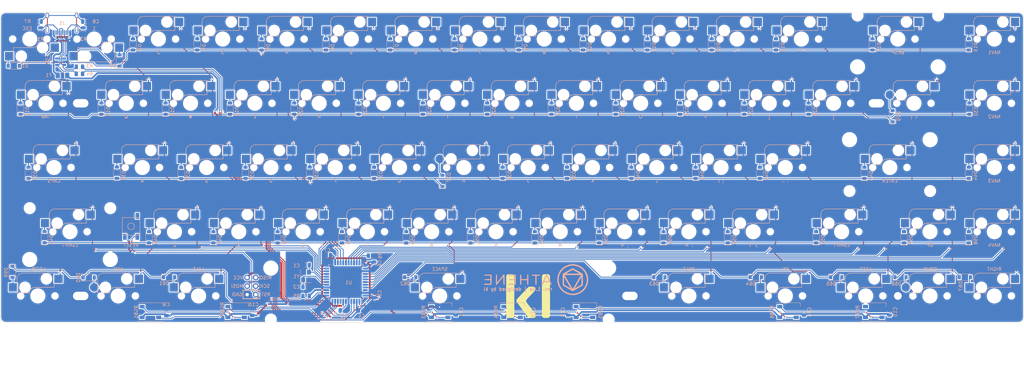
<source format=kicad_pcb>
(kicad_pcb (version 20200811) (host pcbnew "(5.99.0-2809-gaceed2b0a4)")
  (layers (0 "F.Cu" signal) (31 "B.Cu" signal) (34 "B.Paste" user) (35 "F.Paste" user) (36 "B.SilkS" user) (37 "F.SilkS" user) (38 "B.Mask" user) (39 "F.Mask" user) (44 "Edge.Cuts" user))
  (net 0 "")
  (net 1 "Net-(C1-Pad2)")
  (net 2 "GND")
  (net 3 "Net-(C2-Pad2)")
  (net 4 "Net-(C3-Pad2)")
  (net 5 "DBUS-")
  (net 6 "Net-(D1-Pad2)")
  (net 7 "ROW0")
  (net 8 "Net-(D2-Pad2)")
  (net 9 "Net-(D3-Pad2)")
  (net 10 "Net-(D4-Pad2)")
  (net 11 "Net-(D5-Pad2)")
  (net 12 "Net-(D6-Pad2)")
  (net 13 "Net-(D7-Pad2)")
  (net 14 "Net-(D8-Pad2)")
  (net 15 "Net-(D9-Pad2)")
  (net 16 "Net-(D10-Pad2)")
  (net 17 "Net-(D11-Pad2)")
  (net 18 "Net-(D12-Pad2)")
  (net 19 "Net-(D13-Pad2)")
  (net 20 "Net-(D14-Pad2)")
  (net 21 "Net-(D15-Pad2)")
  (net 22 "Net-(D16-Pad2)")
  (net 23 "ROW1")
  (net 24 "Net-(D17-Pad2)")
  (net 25 "Net-(D18-Pad2)")
  (net 26 "Net-(D19-Pad2)")
  (net 27 "Net-(D20-Pad2)")
  (net 28 "Net-(D21-Pad2)")
  (net 29 "Net-(D22-Pad2)")
  (net 30 "Net-(D23-Pad2)")
  (net 31 "Net-(D24-Pad2)")
  (net 32 "Net-(D25-Pad2)")
  (net 33 "Net-(D26-Pad2)")
  (net 34 "Net-(D27-Pad2)")
  (net 35 "Net-(D28-Pad2)")
  (net 36 "Net-(D29-Pad2)")
  (net 37 "Net-(D30-Pad2)")
  (net 38 "Net-(D31-Pad2)")
  (net 39 "ROW2")
  (net 40 "Net-(D32-Pad2)")
  (net 41 "Net-(D33-Pad2)")
  (net 42 "Net-(D34-Pad2)")
  (net 43 "Net-(D35-Pad2)")
  (net 44 "Net-(D36-Pad2)")
  (net 45 "Net-(D37-Pad2)")
  (net 46 "Net-(D38-Pad2)")
  (net 47 "Net-(D39-Pad2)")
  (net 48 "Net-(D40-Pad2)")
  (net 49 "Net-(D41-Pad2)")
  (net 50 "Net-(D42-Pad2)")
  (net 51 "Net-(D43-Pad2)")
  (net 52 "Net-(D44-Pad2)")
  (net 53 "Net-(D45-Pad2)")
  (net 54 "Net-(D46-Pad2)")
  (net 55 "Net-(D47-Pad2)")
  (net 56 "Net-(D48-Pad2)")
  (net 57 "Net-(D49-Pad2)")
  (net 58 "Net-(D50-Pad2)")
  (net 59 "Net-(D51-Pad2)")
  (net 60 "Net-(D52-Pad2)")
  (net 61 "Net-(D53-Pad2)")
  (net 62 "Net-(D54-Pad2)")
  (net 63 "Net-(D55-Pad2)")
  (net 64 "Net-(D56-Pad2)")
  (net 65 "Net-(D57-Pad2)")
  (net 66 "Net-(D58-Pad2)")
  (net 67 "Net-(D59-Pad2)")
  (net 68 "ROW4")
  (net 69 "Net-(D60-Pad2)")
  (net 70 "Net-(D61-Pad2)")
  (net 71 "Net-(D62-Pad2)")
  (net 72 "Net-(D63-Pad2)")
  (net 73 "Net-(D64-Pad2)")
  (net 74 "Net-(D65-Pad2)")
  (net 75 "Net-(D66-Pad2)")
  (net 76 "Net-(D67-Pad2)")
  (net 77 "VCC")
  (net 78 "COL0")
  (net 79 "COL1")
  (net 80 "COL2")
  (net 81 "COL3")
  (net 82 "COL4")
  (net 83 "COL5")
  (net 84 "COL6")
  (net 85 "COL7")
  (net 86 "COL8")
  (net 87 "COL9")
  (net 88 "COL10")
  (net 89 "COL11")
  (net 90 "COL12")
  (net 91 "COL13")
  (net 92 "COL14")
  (net 93 "RST")
  (net 94 "Net-(J1-Pad3)")
  (net 95 "DBUS+")
  (net 96 "D+")
  (net 97 "Net-(J1-Pad4)")
  (net 98 "D-")
  (net 99 "Net-(R6-Pad2)")
  (net 100 "Net-(U1-Pad42)")
  (net 101 "Net-(C8-Pad1)")
  (net 102 "MOSI")
  (net 103 "SCLK")
  (net 104 "MISO")
  (net 105 "Net-(U1-Pad8)")
  (net 106 "Net-(J1-Pad9)")
  (net 107 "Net-(J1-Pad10)")
  (net 108 "ROW3")
  (net 109 "VBUS")
  (net 110 "RGB")
  (net 111 "Net-(RGB1-Pad4)")
  (net 112 "Net-(RGB2-Pad4)")
  (net 113 "Net-(RGB3-Pad4)")
  (net 114 "Net-(RGB4-Pad4)")
  (net 115 "Net-(RGB5-Pad4)")
  (net 116 "Net-(RGB6-Pad4)")
  (net 117 "Net-(RGB7-Pad4)")
  (module "keyboard_parts:Poker_oval_hole" (layer "F.Cu") (at 203.2 101.6)
    (fp_text reference "Poker_oval_hole" hide)
    (fp_text value "VAL**" hide)
    (pad "" thru_hole circle (at 0 0) (size 6.1 6.1) (drill oval 4.6 2.5) (layers *.Cu *.Mask) (net 2 "GND"))
  )
  (module "keyboard_parts:Mx_Stab_200" (layer "F.Cu") (at 37.30625 82.55)
    (fp_text reference "ST_LSHIFT" hide)
    (fp_text value "Stabilizer" hide)
    (pad "" np_thru_hole circle (at 11.938 8.255) (size 3.9878 3.9878) (drill 3.9878) (layers *.Cu *.Mask))
    (pad "" np_thru_hole circle (at -11.938 -6.985) (size 3.048 3.048) (drill 3.048) (layers *.Cu *.Mask))
    (pad "" np_thru_hole circle (at -11.938 8.255) (size 3.9878 3.9878) (drill 3.9878) (layers *.Cu *.Mask))
    (pad "" np_thru_hole circle (at 11.938 -6.985) (size 3.048 3.048) (drill 3.048) (layers *.Cu *.Mask))
  )
  (module "keyboard_parts:Mx_Stab_200" (layer "F.Cu") (at 282.575 25.4)
    (fp_text reference "ST_BKSP" hide)
    (fp_text value "Stabilizer" hide)
    (pad "" np_thru_hole circle (at -11.938 -6.985) (size 3.048 3.048) (drill 3.048) (layers *.Cu *.Mask))
    (pad "" np_thru_hole circle (at -11.938 8.255) (size 3.9878 3.9878) (drill 3.9878) (layers *.Cu *.Mask))
    (pad "" np_thru_hole circle (at 11.938 -6.985) (size 3.048 3.048) (drill 3.048) (layers *.Cu *.Mask))
    (pad "" np_thru_hole circle (at 11.938 8.255) (size 3.9878 3.9878) (drill 3.9878) (layers *.Cu *.Mask))
  )
  (module "keyboard_parts:MountingHole_M2" (layer "F.Cu") (at 282.575 101.6)
    (fp_text reference "HOLE5" hide)
    (fp_text value "MountingHole_4mm" hide)
    (pad "" thru_hole circle (at 0 0) (size 3.3 3.3) (drill 2.3) (layers *.Cu *.Mask) (net 2 "GND"))
  )
  (module "keyboard_parts:MountingHole_M2" (layer "F.Cu") (at 144.4625 63.5)
    (fp_text reference "HOLE5" hide)
    (fp_text value "MountingHole_4mm" hide)
    (pad "" thru_hole circle (at 0 0) (size 3.3 3.3) (drill 2.3) (layers *.Cu *.Mask) (net 2 "GND"))
  )
  (module "Graphics:kl" (layer "F.Cu") (at 173.031 101.637)
    (fp_text reference "kl logo" hide)
    (fp_text value "LOGO" hide)
  )
  (module "keyboard_parts:Poker_oval_hole" (layer "F.Cu") (at 40.48125 101.6)
    (fp_text reference "Poker_oval_hole" hide)
    (fp_text value "VAL**" hide)
    (pad "" thru_hole circle (at 0 0) (size 6.1 6.1) (drill oval 4.6 2.5) (layers *.Cu *.Mask) (net 2 "GND"))
  )
  (module "keyboard_parts:Mx_Stab_225" (layer "F.Cu") (at 280.19375 63.5 180)
    (fp_text reference "ST_ENTER" hide)
    (fp_text value "Stabilizer" hide)
    (pad "" np_thru_hole circle (at -11.938 8.255 180) (size 3.9878 3.9878) (drill 3.9878) (layers *.Cu *.Mask))
    (pad "" np_thru_hole circle (at 11.938 8.255 180) (size 3.9878 3.9878) (drill 3.9878) (layers *.Cu *.Mask))
    (pad "" np_thru_hole circle (at -11.938 -6.985 180) (size 3.048 3.048) (drill 3.048) (layers *.Cu *.Mask))
    (pad "" np_thru_hole circle (at 11.938 -6.985 180) (size 3.048 3.048) (drill 3.048) (layers *.Cu *.Mask))
  )
  (module "keyboard_parts:Poker_oval_hole" (layer "F.Cu") (at 40.48125 44.45)
    (fp_text reference "Poker_oval_hole" hide)
    (fp_text value "VAL**" hide)
    (pad "" thru_hole circle (at 0 0) (size 6.1 6.1) (drill oval 4.6 2.5) (layers *.Cu *.Mask) (net 2 "GND"))
  )
  (module "keyboard_parts:Poker_oval_hole" (layer "F.Cu") (at 276.225 44.454)
    (fp_text reference "Poker_oval_hole" hide)
    (fp_text value "VAL**" hide)
    (pad "" thru_hole circle (at 0 0) (size 6.1 6.1) (drill oval 4.6 2.5) (layers *.Cu *.Mask) (net 2 "GND"))
  )
  (module "Diode_SMD:D_SOD-123" (layer "B.Cu") (at 51.196875 65.025 90)
    (fp_text reference "D32" (at -0.79375 2 90) (layer "B.SilkS") (effects (justify mirror)))
    (fp_text value "D" hide)
    (pad "1" smd rect (at -1.65 0 90) (size 0.9 1.2) (layers "B.Cu" "B.Paste" "B.Mask") (net 39 "ROW2"))
    (pad "2" smd rect (at 1.65 0 90) (size 0.9 1.2) (layers "B.Cu" "B.Paste" "B.Mask") (net 40 "Net-(D32-Pad2)"))
  )
  (module "Diode_SMD:D_SOD-123" (layer "B.Cu") (at 246.459375 26.9875 90)
    (fp_text reference "D13" (at -0.79375 1.984375 90) (layer "B.SilkS") (effects (justify mirror)))
    (fp_text value "D" hide)
    (pad "1" smd rect (at -1.65 0 90) (size 0.9 1.2) (layers "B.Cu" "B.Paste" "B.Mask") (net 7 "ROW0"))
    (pad "2" smd rect (at 1.65 0 90) (size 0.9 1.2) (layers "B.Cu" "B.Paste" "B.Mask") (net 19 "Net-(D13-Pad2)"))
  )
  (module "Capacitor_SMD:C_0805_2012Metric" (layer "B.Cu") (at 65.88125 106.480666 90)
    (fp_text reference "C9" (at 2.340666 0.03175 180) (layer "B.SilkS") (effects (justify mirror)))
    (fp_text value "0.1uF" hide)
    (pad "1" smd roundrect (at -0.9375 0 90) (size 0.975 1.4) (layers "B.Cu" "B.Paste" "B.Mask") (net 77 "VCC"))
    (pad "2" smd roundrect (at 0.9375 0 90) (size 0.975 1.4) (layers "B.Cu" "B.Paste" "B.Mask") (net 2 "GND"))
  )
  (module "Diode_SMD:D_SOD-123" (layer "B.Cu") (at 303.768125 46.0375 90)
    (fp_text reference "D30" (at -0.79375 2 90) (layer "B.SilkS") (effects (justify mirror)))
    (fp_text value "D" hide)
    (pad "1" smd rect (at -1.65 0 90) (size 0.9 1.2) (layers "B.Cu" "B.Paste" "B.Mask") (net 23 "ROW1"))
    (pad "2" smd rect (at 1.65 0 90) (size 0.9 1.2) (layers "B.Cu" "B.Paste" "B.Mask") (net 37 "Net-(D30-Pad2)"))
  )
  (module "Capacitor_SMD:C_0805_2012Metric" (layer "B.Cu") (at 107.253625 98.918375 180)
    (fp_text reference "C2" (at 2.88125 -0.015) (layer "B.SilkS") (effects (justify mirror)))
    (fp_text value "22pF" hide)
    (pad "1" smd roundrect (at -0.9375 0 180) (size 0.975 1.4) (layers "B.Cu" "B.Paste" "B.Mask") (net 2 "GND"))
    (pad "2" smd roundrect (at 0.9375 0 180) (size 0.975 1.4) (layers "B.Cu" "B.Paste" "B.Mask") (net 3 "Net-(C2-Pad2)"))
  )
  (module "keyboard_parts:Kailh_MX_Socket (3D)" (layer "B.Cu") (at 220.6625 82.55 180)
    (fp_text reference "K54" hide)
    (fp_text value "KEYSW" hide)
    (fp_text user ". >" (at 0 -3.96875 unlocked) (layer "B.SilkS") (effects (justify mirror)))
    (pad "" np_thru_hole circle (at 5.08 0 180) (size 1.7 1.7) (drill 1.7) (layers *.Cu *.Mask))
    (pad "" np_thru_hole circle (at 0 0 180) (size 3.98018 3.98018) (drill 3.98018) (layers *.Cu *.Mask))
    (pad "" np_thru_hole circle (at -5.08 0 180) (size 1.7 1.7) (drill 1.7) (layers *.Cu *.Mask))
    (pad "" np_thru_hole circle (at -2.54 5.08 180) (size 2.95 2.95) (drill 2.95) (layers *.Cu *.Mask))
    (pad "" np_thru_hole circle (at 3.81 2.54 180) (size 2.95 2.95) (drill 2.95) (layers *.Cu *.Mask))
    (pad "1" smd rect (at 7.36 2.54 180) (size 2.55 2.5) (layers "B.Cu" "B.Paste" "B.Mask") (net 62 "Net-(D54-Pad2)"))
    (pad "2" smd rect (at -6.09 5.08 180) (size 2.55 2.5) (layers "B.Cu" "B.Paste" "B.Mask") (net 87 "COL9"))
  )
  (module "Diode_SMD:D_SOD-123" (layer "B.Cu") (at 113.109375 26.9875 90)
    (fp_text reference "D6" (at -0.79375 1.984375 270) (layer "B.SilkS") (effects (justify mirror)))
    (fp_text value "D" hide)
    (pad "1" smd rect (at -1.65 0 90) (size 0.9 1.2) (layers "B.Cu" "B.Paste" "B.Mask") (net 7 "ROW0"))
    (pad "2" smd rect (at 1.65 0 90) (size 0.9 1.2) (layers "B.Cu" "B.Paste" "B.Mask") (net 12 "Net-(D6-Pad2)"))
  )
  (module "type-c:HRO-TYPE-C-31-M-12" (layer "B.Cu") (at 34.925 15.8125)
    (fp_text reference "J1" (at 0 4.825) (layer "B.SilkS") (effects (justify mirror)))
    (fp_text value "HRO-TYPE-C-31-M-12")
    (pad "" np_thru_hole circle (at -2.89 6.25) (size 0.65 0.65) (drill 0.65) (layers *.Cu *.Mask))
    (pad "" np_thru_hole circle (at 2.89 6.25) (size 0.65 0.65) (drill 0.65) (layers *.Cu *.Mask))
    (pad "1" smd rect (at -3.225 7.695) (size 0.6 1.45) (layers "B.Cu" "B.Paste" "B.Mask") (net 2 "GND"))
    (pad "2" smd rect (at -2.45 7.695) (size 0.6 1.45) (layers "B.Cu" "B.Paste" "B.Mask") (net 109 "VBUS"))
    (pad "3" smd rect (at -1.75 7.695) (size 0.3 1.45) (layers "B.Cu" "B.Paste" "B.Mask") (net 94 "Net-(J1-Pad3)"))
    (pad "4" smd rect (at -1.25 7.695) (size 0.3 1.45) (layers "B.Cu" "B.Paste" "B.Mask") (net 97 "Net-(J1-Pad4)"))
    (pad "5" smd rect (at -0.75 7.695) (size 0.3 1.45) (layers "B.Cu" "B.Paste" "B.Mask") (net 5 "DBUS-"))
    (pad "6" smd rect (at -0.25 7.695) (size 0.3 1.45) (layers "B.Cu" "B.Paste" "B.Mask") (net 95 "DBUS+"))
    (pad "7" smd rect (at 0.25 7.695) (size 0.3 1.45) (layers "B.Cu" "B.Paste" "B.Mask") (net 5 "DBUS-"))
    (pad "8" smd rect (at 0.75 7.695) (size 0.3 1.45) (layers "B.Cu" "B.Paste" "B.Mask") (net 95 "DBUS+"))
    (pad "9" smd rect (at 1.25 7.695) (size 0.3 1.45) (layers "B.Cu" "B.Paste" "B.Mask") (net 106 "Net-(J1-Pad9)"))
    (pad "10" smd rect (at 1.75 7.695) (size 0.3 1.45) (layers "B.Cu" "B.Paste" "B.Mask") (net 107 "Net-(J1-Pad10)"))
    (pad "11" smd rect (at 2.45 7.695) (size 0.6 1.45) (layers "B.Cu" "B.Paste" "B.Mask") (net 109 "VBUS"))
    (pad "12" smd rect (at 3.225 7.695) (size 0.6 1.45) (layers "B.Cu" "B.Paste" "B.Mask") (net 2 "GND"))
    (pad "13" thru_hole oval (at 4.32 2.6) (size 1 1.6) (drill oval 0.6 1.2) (layers *.Cu "F.Mask") (net 101 "Net-(C8-Pad1)"))
    (pad "13" thru_hole oval (at -4.32 6.78) (size 1 2.1) (drill oval 0.6 1.7) (layers *.Cu "F.Mask") (net 101 "Net-(C8-Pad1)"))
    (pad "13" thru_hole oval (at 4.32 6.78) (size 1 2.1) (drill oval 0.6 1.7) (layers *.Cu "F.Mask") (net 101 "Net-(C8-Pad1)"))
    (pad "13" thru_hole oval (at -4.32 2.6) (size 1 1.6) (drill oval 0.6 1.2) (layers *.Cu "F.Mask") (net 101 "Net-(C8-Pad1)"))
  )
  (module "Diode_SMD:D_SOD-123" (layer "B.Cu") (at 94.059375 26.9875 90)
    (fp_text reference "D5" (at -0.79375 2 90) (layer "B.SilkS") (effects (justify mirror)))
    (fp_text value "D" hide)
    (pad "1" smd rect (at -1.65 0 90) (size 0.9 1.2) (layers "B.Cu" "B.Paste" "B.Mask") (net 7 "ROW0"))
    (pad "2" smd rect (at 1.65 0 90) (size 0.9 1.2) (layers "B.Cu" "B.Paste" "B.Mask") (net 11 "Net-(D5-Pad2)"))
  )
  (module "Graphics:athene" (layer "B.Cu") (at 175.006 96.774 180)
    (fp_text reference "athene logo" hide)
    (fp_text value "LOGO" hide)
  )
  (module "keyboard_parts:Kailh_MX_Socket (3D)" (layer "B.Cu") (at 282.575 25.4 180)
    (fp_text reference "K14" hide)
    (fp_text value "KEYSW" hide)
    (fp_text user "BKSP" (at 0 -3.96875 unlocked) (layer "B.SilkS") (effects (justify mirror)))
    (pad "" np_thru_hole circle (at 5.08 0 180) (size 1.7 1.7) (drill 1.7) (layers *.Cu *.Mask))
    (pad "" np_thru_hole circle (at 0 0 180) (size 3.98018 3.98018) (drill 3.98018) (layers *.Cu *.Mask))
    (pad "" np_thru_hole circle (at -2.54 5.08 180) (size 2.95 2.95) (drill 2.95) (layers *.Cu *.Mask))
    (pad "" np_thru_hole circle (at 3.81 2.54 180) (size 2.95 2.95) (drill 2.95) (layers *.Cu *.Mask))
    (pad "" np_thru_hole circle (at -5.08 0 180) (size 1.7 1.7) (drill 1.7) (layers *.Cu *.Mask))
    (pad "1" smd rect (at 7.36 2.54 180) (size 2.55 2.5) (layers "B.Cu" "B.Paste" "B.Mask") (net 20 "Net-(D14-Pad2)"))
    (pad "2" smd rect (at -6.09 5.08 180) (size 2.55 2.5) (layers "B.Cu" "B.Paste" "B.Mask") (net 91 "COL13"))
  )
  (module "Diode_SMD:D_SOD-123" (layer "B.Cu") (at 55.959375 26.9875 90)
    (fp_text reference "D3" (at -0.79375 1.984375 90) (layer "B.SilkS") (effects (justify mirror)))
    (fp_text value "D" hide)
    (pad "1" smd rect (at -1.65 0 90) (size 0.9 1.2) (layers "B.Cu" "B.Paste" "B.Mask") (net 7 "ROW0"))
    (pad "2" smd rect (at 1.65 0 90) (size 0.9 1.2) (layers "B.Cu" "B.Paste" "B.Mask") (net 9 "Net-(D3-Pad2)"))
  )
  (module "Diode_SMD:D_SOD-123" (layer "B.Cu") (at 203.596875 65.0875 90)
    (fp_text reference "D40" (at -0.79375 2 90) (layer "B.SilkS") (effects (justify mirror)))
    (fp_text value "D" hide)
    (pad "1" smd rect (at -1.65 0 90) (size 0.9 1.2) (layers "B.Cu" "B.Paste" "B.Mask") (net 39 "ROW2"))
    (pad "2" smd rect (at 1.65 0 90) (size 0.9 1.2) (layers "B.Cu" "B.Paste" "B.Mask") (net 48 "Net-(D40-Pad2)"))
  )
  (module "Diode_SMD:D_SOD-123" (layer "B.Cu") (at 132.159375 26.9875 90)
    (fp_text reference "D7" (at -0.79375 2 90) (layer "B.SilkS") (effects (justify mirror)))
    (fp_text value "D" hide)
    (pad "1" smd rect (at -1.65 0 90) (size 0.9 1.2) (layers "B.Cu" "B.Paste" "B.Mask") (net 7 "ROW0"))
    (pad "2" smd rect (at 1.65 0 90) (size 0.9 1.2) (layers "B.Cu" "B.Paste" "B.Mask") (net 13 "Net-(D7-Pad2)"))
  )
  (module "keyboard_parts:Kailh_MX_Socket (3D)" (layer "B.Cu") (at 311.15 82.55 180)
    (fp_text reference "K58" hide)
    (fp_text value "KEYSW" hide)
    (fp_text user "NAV4" (at 0 -3.96875 unlocked) (layer "B.SilkS") (effects (justify mirror)))
    (pad "" np_thru_hole circle (at -5.08 0 180) (size 1.7 1.7) (drill 1.7) (layers *.Cu *.Mask))
    (pad "" np_thru_hole circle (at 3.81 2.54 180) (size 2.95 2.95) (drill 2.95) (layers *.Cu *.Mask))
    (pad "" np_thru_hole circle (at 0 0 180) (size 3.98018 3.98018) (drill 3.98018) (layers *.Cu *.Mask))
    (pad "" np_thru_hole circle (at -2.54 5.08 180) (size 2.95 2.95) (drill 2.95) (layers *.Cu *.Mask))
    (pad "" np_thru_hole circle (at 5.08 0 180) (size 1.7 1.7) (drill 1.7) (layers *.Cu *.Mask))
    (pad "1" smd rect (at 7.36 2.54 180) (size 2.55 2.5) (layers "B.Cu" "B.Paste" "B.Mask") (net 66 "Net-(D58-Pad2)"))
    (pad "2" smd rect (at -6.09 5.08 180) (size 2.55 2.5) (layers "B.Cu" "B.Paste" "B.Mask") (net 92 "COL14"))
  )
  (module "keyboard_parts:Kailh_MX_Socket (3D)" (layer "B.Cu") (at 187.325 44.45 180)
    (fp_text reference "K24" hide)
    (fp_text value "KEYSW" hide)
    (fp_text user "I" (at 0 -3.96875 unlocked) (layer "B.SilkS") (effects (justify mirror)))
    (pad "" np_thru_hole circle (at 5.08 0 180) (size 1.7 1.7) (drill 1.7) (layers *.Cu *.Mask))
    (pad "" np_thru_hole circle (at -5.08 0 180) (size 1.7 1.7) (drill 1.7) (layers *.Cu *.Mask))
    (pad "" np_thru_hole circle (at 0 0 180) (size 3.98018 3.98018) (drill 3.98018) (layers *.Cu *.Mask))
    (pad "" np_thru_hole circle (at -2.54 5.08 180) (size 2.95 2.95) (drill 2.95) (layers *.Cu *.Mask))
    (pad "" np_thru_hole circle (at 3.81 2.54 180) (size 2.95 2.95) (drill 2.95) (layers *.Cu *.Mask))
    (pad "1" smd rect (at 7.36 2.54 180) (size 2.55 2.5) (layers "B.Cu" "B.Paste" "B.Mask") (net 31 "Net-(D24-Pad2)"))
    (pad "2" smd rect (at -6.09 5.08 180) (size 2.55 2.5) (layers "B.Cu" "B.Paste" "B.Mask") (net 86 "COL8"))
  )
  (module "Diode_SMD:D_SOD-123" (layer "B.Cu") (at 198.993125 46.0375 90)
    (fp_text reference "D25" (at -0.79375 2 90) (layer "B.SilkS") (effects (justify mirror)))
    (fp_text value "D" hide)
    (pad "1" smd rect (at -1.65 0 90) (size 0.9 1.2) (layers "B.Cu" "B.Paste" "B.Mask") (net 23 "ROW1"))
    (pad "2" smd rect (at 1.65 0 90) (size 0.9 1.2) (layers "B.Cu" "B.Paste" "B.Mask") (net 32 "Net-(D25-Pad2)"))
  )
  (module "Diode_SMD:D_SOD-123" (layer "B.Cu") (at 237.093125 46.0375 90)
    (fp_text reference "D27" (at -0.79375 2 90) (layer "B.SilkS") (effects (justify mirror)))
    (fp_text value "D" hide)
    (pad "1" smd rect (at -1.65 0 90) (size 0.9 1.2) (layers "B.Cu" "B.Paste" "B.Mask") (net 23 "ROW1"))
    (pad "2" smd rect (at 1.65 0 90) (size 0.9 1.2) (layers "B.Cu" "B.Paste" "B.Mask") (net 34 "Net-(D27-Pad2)"))
  )
  (module "Diode_SMD:D_SOD-123" (layer "B.Cu") (at 272.653125 65.0875 90)
    (fp_text reference "D43" (at -0.9017 2.022475 90) (layer "B.SilkS") (effects (justify mirror)))
    (fp_text value "D" hide)
    (pad "1" smd rect (at -1.65 0 90) (size 0.9 1.2) (layers "B.Cu" "B.Paste" "B.Mask") (net 39 "ROW2"))
    (pad "2" smd rect (at 1.65 0 90) (size 0.9 1.2) (layers "B.Cu" "B.Paste" "B.Mask") (net 51 "Net-(D43-Pad2)"))
  )
  (module "Capacitor_SMD:C_0805_2012Metric" (layer "B.Cu") (at 127.381 92.456 -90)
    (fp_text reference "C6" (at -0.508 -1.651 90) (layer "B.SilkS") (effects (justify mirror)))
    (fp_text value "0.1uF" hide)
    (pad "1" smd roundrect (at -0.9375 0 270) (size 0.975 1.4) (layers "B.Cu" "B.Paste" "B.Mask") (net 77 "VCC"))
    (pad "2" smd roundrect (at 0.9375 0 270) (size 0.975 1.4) (layers "B.Cu" "B.Paste" "B.Mask") (net 2 "GND"))
  )
  (module "keyboard_parts:Kailh_MX_Socket (3D)" (layer "B.Cu") (at 163.5125 82.55 180)
    (fp_text reference "K51" hide)
    (fp_text value "KEYSW" hide)
    (fp_text user "N" (at 0 -3.96875 unlocked) (layer "B.SilkS") (effects (justify mirror)))
    (pad "" np_thru_hole circle (at 0 0 180) (size 3.98018 3.98018) (drill 3.98018) (layers *.Cu *.Mask))
    (pad "" np_thru_hole circle (at 5.08 0 180) (size 1.7 1.7) (drill 1.7) (layers *.Cu *.Mask))
    (pad "" np_thru_hole circle (at -5.08 0 180) (size 1.7 1.7) (drill 1.7) (layers *.Cu *.Mask))
    (pad "" np_thru_hole circle (at -2.54 5.08 180) (size 2.95 2.95) (drill 2.95) (layers *.Cu *.Mask))
    (pad "" np_thru_hole circle (at 3.81 2.54 180) (size 2.95 2.95) (drill 2.95) (layers *.Cu *.Mask))
    (pad "1" smd rect (at 7.36 2.54 180) (size 2.55 2.5) (layers "B.Cu" "B.Paste" "B.Mask") (net 59 "Net-(D51-Pad2)"))
    (pad "2" smd rect (at -6.09 5.08 180) (size 2.55 2.5) (layers "B.Cu" "B.Paste" "B.Mask") (net 84 "COL6"))
  )
  (module "Diode_SMD:D_SOD-123" (layer "B.Cu") (at 51.990625 31.75 90)
    (fp_text reference "D2" (at -1.5748 -2.054225 180) (layer "B.SilkS") (effects (justify mirror)))
    (fp_text value "D" hide)
    (pad "1" smd rect (at -1.65 0 90) (size 0.9 1.2) (layers "B.Cu" "B.Paste" "B.Mask") (net 7 "ROW0"))
    (pad "2" smd rect (at 1.65 0 90) (size 0.9 1.2) (layers "B.Cu" "B.Paste" "B.Mask") (net 8 "Net-(D2-Pad2)"))
  )
  (module "keyboard_parts:Kailh_MX_Socket (3D)" (layer "B.Cu") (at 149.225 44.45 180)
    (fp_text reference "K22" hide)
    (fp_text value "KEYSW" hide)
    (fp_text user "Y" (at 0 -3.96875 unlocked) (layer "B.SilkS") (effects (justify mirror)))
    (pad "" np_thru_hole circle (at 3.81 2.54 180) (size 2.95 2.95) (drill 2.95) (layers *.Cu *.Mask))
    (pad "" np_thru_hole circle (at 5.08 0 180) (size 1.7 1.7) (drill 1.7) (layers *.Cu *.Mask))
    (pad "" np_thru_hole circle (at -5.08 0 180) (size 1.7 1.7) (drill 1.7) (layers *.Cu *.Mask))
    (pad "" np_thru_hole circle (at -2.54 5.08 180) (size 2.95 2.95) (drill 2.95) (layers *.Cu *.Mask))
    (pad "" np_thru_hole circle (at 0 0 180) (size 3.98018 3.98018) (drill 3.98018) (layers *.Cu *.Mask))
    (pad "1" smd rect (at 7.36 2.54 180) (size 2.55 2.5) (layers "B.Cu" "B.Paste" "B.Mask") (net 29 "Net-(D22-Pad2)"))
    (pad "2" smd rect (at -6.09 5.08 180) (size 2.55 2.5) (layers "B.Cu" "B.Paste" "B.Mask") (net 84 "COL6"))
  )
  (module "Diode_SMD:D_SOD-123" (layer "B.Cu") (at 117.871875 84.2 90)
    (fp_text reference "D49" (at -0.73125 2 90) (layer "B.SilkS") (effects (justify mirror)))
    (fp_text value "D" hide)
    (pad "1" smd rect (at -1.65 0 90) (size 0.9 1.2) (layers "B.Cu" "B.Paste" "B.Mask") (net 108 "ROW3"))
    (pad "2" smd rect (at 1.65 0 90) (size 0.9 1.2) (layers "B.Cu" "B.Paste" "B.Mask") (net 57 "Net-(D49-Pad2)"))
  )
  (module "keyboard_parts:Kailh_MX_Socket (3D)" (layer "B.Cu") (at 27.78125 101.6 180)
    (fp_text reference "K59" hide)
    (fp_text value "KEYSW" hide)
    (fp_text user "LCTRL" (at 0 7.9375 unlocked) (layer "B.SilkS") (effects (justify mirror)))
    (pad "" np_thru_hole circle (at -5.08 0 180) (size 1.7 1.7) (drill 1.7) (layers *.Cu *.Mask))
    (pad "" np_thru_hole circle (at 3.81 2.54 180) (size 2.95 2.95) (drill 2.95) (layers *.Cu *.Mask))
    (pad "" np_thru_hole circle (at 5.08 0 180) (size 1.7 1.7) (drill 1.7) (layers *.Cu *.Mask))
    (pad "" np_thru_hole circle (at 0 0 180) (size 3.98018 3.98018) (drill 3.98018) (layers *.Cu *.Mask))
    (pad "" np_thru_hole circle (at -2.54 5.08 180) (size 2.95 2.95) (drill 2.95) (layers *.Cu *.Mask))
    (pad "1" smd rect (at 7.36 2.54 180) (size 2.55 2.5) (layers "B.Cu" "B.Paste" "B.Mask") (net 67 "Net-(D59-Pad2)"))
    (pad "2" smd rect (at -6.09 5.08 180) (size 2.55 2.5) (layers "B.Cu" "B.Paste" "B.Mask") (net 78 "COL0"))
  )
  (module "keyboard_parts:Kailh_MX_Socket (3D)" (layer "B.Cu") (at 311.15 25.4 180)
    (fp_text reference "K15" hide)
    (fp_text value "KEYSW" hide)
    (fp_text user "NAV1" (at 0 -3.96875 unlocked) (layer "B.SilkS") (effects (justify mirror)))
    (pad "" np_thru_hole circle (at 5.08 0 180) (size 1.7 1.7) (drill 1.7) (layers *.Cu *.Mask))
    (pad "" np_thru_hole circle (at 3.81 2.54 180) (size 2.95 2.95) (drill 2.95) (layers *.Cu *.Mask))
    (pad "" np_thru_hole circle (at 0 0 180) (size 3.98018 3.98018) (drill 3.98018) (layers *.Cu *.Mask))
    (pad "" np_thru_hole circle (at -2.54 5.08 180) (size 2.95 2.95) (drill 2.95) (layers *.Cu *.Mask))
    (pad "" np_thru_hole circle (at -5.08 0 180) (size 1.7 1.7) (drill 1.7) (layers *.Cu *.Mask))
    (pad "1" smd rect (at 7.36 2.54 180) (size 2.55 2.5) (layers "B.Cu" "B.Paste" "B.Mask") (net 21 "Net-(D15-Pad2)"))
    (pad "2" smd rect (at -6.09 5.08 180) (size 2.55 2.5) (layers "B.Cu" "B.Paste" "B.Mask") (net 92 "COL14"))
  )
  (module "Diode_SMD:D_SOD-123" (layer "B.Cu") (at 136.921875 84.2 90)
    (fp_text reference "D50" (at -0.73125 2 90) (layer "B.SilkS") (effects (justify mirror)))
    (fp_text value "D" hide)
    (pad "1" smd rect (at -1.65 0 90) (size 0.9 1.2) (layers "B.Cu" "B.Paste" "B.Mask") (net 108 "ROW3"))
    (pad "2" smd rect (at 1.65 0 90) (size 0.9 1.2) (layers "B.Cu" "B.Paste" "B.Mask") (net 58 "Net-(D50-Pad2)"))
  )
  (module "Diode_SMD:D_SOD-123" (layer "B.Cu") (at 20.644326 33.3375 180)
    (fp_text reference "D1" (at -3.384074 0.0127) (layer "B.SilkS") (effects (justify mirror)))
    (fp_text value "D" hide)
    (pad "1" smd rect (at -1.65 0 180) (size 0.9 1.2) (layers "B.Cu" "B.Paste" "B.Mask") (net 7 "ROW0"))
    (pad "2" smd rect (at 1.65 0 180) (size 0.9 1.2) (layers "B.Cu" "B.Paste" "B.Mask") (net 6 "Net-(D1-Pad2)"))
  )
  (module "keyboard_parts:Kailh_MX_Socket (3D)" (layer "B.Cu") (at 120.65 25.4 180)
    (fp_text reference "K6" hide)
    (fp_text value "KEYSW" hide)
    (fp_text user "5" (at 0 -3.96875 unlocked) (layer "B.SilkS") (effects (justify mirror)))
    (pad "" np_thru_hole circle (at -5.08 0 180) (size 1.7 1.7) (drill 1.7) (layers *.Cu *.Mask))
    (pad "" np_thru_hole circle (at 0 0 180) (size 3.98018 3.98018) (drill 3.98018) (layers *.Cu *.Mask))
    (pad "" np_thru_hole circle (at -2.54 5.08 180) (size 2.95 2.95) (drill 2.95) (layers *.Cu *.Mask))
    (pad "" np_thru_hole circle (at 5.08 0 180) (size 1.7 1.7) (drill 1.7) (layers *.Cu *.Mask))
    (pad "" np_thru_hole circle (at 3.81 2.54 180) (size 2.95 2.95) (drill 2.95) (layers *.Cu *.Mask))
    (pad "1" smd rect (at 7.36 2.54 180) (size 2.55 2.5) (layers "B.Cu" "B.Paste" "B.Mask") (net 12 "Net-(D6-Pad2)"))
    (pad "2" smd rect (at -6.09 5.08 180) (size 2.55 2.5) (layers "B.Cu" "B.Paste" "B.Mask") (net 83 "COL5"))
  )
  (module "keyboard_parts:Kailh_MX_Socket (3D)" (layer "B.Cu") (at 239.7125 82.55 180)
    (fp_text reference "K55" hide)
    (fp_text value "KEYSW" hide)
    (fp_text user "/ ?" (at 0 -3.96875 unlocked) (layer "B.SilkS") (effects (justify mirror)))
    (pad "" np_thru_hole circle (at 0 0 180) (size 3.98018 3.98018) (drill 3.98018) (layers *.Cu *.Mask))
    (pad "" np_thru_hole circle (at 3.81 2.54 180) (size 2.95 2.95) (drill 2.95) (layers *.Cu *.Mask))
    (pad "" np_thru_hole circle (at 5.08 0 180) (size 1.7 1.7) (drill 1.7) (layers *.Cu *.Mask))
    (pad "" np_thru_hole circle (at -5.08 0 180) (size 1.7 1.7) (drill 1.7) (layers *.Cu *.Mask))
    (pad "" np_thru_hole circle (at -2.54 5.08 180) (size 2.95 2.95) (drill 2.95) (layers *.Cu *.Mask))
    (pad "1" smd rect (at 7.36 2.54 180) (size 2.55 2.5) (layers "B.Cu" "B.Paste" "B.Mask") (net 63 "Net-(D55-Pad2)"))
    (pad "2" smd rect (at -6.09 5.08 180) (size 2.55 2.5) (layers "B.Cu" "B.Paste" "B.Mask") (net 88 "COL10"))
  )
  (module "Diode_SMD:D_SOD-123" (layer "B.Cu") (at 165.496875 65.0875 90)
    (fp_text reference "D38" (at -0.79375 2 90) (layer "B.SilkS") (effects (justify mirror)))
    (fp_text value "D" hide)
    (pad "1" smd rect (at -1.65 0 90) (size 0.9 1.2) (layers "B.Cu" "B.Paste" "B.Mask") (net 39 "ROW2"))
    (pad "2" smd rect (at 1.65 0 90) (size 0.9 1.2) (layers "B.Cu" "B.Paste" "B.Mask") (net 46 "Net-(D38-Pad2)"))
  )
  (module "Diode_SMD:D_SOD-123" (layer "B.Cu") (at 127.396875 65.0875 90)
    (fp_text reference "D36" (at -0.79375 2 90) (layer "B.SilkS") (effects (justify mirror)))
    (fp_text value "D" hide)
    (pad "1" smd rect (at -1.65 0 90) (size 0.9 1.2) (layers "B.Cu" "B.Paste" "B.Mask") (net 39 "ROW2"))
    (pad "2" smd rect (at 1.65 0 90) (size 0.9 1.2) (layers "B.Cu" "B.Paste" "B.Mask") (net 44 "Net-(D36-Pad2)"))
  )
  (module "keyboard_parts:Kailh_MX_Socket (3D)" (layer "B.Cu") (at 177.8 25.4 180)
    (fp_text reference "K9" hide)
    (fp_text value "KEYSW" hide)
    (fp_text user "8" (at 0 -3.96875 unlocked) (layer "B.SilkS") (effects (justify mirror)))
    (pad "" np_thru_hole circle (at 0 0 180) (size 3.98018 3.98018) (drill 3.98018) (layers *.Cu *.Mask))
    (pad "" np_thru_hole circle (at 5.08 0 180) (size 1.7 1.7) (drill 1.7) (layers *.Cu *.Mask))
    (pad "" np_thru_hole circle (at -2.54 5.08 180) (size 2.95 2.95) (drill 2.95) (layers *.Cu *.Mask))
    (pad "" np_thru_hole circle (at 3.81 2.54 180) (size 2.95 2.95) (drill 2.95) (layers *.Cu *.Mask))
    (pad "" np_thru_hole circle (at -5.08 0 180) (size 1.7 1.7) (drill 1.7) (layers *.Cu *.Mask))
    (pad "1" smd rect (at 7.36 2.54 180) (size 2.55 2.5) (layers "B.Cu" "B.Paste" "B.Mask") (net 15 "Net-(D9-Pad2)"))
    (pad "2" smd rect (at -6.09 5.08 180) (size 2.55 2.5) (layers "B.Cu" "B.Paste" "B.Mask") (net 86 "COL8"))
  )
  (module "keyboard_parts:Kailh_MX_Socket (3D)" (layer "B.Cu") (at 201.6125 82.55 180)
    (fp_text reference "K53" hide)
    (fp_text value "KEYSW" hide)
    (fp_text user ", <" (at 0 -3.96875 unlocked) (layer "B.SilkS") (effects (justify mirror)))
    (pad "" np_thru_hole circle (at -2.54 5.08 180) (size 2.95 2.95) (drill 2.95) (layers *.Cu *.Mask))
    (pad "" np_thru_hole circle (at -5.08 0 180) (size 1.7 1.7) (drill 1.7) (layers *.Cu *.Mask))
    (pad "" np_thru_hole circle (at 3.81 2.54 180) (size 2.95 2.95) (drill 2.95) (layers *.Cu *.Mask))
    (pad "" np_thru_hole circle (at 5.08 0 180) (size 1.7 1.7) (drill 1.7) (layers *.Cu *.Mask))
    (pad "" np_thru_hole circle (at 0 0 180) (size 3.98018 3.98018) (drill 3.98018) (layers *.Cu *.Mask))
    (pad "1" smd rect (at 7.36 2.54 180) (size 2.55 2.5) (layers "B.Cu" "B.Paste" "B.Mask") (net 61 "Net-(D53-Pad2)"))
    (pad "2" smd rect (at -6.09 5.08 180) (size 2.55 2.5) (layers "B.Cu" "B.Paste" "B.Mask") (net 86 "COL8"))
  )
  (module "LED_SMD:LED_SK6812_PLCC4_5.0x5.0mm_P3.2mm" (layer "B.Cu") (at 146.84375 106.3625)
    (fp_text reference "RGB3" (at -4.7625 0 90) (layer "B.SilkS") (effects (justify mirror)))
    (fp_text value "SK6812" hide)
    (pad "1" smd rect (at 2.45 -1.6) (size 1.5 1) (layers "B.Cu" "B.Paste" "B.Mask") (net 2 "GND"))
    (pad "2" smd rect (at 2.45 1.6) (size 1.5 1) (layers "B.Cu" "B.Paste" "B.Mask") (net 112 "Net-(RGB2-Pad4)"))
    (pad "3" smd rect (at -2.45 1.6) (size 1.5 1) (layers "B.Cu" "B.Paste" "B.Mask") (net 77 "VCC"))
    (pad "4" smd rect (at -2.45 -1.6) (size 1.5 1) (layers "B.Cu" "B.Paste" "B.Mask") (net 113 "Net-(RGB3-Pad4)"))
  )
  (module "keyboard_parts:Kailh_MX_Socket (3D)" (layer "B.Cu") (at 32.54375 63.5 180)
    (fp_text reference "K31" hide)
    (fp_text value "KEYSW" hide)
    (fp_text user "CAPS" (at 0 -3.96875 unlocked) (layer "B.SilkS") (effects (justify mirror)))
    (pad "" np_thru_hole circle (at -5.08 0 180) (size 1.7 1.7) (drill 1.7) (layers *.Cu *.Mask))
    (pad "" np_thru_hole circle (at -2.54 5.08 180) (size 2.95 2.95) (drill 2.95) (layers *.Cu *.Mask))
    (pad "" np_thru_hole circle (at 3.81 2.54 180) (size 2.95 2.95) (drill 2.95) (layers *.Cu *.Mask))
    (pad "" np_thru_hole circle (at 0 0 180) (size 3.98018 3.98018) (drill 3.98018) (layers *.Cu *.Mask))
    (pad "" np_thru_hole circle (at 5.08 0 180) (size 1.7 1.7) (drill 1.7) (layers *.Cu *.Mask))
    (pad "1" smd rect (at 7.36 2.54 180) (size 2.55 2.5) (layers "B.Cu" "B.Paste" "B.Mask") (net 38 "Net-(D31-Pad2)"))
    (pad "2" smd rect (at -6.09 5.08 180) (size 2.55 2.5) (layers "B.Cu" "B.Paste" "B.Mask") (net 78 "COL0"))
  )
  (module "Diode_SMD:D_SOD-123" (layer "B.Cu") (at 60.721875 84.2 90)
    (fp_text reference "D46" (at -0.73125 2 90) (layer "B.SilkS") (effects (justify mirror)))
    (fp_text value "D" hide)
    (pad "1" smd rect (at -1.65 0 90) (size 0.9 1.2) (layers "B.Cu" "B.Paste" "B.Mask") (net 108 "ROW3"))
    (pad "2" smd rect (at 1.65 0 90) (size 0.9 1.2) (layers "B.Cu" "B.Paste" "B.Mask") (net 54 "Net-(D46-Pad2)"))
  )
  (module "Diode_SMD:D_SOD-123" (layer "B.Cu") (at 22.621875 46.0375 90)
    (fp_text reference "D16" (at -0.79375 2 90) (layer "B.SilkS") (effects (justify mirror)))
    (fp_text value "D" hide)
    (pad "1" smd rect (at -1.65 0 90) (size 0.9 1.2) (layers "B.Cu" "B.Paste" "B.Mask") (net 23 "ROW1"))
    (pad "2" smd rect (at 1.65 0 90) (size 0.9 1.2) (layers "B.Cu" "B.Paste" "B.Mask") (net 22 "Net-(D16-Pad2)"))
  )
  (module "Resistor_SMD:R_0805_2012Metric" (layer "B.Cu") (at 40.094804 35.711457)
    (fp_text reference "R4" (at 3.0125 0.0625) (layer "B.SilkS") (effects (justify mirror)))
    (fp_text value "22" hide)
    (pad "1" smd roundrect (at -0.9375 0) (size 0.975 1.4) (layers "B.Cu" "B.Paste" "B.Mask") (net 5 "DBUS-"))
    (pad "2" smd roundrect (at 0.9375 0) (size 0.975 1.4) (layers "B.Cu" "B.Paste" "B.Mask") (net 98 "D-"))
  )
  (module "keyboard_parts:Kailh_MX_Socket (3D)" (layer "B.Cu") (at 263.525 44.45 180)
    (fp_text reference "K28" hide)
    (fp_text value "KEYSW" hide)
    (fp_text user "]" (at 0 -3.96875 unlocked) (layer "B.SilkS") (effects (justify mirror)))
    (pad "" np_thru_hole circle (at 3.81 2.54 180) (size 2.95 2.95) (drill 2.95) (layers *.Cu *.Mask))
    (pad "" np_thru_hole circle (at -2.54 5.08 180) (size 2.95 2.95) (drill 2.95) (layers *.Cu *.Mask))
    (pad "" np_thru_hole circle (at -5.08 0 180) (size 1.7 1.7) (drill 1.7) (layers *.Cu *.Mask))
    (pad "" np_thru_hole circle (at 0 0 180) (size 3.98018 3.98018) (drill 3.98018) (layers *.Cu *.Mask))
    (pad "" np_thru_hole circle (at 5.08 0 180) (size 1.7 1.7) (drill 1.7) (layers *.Cu *.Mask))
    (pad "1" smd rect (at 7.36 2.54 180) (size 2.55 2.5) (layers "B.Cu" "B.Paste" "B.Mask") (net 35 "Net-(D28-Pad2)"))
    (pad "2" smd rect (at -6.09 5.08 180) (size 2.55 2.5) (layers "B.Cu" "B.Paste" "B.Mask") (net 90 "COL12"))
  )
  (module "Diode_SMD:D_SOD-123" (layer "B.Cu") (at 184.546875 65.0875 90)
    (fp_text reference "D39" (at -0.79375 2 90) (layer "B.SilkS") (effects (justify mirror)))
    (fp_text value "D" hide)
    (pad "1" smd rect (at -1.65 0 90) (size 0.9 1.2) (layers "B.Cu" "B.Paste" "B.Mask") (net 39 "ROW2"))
    (pad "2" smd rect (at 1.65 0 90) (size 0.9 1.2) (layers "B.Cu" "B.Paste" "B.Mask") (net 47 "Net-(D39-Pad2)"))
  )
  (module "Diode_SMD:D_SOD-123" (layer "B.Cu") (at 303.609375 84.2 90)
    (fp_text reference "D58" (at -0.73125 2 90) (layer "B.SilkS") (effects (justify mirror)))
    (fp_text value "D" hide)
    (pad "1" smd rect (at -1.65 0 90) (size 0.9 1.2) (layers "B.Cu" "B.Paste" "B.Mask") (net 108 "ROW3"))
    (pad "2" smd rect (at 1.65 0 90) (size 0.9 1.2) (layers "B.Cu" "B.Paste" "B.Mask") (net 66 "Net-(D58-Pad2)"))
  )
  (module "keyboard_parts:Kailh_MX_Socket (3D)" (layer "B.Cu") (at 311.15 44.45 180)
    (fp_text reference "K30" hide)
    (fp_text value "KEYSW" hide)
    (fp_text user "NAV2" (at 0 -3.96875 unlocked) (layer "B.SilkS") (effects (justify mirror)))
    (pad "" np_thru_hole circle (at -5.08 0 180) (size 1.7 1.7) (drill 1.7) (layers *.Cu *.Mask))
    (pad "" np_thru_hole circle (at -2.54 5.08 180) (size 2.95 2.95) (drill 2.95) (layers *.Cu *.Mask))
    (pad "" np_thru_hole circle (at 3.81 2.54 180) (size 2.95 2.95) (drill 2.95) (layers *.Cu *.Mask))
    (pad "" np_thru_hole circle (at 5.08 0 180) (size 1.7 1.7) (drill 1.7) (layers *.Cu *.Mask))
    (pad "" np_thru_hole circle (at 0 0 180) (size 3.98018 3.98018) (drill 3.98018) (layers *.Cu *.Mask))
    (pad "1" smd rect (at 7.36 2.54 180) (size 2.55 2.5) (layers "B.Cu" "B.Paste" "B.Mask") (net 37 "Net-(D30-Pad2)"))
    (pad "2" smd rect (at -6.09 5.08 180) (size 2.55 2.5) (layers "B.Cu" "B.Paste" "B.Mask") (net 92 "COL14"))
  )
  (module "Resistor_SMD:R_0805_2012Metric" (layer "B.Cu") (at 107.253625 101.6 180)
    (fp_text reference "R5" (at 2.859625 0) (layer "B.SilkS") (effects (justify mirror)))
    (fp_text value "10k" hide)
    (pad "1" smd roundrect (at -0.9375 0 180) (size 0.975 1.4) (layers "B.Cu" "B.Paste" "B.Mask") (net 77 "VCC"))
    (pad "2" smd roundrect (at 0.9375 0 180) (size 0.975 1.4) (layers "B.Cu" "B.Paste" "B.Mask") (net 93 "RST"))
  )
  (module "Diode_SMD:D_SOD-123" (layer "B.Cu") (at 275.034375 26.9875 90)
    (fp_text reference "D14" (at -0.79375 2 90) (layer "B.SilkS") (effects (justify mirror)))
    (fp_text value "D" hide)
    (pad "1" smd rect (at -1.65 0 90) (size 0.9 1.2) (layers "B.Cu" "B.Paste" "B.Mask") (net 7 "ROW0"))
    (pad "2" smd rect (at 1.65 0 90) (size 0.9 1.2) (layers "B.Cu" "B.Paste" "B.Mask") (net 20 "Net-(D14-Pad2)"))
  )
  (module "Diode_SMD:D_SOD-123" (layer "B.Cu") (at 194.071875 84.2 90)
    (fp_text reference "D53" (at -0.73125 2 90) (layer "B.SilkS") (effects (justify mirror)))
    (fp_text value "D" hide)
    (pad "1" smd rect (at -1.65 0 90) (size 0.9 1.2) (layers "B.Cu" "B.Paste" "B.Mask") (net 108 "ROW3"))
    (pad "2" smd rect (at 1.65 0 90) (size 0.9 1.2) (layers "B.Cu" "B.Paste" "B.Mask") (net 61 "Net-(D53-Pad2)"))
  )
  (module "Diode_SMD:D_SOD-123" (layer "B.Cu") (at 218.043125 46.0375 90)
    (fp_text reference "D26" (at -0.79375 2 90) (layer "B.SilkS") (effects (justify mirror)))
    (fp_text value "D" hide)
    (pad "1" smd rect (at -1.65 0 90) (size 0.9 1.2) (layers "B.Cu" "B.Paste" "B.Mask") (net 23 "ROW1"))
    (pad "2" smd rect (at 1.65 0 90) (size 0.9 1.2) (layers "B.Cu" "B.Paste" "B.Mask") (net 33 "Net-(D26-Pad2)"))
  )
  (module "Diode_SMD:D_SOD-123" (layer "B.Cu") (at 84.693125 46.0375 90)
    (fp_text reference "D19" (at -0.79375 2 90) (layer "B.SilkS") (effects (justify mirror)))
    (fp_text value "D" hide)
    (pad "1" smd rect (at -1.65 0 90) (size 0.9 1.2) (layers "B.Cu" "B.Paste" "B.Mask") (net 23 "ROW1"))
    (pad "2" smd rect (at 1.65 0 90) (size 0.9 1.2) (layers "B.Cu" "B.Paste" "B.Mask") (net 26 "Net-(D19-Pad2)"))
  )
  (module "keyboard_parts:Kailh_MX_Socket (3D)" (layer "B.Cu") (at 168.275 44.45 180)
    (fp_text reference "K23" hide)
    (fp_text value "KEYSW" hide)
    (fp_text user "U" (at 0 -3.96875 unlocked) (layer "B.SilkS") (effects (justify mirror)))
    (pad "" np_thru_hole circle (at 3.81 2.54 180) (size 2.95 2.95) (drill 2.95) (layers *.Cu *.Mask))
    (pad "" np_thru_hole circle (at 0 0 180) (size 3.98018 3.98018) (drill 3.98018) (layers *.Cu *.Mask))
    (pad "" np_thru_hole circle (at -5.08 0 180) (size 1.7 1.7) (drill 1.7) (layers *.Cu *.Mask))
    (pad "" np_thru_hole circle (at 5.08 0 180) (size 1.7 1.7) (drill 1.7) (layers *.Cu *.Mask))
    (pad "" np_thru_hole circle (at -2.54 5.08 180) (size 2.95 2.95) (drill 2.95) (layers *.Cu *.Mask))
    (pad "1" smd rect (at 7.36 2.54 180) (size 2.55 2.5) (layers "B.Cu" "B.Paste" "B.Mask") (net 30 "Net-(D23-Pad2)"))
    (pad "2" smd rect (at -6.09 5.08 180) (size 2.55 2.5) (layers "B.Cu" "B.Paste" "B.Mask") (net 85 "COL7"))
  )
  (module "LED_SMD:LED_SK6812_PLCC4_5.0x5.0mm_P3.2mm" (layer "B.Cu") (at 250.03125 106.3625)
    (fp_text reference "RGB6" (at -4.7625 0 90) (layer "B.SilkS") (effects (justify mirror)))
    (fp_text value "SK6812" hide)
    (pad "1" smd rect (at 2.45 -1.6) (size 1.5 1) (layers "B.Cu" "B.Paste" "B.Mask") (net 2 "GND"))
    (pad "2" smd rect (at 2.45 1.6) (size 1.5 1) (layers "B.Cu" "B.Paste" "B.Mask") (net 115 "Net-(RGB5-Pad4)"))
    (pad "3" smd rect (at -2.45 1.6) (size 1.5 1) (layers "B.Cu" "B.Paste" "B.Mask") (net 77 "VCC"))
    (pad "4" smd rect (at -2.45 -1.6) (size 1.5 1) (layers "B.Cu" "B.Paste" "B.Mask") (net 116 "Net-(RGB6-Pad4)"))
  )
  (module "random-keyboard-parts:Reset_Pretty-Mask" (layer "B.Cu") (at 91.059 98.679 180)
    (fp_text reference "J2")
    (fp_text value "AVR-ISP-6")
    (fp_text user "SCK" (at -4 0) (layer "B.SilkS") (effects (justify mirror)))
    (fp_text user "MOSI" (at 4.25 0) (layer "B.SilkS") (effects (justify mirror)))
    (fp_text user "GND" (at 4.25 -2.5) (layer "B.SilkS") (effects (justify mirror)))
    (fp_text user "VCC" (at 4 2.5) (layer "B.SilkS") (effects (justify mirror)))
    (fp_text user "MISO" (at -4.25 2.5) (layer "B.SilkS") (effects (justify mirror)))
    (fp_text user "RST" (at -4.25 -2.5) (layer "B.SilkS") (effects (justify mirror)))
    (pad "1" thru_hole circle (at -1.27 2.54 180) (size 1.7 1.7) (drill 1) (layers *.Cu "B.Mask") (net 104 "MISO"))
    (pad "2" thru_hole circle (at 1.27 2.54 180) (size 1.7 1.7) (drill 1) (layers *.Cu "B.Mask") (net 77 "VCC"))
    (pad "3" thru_hole circle (at -1.27 0 180) (size 1.7 1.7) (drill 1) (layers *.Cu "B.Mask") (net 103 "SCLK"))
    (pad "4" thru_hole circle (at 1.27 0 180) (size 1.7 1.7) (drill 1) (layers *.Cu "B.Mask") (net 102 "MOSI"))
    (pad "5" thru_hole circle (at -1.27 -2.54 180) (size 1.7 1.7) (drill 1) (layers *.Cu "B.Mask") (net 93 "RST"))
    (pad "6" thru_hole rect (at 1.27 -2.54 180) (size 1.7 1.7) (drill 1) (layers *.Cu "B.Mask") (net 2 "GND"))
  )
  (module "Diode_SMD:D_SOD-123" (layer "B.Cu") (at 284.400625 84.2 90)
    (fp_text reference "D57" (at -0.73125 2 90) (layer "B.SilkS") (effects (justify mirror)))
    (fp_text value "D" hide)
    (pad "1" smd rect (at -1.65 0 90) (size 0.9 1.2) (layers "B.Cu" "B.Paste" "B.Mask") (net 108 "ROW3"))
    (pad "2" smd rect (at 1.65 0 90) (size 0.9 1.2) (layers "B.Cu" "B.Paste" "B.Mask") (net 65 "Net-(D57-Pad2)"))
  )
  (module "Diode_SMD:D_SOD-123" (layer "B.Cu") (at 281.026707 48.26218 90)
    (fp_text reference "D29" (at 0 1.900024 90) (layer "B.SilkS") (effects (justify mirror)))
    (fp_text value "D" hide)
    (pad "1" smd rect (at -1.65 0 90) (size 0.9 1.2) (layers "B.Cu" "B.Paste" "B.Mask") (net 23 "ROW1"))
    (pad "2" smd rect (at 1.65 0 90) (size 0.9 1.2) (layers "B.Cu" "B.Paste" "B.Mask") (net 36 "Net-(D29-Pad2)"))
  )
  (module "Resistor_SMD:R_0805_2012Metric" (layer "B.Cu") (at 27.813 20.193)
    (fp_text reference "R7" (at -3.048 0) (layer "B.SilkS") (effects (justify mirror)))
    (fp_text value "1M" hide)
    (pad "1" smd roundrect (at -0.9375 0) (size 0.975 1.4) (layers "B.Cu" "B.Paste" "B.Mask") (net 2 "GND"))
    (pad "2" smd roundrect (at 0.9375 0) (size 0.975 1.4) (layers "B.Cu" "B.Paste" "B.Mask") (net 101 "Net-(C8-Pad1)"))
  )
  (module "keyboard_parts:Kailh_MX_Socket (3D)" (layer "B.Cu") (at 53.975 44.45 180)
    (fp_text reference "K17" hide)
    (fp_text value "KEYSW" hide)
    (fp_text user "Q" (at 0 -3.96875 unlocked) (layer "B.SilkS") (effects (justify mirror)))
    (pad "" np_thru_hole circle (at -2.54 5.08 180) (size 2.95 2.95) (drill 2.95) (layers *.Cu *.Mask))
    (pad "" np_thru_hole circle (at 3.81 2.54 180) (size 2.95 2.95) (drill 2.95) (layers *.Cu *.Mask))
    (pad "" np_thru_hole circle (at 0 0 180) (size 3.98018 3.98018) (drill 3.98018) (layers *.Cu *.Mask))
    (pad "" np_thru_hole circle (at 5.08 0 180) (size 1.7 1.7) (drill 1.7) (layers *.Cu *.Mask))
    (pad "" np_thru_hole circle (at -5.08 0 180) (size 1.7 1.7) (drill 1.7) (layers *.Cu *.Mask))
    (pad "1" smd rect (at 7.36 2.54 180) (size 2.55 2.5) (layers "B.Cu" "B.Paste" "B.Mask") (net 24 "Net-(D17-Pad2)"))
    (pad "2" smd rect (at -6.09 5.08 180) (size 2.55 2.5) (layers "B.Cu" "B.Paste" "B.Mask") (net 79 "COL1"))
  )
  (module "keyboard_parts:Kailh_MX_Socket (3D)" (layer "B.Cu") (at 225.425 44.45 180)
    (fp_text reference "K26" hide)
    (fp_text value "KEYSW" hide)
    (fp_text user "P" (at 0 -3.96875 unlocked) (layer "B.SilkS") (effects (justify mirror)))
    (pad "" np_thru_hole circle (at 3.81 2.54 180) (size 2.95 2.95) (drill 2.95) (layers *.Cu *.Mask))
    (pad "" np_thru_hole circle (at -5.08 0 180) (size 1.7 1.7) (drill 1.7) (layers *.Cu *.Mask))
    (pad "" np_thru_hole circle (at 0 0 180) (size 3.98018 3.98018) (drill 3.98018) (layers *.Cu *.Mask))
    (pad "" np_thru_hole circle (at -2.54 5.08 180) (size 2.95 2.95) (drill 2.95) (layers *.Cu *.Mask))
    (pad "" np_thru_hole circle (at 5.08 0 180) (size 1.7 1.7) (drill 1.7) (layers *.Cu *.Mask))
    (pad "1" smd rect (at 7.36 2.54 180) (size 2.55 2.5) (layers "B.Cu" "B.Paste" "B.Mask") (net 33 "Net-(D26-Pad2)"))
    (pad "2" smd rect (at -6.09 5.08 180) (size 2.55 2.5) (layers "B.Cu" "B.Paste" "B.Mask") (net 88 "COL10"))
  )
  (module "Diode_SMD:D_SOD-123" (layer "B.Cu") (at 211.93125 96.04375)
    (fp_text reference "D63" (at -1.56845 1.94945 180) (layer "B.SilkS") (effects (justify mirror)))
    (fp_text value "D" hide)
    (pad "1" smd rect (at -1.65 0) (size 0.9 1.2) (layers "B.Cu" "B.Paste" "B.Mask") (net 68 "ROW4"))
    (pad "2" smd rect (at 1.65 0) (size 0.9 1.2) (layers "B.Cu" "B.Paste" "B.Mask") (net 72 "Net-(D63-Pad2)"))
  )
  (module "Diode_SMD:D_SOD-123" (layer "B.Cu") (at 29.765625 84.1375 90)
    (fp_text reference "D45" (at -0.73125 2 90) (layer "B.SilkS") (effects (justify mirror)))
    (fp_text value "D" hide)
    (pad "1" smd rect (at -1.65 0 90) (size 0.9 1.2) (layers "B.Cu" "B.Paste" "B.Mask") (net 108 "ROW3"))
    (pad "2" smd rect (at 1.65 0 90) (size 0.9 1.2) (layers "B.Cu" "B.Paste" "B.Mask") (net 53 "Net-(D45-Pad2)"))
  )
  (module "Diode_SMD:D_SOD-123" (layer "B.Cu") (at 79.771875 84.2 90)
    (fp_text reference "D47" (at -0.73125 2 90) (layer "B.SilkS") (effects (justify mirror)))
    (fp_text value "D" hide)
    (pad "1" smd rect (at -1.65 0 90) (size 0.9 1.2) (layers "B.Cu" "B.Paste" "B.Mask") (net 108 "ROW3"))
    (pad "2" smd rect (at 1.65 0 90) (size 0.9 1.2) (layers "B.Cu" "B.Paste" "B.Mask") (net 55 "Net-(D47-Pad2)"))
  )
  (module "keyboard_parts:Kailh_MX_Socket (3D)" (layer "B.Cu") (at 75.40625 101.6 180)
    (fp_text reference "K61" hide)
    (fp_text value "KEYSW" hide)
    (fp_text user "LALT" (at 0 7.9375 unlocked) (layer "B.SilkS") (effects (justify mirror)))
    (pad "" np_thru_hole circle (at 3.81 2.54 180) (size 2.95 2.95) (drill 2.95) (layers *.Cu *.Mask))
    (pad "" np_thru_hole circle (at 0 0 180) (size 3.98018 3.98018) (drill 3.98018) (layers *.Cu *.Mask))
    (pad "" np_thru_hole circle (at 5.08 0 180) (size 1.7 1.7) (drill 1.7) (layers *.Cu *.Mask))
    (pad "" np_thru_hole circle (at -5.08 0 180) (size 1.7 1.7) (drill 1.7) (layers *.Cu *.Mask))
    (pad "" np_thru_hole circle (at -2.54 5.08 180) (size 2.95 2.95) (drill 2.95) (layers *.Cu *.Mask))
    (pad "1" smd rect (at 7.36 2.54 180) (size 2.55 2.5) (layers "B.Cu" "B.Paste" "B.Mask") (net 70 "Net-(D61-Pad2)"))
    (pad "2" smd rect (at -6.09 5.08 180) (size 2.55 2.5) (layers "B.Cu" "B.Paste" "B.Mask") (net 80 "COL2"))
  )
  (module "LED_SMD:LED_SK6812_PLCC4_5.0x5.0mm_P3.2mm" (layer "B.Cu") (at 86.51875 106.3625)
    (fp_text reference "RGB2" (at -4.09575 -0.9525 90) (layer "B.SilkS") (effects (justify mirror)))
    (fp_text value "SK6812" hide)
    (pad "1" smd rect (at 2.45 -1.6) (size 1.5 1) (layers "B.Cu" "B.Paste" "B.Mask") (net 2 "GND"))
    (pad "2" smd rect (at 2.45 1.6) (size 1.5 1) (layers "B.Cu" "B.Paste" "B.Mask") (net 111 "Net-(RGB1-Pad4)"))
    (pad "3" smd rect (at -2.45 1.6) (size 1.5 1) (layers "B.Cu" "B.Paste" "B.Mask") (net 77 "VCC"))
    (pad "4" smd rect (at -2.45 -1.6) (size 1.5 1) (layers "B.Cu" "B.Paste" "B.Mask") (net 112 "Net-(RGB2-Pad4)"))
  )
  (module "keyboard_parts:Kailh_MX_Socket (3D)" (layer "B.Cu") (at 101.6 25.4 180)
    (fp_text reference "K5" hide)
    (fp_text value "KEYSW" hide)
    (fp_text user "4" (at 0 -3.96875 unlocked) (layer "B.SilkS") (effects (justify mirror)))
    (pad "" np_thru_hole circle (at -5.08 0 180) (size 1.7 1.7) (drill 1.7) (layers *.Cu *.Mask))
    (pad "" np_thru_hole circle (at 0 0 180) (size 3.98018 3.98018) (drill 3.98018) (layers *.Cu *.Mask))
    (pad "" np_thru_hole circle (at 5.08 0 180) (size 1.7 1.7) (drill 1.7) (layers *.Cu *.Mask))
    (pad "" np_thru_hole circle (at 3.81 2.54 180) (size 2.95 2.95) (drill 2.95) (layers *.Cu *.Mask))
    (pad "" np_thru_hole circle (at -2.54 5.08 180) (size 2.95 2.95) (drill 2.95) (layers *.Cu *.Mask))
    (pad "1" smd rect (at 7.36 2.54 180) (size 2.55 2.5) (layers "B.Cu" "B.Paste" "B.Mask") (net 11 "Net-(D5-Pad2)"))
    (pad "2" smd rect (at -6.09 5.08 180) (size 2.55 2.5) (layers "B.Cu" "B.Paste" "B.Mask") (net 82 "COL4"))
  )
  (module "Diode_SMD:D_SOD-123" (layer "B.Cu") (at 258.365625 84.2 90)
    (fp_text reference "D56" (at -0.73125 2 90) (layer "B.SilkS") (effects (justify mirror)))
    (fp_text value "D" hide)
    (pad "1" smd rect (at -1.65 0 90) (size 0.9 1.2) (layers "B.Cu" "B.Paste" "B.Mask") (net 108 "ROW3"))
    (pad "2" smd rect (at 1.65 0 90) (size 0.9 1.2) (layers "B.Cu" "B.Paste" "B.Mask") (net 64 "Net-(D56-Pad2)"))
  )
  (module "keyboard_parts:Kailh_MX_Socket (3D) 1_Circle" (layer "B.Cu") (at 287.3375 44.45 180)
    (fp_text reference "K29" hide)
    (fp_text value "KEYSW" hide)
    (fp_text user "\\ |" (at 0 -3.96875 unlocked) (layer "B.SilkS") (effects (justify mirror)))
    (pad "" np_thru_hole circle (at 0 0 180) (size 3.98018 3.98018) (drill 3.98018) (layers *.Cu *.Mask))
    (pad "" np_thru_hole circle (at 3.81 2.54 180) (size 2.95 2.95) (drill 2.95) (layers *.Cu *.Mask))
    (pad "" np_thru_hole circle (at -2.54 5.08 180) (size 2.95 2.95) (drill 2.95) (layers *.Cu *.Mask))
    (pad "" np_thru_hole circle (at 5.08 0 180) (size 1.7 1.7) (drill 1.7) (layers *.Cu *.Mask))
    (pad "" np_thru_hole circle (at -5.08 0 180) (size 1.7 1.7) (drill 1.7) (layers *.Cu *.Mask))
    (pad "1" smd circle (at 7.14375 2.54 180) (size 2.55 2.55) (layers "B.Cu" "B.Paste" "B.Mask") (net 36 "Net-(D29-Pad2)"))
    (pad "2" smd rect (at -6.09 5.08 180) (size 2.55 2.5) (layers "B.Cu" "B.Paste" "B.Mask") (net 91 "COL13"))
  )
  (module "Resistor_SMD:R_0805_2012Metric" (layer "B.Cu") (at 40.113031 33.617261)
    (fp_text reference "R3" (at 3.0125 -0.254834) (layer "B.SilkS") (effects (justify mirror)))
    (fp_text value "22" hide)
    (pad "1" smd roundrect (at -0.9375 0) (size 0.975 1.4) (layers "B.Cu" "B.Paste" "B.Mask") (net 95 "DBUS+"))
    (pad "2" smd roundrect (at 0.9375 0) (size 0.975 1.4) (layers "B.Cu" "B.Paste" "B.Mask") (net 96 "D+"))
  )
  (module "Capacitor_SMD:C_0805_2012Metric" (layer "B.Cu") (at 280.093069 106.3625 90)
    (fp_text reference "C15" (at 0 1.688181 270) (layer "B.SilkS") (effects (justify mirror)))
    (fp_text value "0.1uF" hide)
    (pad "1" smd roundrect (at -0.9375 0 90) (size 0.975 1.4) (layers "B.Cu" "B.Paste" "B.Mask") (net 77 "VCC"))
    (pad "2" smd roundrect (at 0.9375 0 90) (size 0.975 1.4) (layers "B.Cu" "B.Paste" "B.Mask") (net 2 "GND"))
  )
  (module "keyboard_parts:Kailh_MX_Socket (3D)" (layer "B.Cu") (at 87.3125 82.55 180)
    (fp_text reference "K47" hide)
    (fp_text value "KEYSW" hide)
    (fp_text user "X" (at 0 -3.96875 unlocked) (layer "B.SilkS") (effects (justify mirror)))
    (pad "" np_thru_hole circle (at 3.81 2.54 180) (size 2.95 2.95) (drill 2.95) (layers *.Cu *.Mask))
    (pad "" np_thru_hole circle (at 5.08 0 180) (size 1.7 1.7) (drill 1.7) (layers *.Cu *.Mask))
    (pad "" np_thru_hole circle (at 0 0 180) (size 3.98018 3.98018) (drill 3.98018) (layers *.Cu *.Mask))
    (pad "" np_thru_hole circle (at -2.54 5.08 180) (size 2.95 2.95) (drill 2.95) (layers *.Cu *.Mask))
    (pad "" np_thru_hole circle (at -5.08 0 180) (size 1.7 1.7) (drill 1.7) (layers *.Cu *.Mask))
    (pad "1" smd rect (at 7.36 2.54 180) (size 2.55 2.5) (layers "B.Cu" "B.Paste" "B.Mask") (net 55 "Net-(D47-Pad2)"))
    (pad "2" smd rect (at -6.09 5.08 180) (size 2.55 2.5) (layers "B.Cu" "B.Paste" "B.Mask") (net 80 "COL2"))
  )
  (module "Diode_SMD:D_SOD-123" (layer "B.Cu") (at 122.793125 46.0375 90)
    (fp_text reference "D21" (at -0.79375 2 90) (layer "B.SilkS") (effects (justify mirror)))
    (fp_text value "D" hide)
    (pad "1" smd rect (at -1.65 0 90) (size 0.9 1.2) (layers "B.Cu" "B.Paste" "B.Mask") (net 23 "ROW1"))
    (pad "2" smd rect (at 1.65 0 90) (size 0.9 1.2) (layers "B.Cu" "B.Paste" "B.Mask") (net 28 "Net-(D21-Pad2)"))
  )
  (module "keyboard_parts:Kailh_MX_Socket (3D)" (layer "B.Cu") (at 249.2375 101.6 180)
    (fp_text reference "K64" hide)
    (fp_text value "KEYSW" hide)
    (fp_text user "FN" (at 0 7.9375 unlocked) (layer "B.SilkS") (effects (justify mirror)))
    (pad "" np_thru_hole circle (at 0 0 180) (size 3.98018 3.98018) (drill 3.98018) (layers *.Cu *.Mask))
    (pad "" np_thru_hole circle (at 5.08 0 180) (size 1.7 1.7) (drill 1.7) (layers *.Cu *.Mask))
    (pad "" np_thru_hole circle (at -2.54 5.08 180) (size 2.95 2.95) (drill 2.95) (layers *.Cu *.Mask))
    (pad "" np_thru_hole circle (at -5.08 0 180) (size 1.7 1.7) (drill 1.7) (layers *.Cu *.Mask))
    (pad "" np_thru_hole circle (at 3.81 2.54 180) (size 2.95 2.95) (drill 2.95) (layers *.Cu *.Mask))
    (pad "1" smd rect (at 7.36 2.54 180) (size 2.55 2.5) (layers "B.Cu" "B.Paste" "B.Mask") (net 73 "Net-(D64-Pad2)"))
    (pad "2" smd rect (at -6.09 5.08 180) (size 2.55 2.5) (layers "B.Cu" "B.Paste" "B.Mask") (net 88 "COL10"))
  )
  (module "keyboard_parts:Kailh_MX_Socket (3D)" (layer "B.Cu") (at 44.45 25.4)
    (fp_text reference "K2" hide)
    (fp_text value "KEYSW" hide)
    (fp_text user "1" (at 0 -3.175 unlocked) (layer "B.SilkS") (effects (justify mirror)))
    (pad "" np_thru_hole circle (at 5.08 0) (size 1.7 1.7) (drill 1.7) (layers *.Cu *.Mask))
    (pad "" np_thru_hole circle (at -5.08 0) (size 1.7 1.7) (drill 1.7) (layers *.Cu *.Mask))
    (pad "" np_thru_hole circle (at 0 0) (size 3.98018 3.98018) (drill 3.98018) (layers *.Cu *.Mask))
    (pad "" np_thru_hole circle (at -2.54 5.08) (size 2.95 2.95) (drill 2.95) (layers *.Cu *.Mask))
    (pad "" np_thru_hole circle (at 3.81 2.54) (size 2.95 2.95) (drill 2.95) (layers *.Cu *.Mask))
    (pad "1" smd rect (at 7.36 2.54) (size 2.55 2.5) (layers "B.Cu" "B.Paste" "B.Mask") (net 8 "Net-(D2-Pad2)"))
    (pad "2" smd rect (at -6.09 5.08) (size 2.55 2.5) (layers "B.Cu" "B.Paste" "B.Mask") (net 79 "COL1"))
  )
  (module "keyboard_parts:Kailh_MX_Socket (3D)" (layer "B.Cu") (at 249.2375 63.5 180)
    (fp_text reference "K42" hide)
    (fp_text value "KEYSW" hide)
    (fp_text user "' \"" (at 0 -4.7625 unlocked) (layer "B.SilkS") (effects (justify mirror)))
    (pad "" np_thru_hole circle (at -2.54 5.08 180) (size 2.95 2.95) (drill 2.95) (layers *.Cu *.Mask))
    (pad "" np_thru_hole circle (at 0 0 180) (size 3.98018 3.98018) (drill 3.98018) (layers *.Cu *.Mask))
    (pad "" np_thru_hole circle (at 5.08 0 180) (size 1.7 1.7) (drill 1.7) (layers *.Cu *.Mask))
    (pad "" np_thru_hole circle (at -5.08 0 180) (size 1.7 1.7) (drill 1.7) (layers *.Cu *.Mask))
    (pad "" np_thru_hole circle (at 3.81 2.54 180) (size 2.95 2.95) (drill 2.95) (layers *.Cu *.Mask))
    (pad "1" smd rect (at 7.36 2.54 180) (size 2.55 2.5) (layers "B.Cu" "B.Paste" "B.Mask") (net 50 "Net-(D42-Pad2)"))
    (pad "2" smd rect (at -6.09 5.08 180) (size 2.55 2.5) (layers "B.Cu" "B.Paste" "B.Mask") (net 89 "COL11"))
  )
  (module "Diode_SMD:D_SOD-123" (layer "B.Cu") (at 160.893125 46.0375 90)
    (fp_text reference "D23" (at -0.79375 2 90) (layer "B.SilkS") (effects (justify mirror)))
    (fp_text value "D" hide)
    (pad "1" smd rect (at -1.65 0 90) (size 0.9 1.2) (layers "B.Cu" "B.Paste" "B.Mask") (net 23 "ROW1"))
    (pad "2" smd rect (at 1.65 0 90) (size 0.9 1.2) (layers "B.Cu" "B.Paste" "B.Mask") (net 30 "Net-(D23-Pad2)"))
  )
  (module "LED_SMD:LED_SK6812_PLCC4_5.0x5.0mm_P3.2mm" (layer "B.Cu") (at 189.70625 106.3625)
    (fp_text reference "RGB5" (at 4.7625 0 90) (layer "B.SilkS") (effects (justify mirror)))
    (fp_text value "SK6812" hide)
    (pad "1" smd rect (at 2.45 -1.6) (size 1.5 1) (layers "B.Cu" "B.Paste" "B.Mask") (net 2 "GND"))
    (pad "2" smd rect (at 2.45 1.6) (size 1.5 1) (layers "B.Cu" "B.Paste" "B.Mask") (net 114 "Net-(RGB4-Pad4)"))
    (pad "3" smd rect (at -2.45 1.6) (size 1.5 1) (layers "B.Cu" "B.Paste" "B.Mask") (net 77 "VCC"))
    (pad "4" smd rect (at -2.45 -1.6) (size 1.5 1) (layers "B.Cu" "B.Paste" "B.Mask") (net 115 "Net-(RGB5-Pad4)"))
  )
  (module "keyboard_parts:Kailh_MX_Socket (3D)" (layer "B.Cu") (at 173.0375 63.5 180)
    (fp_text reference "K38" hide)
    (fp_text value "KEYSW" hide)
    (fp_text user "J" (at 0 -3.96875 unlocked) (layer "B.SilkS") (effects (justify mirror)))
    (pad "" np_thru_hole circle (at -2.54 5.08 180) (size 2.95 2.95) (drill 2.95) (layers *.Cu *.Mask))
    (pad "" np_thru_hole circle (at 3.81 2.54 180) (size 2.95 2.95) (drill 2.95) (layers *.Cu *.Mask))
    (pad "" np_thru_hole circle (at -5.08 0 180) (size 1.7 1.7) (drill 1.7) (layers *.Cu *.Mask))
    (pad "" np_thru_hole circle (at 0 0 180) (size 3.98018 3.98018) (drill 3.98018) (layers *.Cu *.Mask))
    (pad "" np_thru_hole circle (at 5.08 0 180) (size 1.7 1.7) (drill 1.7) (layers *.Cu *.Mask))
    (pad "1" smd rect (at 7.36 2.54 180) (size 2.55 2.5) (layers "B.Cu" "B.Paste" "B.Mask") (net 46 "Net-(D38-Pad2)"))
    (pad "2" smd rect (at -6.09 5.08 180) (size 2.55 2.5) (layers "B.Cu" "B.Paste" "B.Mask") (net 85 "COL7"))
  )
  (module "Crystal:Crystal_SMD_3225-4Pin_3.2x2.5mm" (layer "B.Cu") (at 107.253625 95.688375 90)
    (fp_text reference "Y1" (at -0.07 -2.88125 180) (layer "B.SilkS") (effects (justify mirror)))
    (fp_text value "XTAL" hide)
    (pad "1" smd rect (at -1.1 -0.85 90) (size 1.4 1.2) (layers "B.Cu" "B.Paste" "B.Mask") (net 3 "Net-(C2-Pad2)"))
    (pad "2" smd rect (at 1.1 -0.85 90) (size 1.4 1.2) (layers "B.Cu" "B.Paste" "B.Mask") (net 2 "GND"))
    (pad "3" smd rect (at 1.1 0.85 90) (size 1.4 1.2) (layers "B.Cu" "B.Paste" "B.Mask") (net 1 "Net-(C1-Pad2)"))
    (pad "4" smd rect (at -1.1 0.85 90) (size 1.4 1.2) (layers "B.Cu" "B.Paste" "B.Mask") (net 2 "GND"))
  )
  (module "keyboard_parts:Kailh_MX_Socket (3D)" (layer "B.Cu") (at 111.125 44.45 180)
    (fp_text reference "K20" hide)
    (fp_text value "KEYSW" hide)
    (fp_text user "R" (at 0 -3.96875 unlocked) (layer "B.SilkS") (effects (justify mirror)))
    (pad "" np_thru_hole circle (at -5.08 0 180) (size 1.7 1.7) (drill 1.7) (layers *.Cu *.Mask))
    (pad "" np_thru_hole circle (at -2.54 5.08 180) (size 2.95 2.95) (drill 2.95) (layers *.Cu *.Mask))
    (pad "" np_thru_hole circle (at 5.08 0 180) (size 1.7 1.7) (drill 1.7) (layers *.Cu *.Mask))
    (pad "" np_thru_hole circle (at 3.81 2.54 180) (size 2.95 2.95) (drill 2.95) (layers *.Cu *.Mask))
    (pad "" np_thru_hole circle (at 0 0 180) (size 3.98018 3.98018) (drill 3.98018) (layers *.Cu *.Mask))
    (pad "1" smd rect (at 7.36 2.54 180) (size 2.55 2.5) (layers "B.Cu" "B.Paste" "B.Mask") (net 27 "Net-(D20-Pad2)"))
    (pad "2" smd rect (at -6.09 5.08 180) (size 2.55 2.5) (layers "B.Cu" "B.Paste" "B.Mask") (net 82 "COL4"))
  )
  (module "keyboard_parts:Kailh_MX_Socket (3D)" (layer "B.Cu") (at 182.5625 82.55 180)
    (fp_text reference "K52" hide)
    (fp_text value "KEYSW" hide)
    (fp_text user "M" (at 0 -3.96875 unlocked) (layer "B.SilkS") (effects (justify mirror)))
    (pad "" np_thru_hole circle (at -2.54 5.08 180) (size 2.95 2.95) (drill 2.95) (layers *.Cu *.Mask))
    (pad "" np_thru_hole circle (at 0 0 180) (size 3.98018 3.98018) (drill 3.98018) (layers *.Cu *.Mask))
    (pad "" np_thru_hole circle (at -5.08 0 180) (size 1.7 1.7) (drill 1.7) (layers *.Cu *.Mask))
    (pad "" np_thru_hole circle (at 5.08 0 180) (size 1.7 1.7) (drill 1.7) (layers *.Cu *.Mask))
    (pad "" np_thru_hole circle (at 3.81 2.54 180) (size 2.95 2.95) (drill 2.95) (layers *.Cu *.Mask))
    (pad "1" smd rect (at 7.36 2.54 180) (size 2.55 2.5) (layers "B.Cu" "B.Paste" "B.Mask") (net 60 "Net-(D52-Pad2)"))
    (pad "2" smd rect (at -6.09 5.08 180) (size 2.55 2.5) (layers "B.Cu" "B.Paste" "B.Mask") (net 85 "COL7"))
  )
  (module "Diode_SMD:D_SOD-123" (layer "B.Cu") (at 20.240625 94.45625 -90)
    (fp_text reference "D59" (at 0.13335 1.901825 90) (layer "B.SilkS") (effects (justify mirror)))
    (fp_text value "D" hide)
    (pad "1" smd rect (at -1.65 0 270) (size 0.9 1.2) (layers "B.Cu" "B.Paste" "B.Mask") (net 68 "ROW4"))
    (pad "2" smd rect (at 1.65 0 270) (size 0.9 1.2) (layers "B.Cu" "B.Paste" "B.Mask") (net 67 "Net-(D59-Pad2)"))
  )
  (module "Diode_SMD:D_SOD-123" (layer "B.Cu") (at 303.609375 26.9875 90)
    (fp_text reference "D15" (at -0.79375 2 90) (layer "B.SilkS") (effects (justify mirror)))
    (fp_text value "D" hide)
    (pad "1" smd rect (at -1.65 0 90) (size 0.9 1.2) (layers "B.Cu" "B.Paste" "B.Mask") (net 7 "ROW0"))
    (pad "2" smd rect (at 1.65 0 90) (size 0.9 1.2) (layers "B.Cu" "B.Paste" "B.Mask") (net 21 "Net-(D15-Pad2)"))
  )
  (module "keyboard_parts:Kailh_MX_Socket (3D)" (layer "B.Cu") (at 244.475 44.45 180)
    (fp_text reference "K27" hide)
    (fp_text value "KEYSW" hide)
    (fp_text user "[" (at 0 -3.96875 unlocked) (layer "B.SilkS") (effects (justify mirror)))
    (pad "" np_thru_hole circle (at -5.08 0 180) (size 1.7 1.7) (drill 1.7) (layers *.Cu *.Mask))
    (pad "" np_thru_hole circle (at -2.54 5.08 180) (size 2.95 2.95) (drill 2.95) (layers *.Cu *.Mask))
    (pad "" np_thru_hole circle (at 3.81 2.54 180) (size 2.95 2.95) (drill 2.95) (layers *.Cu *.Mask))
    (pad "" np_thru_hole circle (at 0 0 180) (size 3.98018 3.98018) (drill 3.98018) (layers *.Cu *.Mask))
    (pad "" np_thru_hole circle (at 5.08 0 180) (size 1.7 1.7) (drill 1.7) (layers *.Cu *.Mask))
    (pad "1" smd rect (at 7.36 2.54 180) (size 2.55 2.5) (layers "B.Cu" "B.Paste" "B.Mask") (net 34 "Net-(D27-Pad2)"))
    (pad "2" smd rect (at -6.09 5.08 180) (size 2.55 2.5) (layers "B.Cu" "B.Paste" "B.Mask") (net 89 "COL11"))
  )
  (module "keyboard_parts:Kailh_MX_Socket (3D)" (layer "B.Cu") (at 82.55 25.4 180)
    (fp_text reference "K4" hide)
    (fp_text value "KEYSW" hide)
    (fp_text user "3" (at 0 -3.96875 unlocked) (layer "B.SilkS") (effects (justify mirror)))
    (pad "" np_thru_hole circle (at -2.54 5.08 180) (size 2.95 2.95) (drill 2.95) (layers *.Cu *.Mask))
    (pad "" np_thru_hole circle (at 5.08 0 180) (size 1.7 1.7) (drill 1.7) (layers *.Cu *.Mask))
    (pad "" np_thru_hole circle (at 3.81 2.54 180) (size 2.95 2.95) (drill 2.95) (layers *.Cu *.Mask))
    (pad "" np_thru_hole circle (at 0 0 180) (size 3.98018 3.98018) (drill 3.98018) (layers *.Cu *.Mask))
    (pad "" np_thru_hole circle (at -5.08 0 180) (size 1.7 1.7) (drill 1.7) (layers *.Cu *.Mask))
    (pad "1" smd rect (at 7.36 2.54 180) (size 2.55 2.5) (layers "B.Cu" "B.Paste" "B.Mask") (net 10 "Net-(D4-Pad2)"))
    (pad "2" smd rect (at -6.09 5.08 180) (size 2.55 2.5) (layers "B.Cu" "B.Paste" "B.Mask") (net 81 "COL3"))
  )
  (module "Capacitor_SMD:C_0805_2012Metric" (layer "B.Cu") (at 91.28125 106.4322 90)
    (fp_text reference "C10" (at 2.2922 0.41275 180) (layer "B.SilkS") (effects (justify mirror)))
    (fp_text value "0.1uF" hide)
    (pad "1" smd roundrect (at -0.9375 0 90) (size 0.975 1.4) (layers "B.Cu" "B.Paste" "B.Mask") (net 77 "VCC"))
    (pad "2" smd roundrect (at 0.9375 0 90) (size 0.975 1.4) (layers "B.Cu" "B.Paste" "B.Mask") (net 2 "GND"))
  )
  (module "keyboard_parts:Kailh_MX_Socket (3D)" (layer "B.Cu") (at 106.3625 82.55 180)
    (fp_text reference "K48" hide)
    (fp_text value "KEYSW" hide)
    (fp_text user "C" (at 0 -3.96875 unlocked) (layer "B.SilkS") (effects (justify mirror)))
    (pad "" np_thru_hole circle (at 5.08 0 180) (size 1.7 1.7) (drill 1.7) (layers *.Cu *.Mask))
    (pad "" np_thru_hole circle (at -5.08 0 180) (size 1.7 1.7) (drill 1.7) (layers *.Cu *.Mask))
    (pad "" np_thru_hole circle (at 0 0 180) (size 3.98018 3.98018) (drill 3.98018) (layers *.Cu *.Mask))
    (pad "" np_thru_hole circle (at -2.54 5.08 180) (size 2.95 2.95) (drill 2.95) (layers *.Cu *.Mask))
    (pad "" np_thru_hole circle (at 3.81 2.54 180) (size 2.95 2.95) (drill 2.95) (layers *.Cu *.Mask))
    (pad "1" smd rect (at 7.36 2.54 180) (size 2.55 2.5) (layers "B.Cu" "B.Paste" "B.Mask") (net 56 "Net-(D48-Pad2)"))
    (pad "2" smd rect (at -6.09 5.08 180) (size 2.55 2.5) (layers "B.Cu" "B.Paste" "B.Mask") (net 81 "COL3"))
  )
  (module "keyboard_parts:Kailh_MX_Socket (3D)" (layer "B.Cu") (at 125.4125 82.55 180)
    (fp_text reference "K49" hide)
    (fp_text value "KEYSW" hide)
    (fp_text user "V" (at 0 -3.96875 unlocked) (layer "B.SilkS") (effects (justify mirror)))
    (pad "" np_thru_hole circle (at -5.08 0 180) (size 1.7 1.7) (drill 1.7) (layers *.Cu *.Mask))
    (pad "" np_thru_hole circle (at 3.81 2.54 180) (size 2.95 2.95) (drill 2.95) (layers *.Cu *.Mask))
    (pad "" np_thru_hole circle (at -2.54 5.08 180) (size 2.95 2.95) (drill 2.95) (layers *.Cu *.Mask))
    (pad "" np_thru_hole circle (at 5.08 0 180) (size 1.7 1.7) (drill 1.7) (layers *.Cu *.Mask))
    (pad "" np_thru_hole circle (at 0 0 180) (size 3.98018 3.98018) (drill 3.98018) (layers *.Cu *.Mask))
    (pad "1" smd rect (at 7.36 2.54 180) (size 2.55 2.5) (layers "B.Cu" "B.Paste" "B.Mask") (net 57 "Net-(D49-Pad2)"))
    (pad "2" smd rect (at -6.09 5.08 180) (size 2.55 2.5) (layers "B.Cu" "B.Paste" "B.Mask") (net 82 "COL4"))
  )
  (module "Diode_SMD:D_SOD-123" (layer "B.Cu") (at 227.409375 26.9875 90)
    (fp_text reference "D12" (at -0.79375 2 90) (layer "B.SilkS") (effects (justify mirror)))
    (fp_text value "D" hide)
    (pad "1" smd rect (at -1.65 0 90) (size 0.9 1.2) (layers "B.Cu" "B.Paste" "B.Mask") (net 7 "ROW0"))
    (pad "2" smd rect (at 1.65 0 90) (size 0.9 1.2) (layers "B.Cu" "B.Paste" "B.Mask") (net 18 "Net-(D12-Pad2)"))
  )
  (module "Diode_SMD:D_SOD-123" (layer "B.Cu") (at 241.696875 65.0875 90)
    (fp_text reference "D42" (at -0.79375 2 90) (layer "B.SilkS") (effects (justify mirror)))
    (fp_text value "D" hide)
    (pad "1" smd rect (at -1.65 0 90) (size 0.9 1.2) (layers "B.Cu" "B.Paste" "B.Mask") (net 39 "ROW2"))
    (pad "2" smd rect (at 1.65 0 90) (size 0.9 1.2) (layers "B.Cu" "B.Paste" "B.Mask") (net 50 "Net-(D42-Pad2)"))
  )
  (module "random-keyboard-parts:SKQG-1155865" (layer "B.Cu") (at 55.414353 80.9625 90)
    (fp_text reference "S1" hide)
    (fp_text value "SW_Push" hide)
    (fp_text user "RESET" (at -5.55625 0 unlocked) (layer "B.SilkS") (effects (justify mirror)))
    (pad "1" smd rect (at 3.1 -1.85 90) (size 1.8 1.1) (layers "B.Cu" "B.Paste" "B.Mask") (net 2 "GND"))
    (pad "2" smd rect (at -3.1 1.85 90) (size 1.8 1.1) (layers "B.Cu" "B.Paste" "B.Mask") (net 93 "RST"))
    (pad "3" smd rect (at 3.1 1.85 90) (size 1.8 1.1) (layers "B.Cu" "B.Paste" "B.Mask"))
    (pad "4" smd rect (at -3.1 -1.85 90) (size 1.8 1.1) (layers "B.Cu" "B.Paste" "B.Mask"))
  )
  (module "keyboard_parts:Kailh_MX_Socket (3D)" (layer "B.Cu") (at 230.1875 63.5 180)
    (fp_text reference "K41" hide)
    (fp_text value "KEYSW" hide)
    (fp_text user "; :" (at 0 -3.96875 unlocked) (layer "B.SilkS") (effects (justify mirror)))
    (pad "" np_thru_hole circle (at 5.08 0 180) (size 1.7 1.7) (drill 1.7) (layers *.Cu *.Mask))
    (pad "" np_thru_hole circle (at -2.54 5.08 180) (size 2.95 2.95) (drill 2.95) (layers *.Cu *.Mask))
    (pad "" np_thru_hole circle (at 0 0 180) (size 3.98018 3.98018) (drill 3.98018) (layers *.Cu *.Mask))
    (pad "" np_thru_hole circle (at 3.81 2.54 180) (size 2.95 2.95) (drill 2.95) (layers *.Cu *.Mask))
    (pad "" np_thru_hole circle (at -5.08 0 180) (size 1.7 1.7) (drill 1.7) (layers *.Cu *.Mask))
    (pad "1" smd rect (at 7.36 2.54 180) (size 2.55 2.5) (layers "B.Cu" "B.Paste" "B.Mask") (net 49 "Net-(D41-Pad2)"))
    (pad "2" smd rect (at -6.09 5.08 180) (size 2.55 2.5) (layers "B.Cu" "B.Paste" "B.Mask") (net 88 "COL10"))
  )
  (module "keyboard_parts:Kailh_MX_Socket (3D)" (layer "B.Cu") (at 77.7875 63.5 180)
    (fp_text reference "K33" hide)
    (fp_text value "KEYSW" hide)
    (fp_text user "S" (at 0 -3.96875 unlocked) (layer "B.SilkS") (effects (justify mirror)))
    (pad "" np_thru_hole circle (at 0 0 180) (size 3.98018 3.98018) (drill 3.98018) (layers *.Cu *.Mask))
    (pad "" np_thru_hole circle (at 5.08 0 180) (size 1.7 1.7) (drill 1.7) (layers *.Cu *.Mask))
    (pad "" np_thru_hole circle (at 3.81 2.54 180) (size 2.95 2.95) (drill 2.95) (layers *.Cu *.Mask))
    (pad "" np_thru_hole circle (at -5.08 0 180) (size 1.7 1.7) (drill 1.7) (layers *.Cu *.Mask))
    (pad "" np_thru_hole circle (at -2.54 5.08 180) (size 2.95 2.95) (drill 2.95) (layers *.Cu *.Mask))
    (pad "1" smd rect (at 7.36 2.54 180) (size 2.55 2.5) (layers "B.Cu" "B.Paste" "B.Mask") (net 41 "Net-(D33-Pad2)"))
    (pad "2" smd rect (at -6.09 5.08 180) (size 2.55 2.5) (layers "B.Cu" "B.Paste" "B.Mask") (net 80 "COL2"))
  )
  (module "keyboard_parts:Kailh_MX_Socket (3D)" (layer "B.Cu") (at 25.4 25.4)
    (fp_text reference "K1" hide)
    (fp_text value "KEYSW" hide)
    (fp_text user "ESC" (at -0.79375 -3.175 unlocked) (layer "B.SilkS") (effects (justify mirror)))
    (pad "" np_thru_hole circle (at 5.08 0) (size 1.7 1.7) (drill 1.7) (layers *.Cu *.Mask))
    (pad "" np_thru_hole circle (at -5.08 0) (size 1.7 1.7) (drill 1.7) (layers *.Cu *.Mask))
    (pad "" np_thru_hole circle (at 0 0) (size 3.98018 3.98018) (drill 3.98018) (layers *.Cu *.Mask))
    (pad "" np_thru_hole circle (at -2.54 5.08) (size 2.95 2.95) (drill 2.95) (layers *.Cu *.Mask))
    (pad "" np_thru_hole circle (at 3.81 2.54) (size 2.95 2.95) (drill 2.95) (layers *.Cu *.Mask))
    (pad "1" smd rect (at 7.36 2.54) (size 2.55 2.5) (layers "B.Cu" "B.Paste" "B.Mask") (net 78 "COL0"))
    (pad "2" smd rect (at -6.09 5.08) (size 2.55 2.5) (layers "B.Cu" "B.Paste" "B.Mask") (net 6 "Net-(D1-Pad2)"))
  )
  (module "keyboard_parts:Mx_Stab_625" (layer "B.Cu") (at 146.84375 101.6)
    (fp_text reference "ST_SPACE" hide)
    (fp_text value "Stabilizer" hide)
    (pad "" np_thru_hole circle (at -50.038 -8.255) (size 3.9878 3.9878) (drill 3.9878) (layers *.Cu *.Mask))
    (pad "" np_thru_hole circle (at 50.038 6.985) (size 3.048 3.048) (drill 3.048) (layers *.Cu *.Mask))
    (pad "" np_thru_hole circle (at 50.038 -8.255) (size 3.9878 3.9878) (drill 3.9878) (layers *.Cu *.Mask))
    (pad "" np_thru_hole circle (at -50.038 6.985) (size 3.048 3.048) (drill 3.048) (layers *.Cu *.Mask))
  )
  (module "Diode_SMD:D_SOD-123" (layer "B.Cu") (at 98.821875 84.2 90)
    (fp_text reference "D48" (at -0.73125 2 90) (layer "B.SilkS") (effects (justify mirror)))
    (fp_text value "D" hide)
    (pad "1" smd rect (at -1.65 0 90) (size 0.9 1.2) (layers "B.Cu" "B.Paste" "B.Mask") (net 108 "ROW3"))
    (pad "2" smd rect (at 1.65 0 90) (size 0.9 1.2) (layers "B.Cu" "B.Paste" "B.Mask") (net 56 "Net-(D48-Pad2)"))
  )
  (module "keyboard_parts:Kailh_MX_Socket (3D)" (layer "B.Cu") (at 58.7375 63.5 180)
    (fp_text reference "K32" hide)
    (fp_text value "KEYSW" hide)
    (fp_text user "A" (at 0 -3.96875 unlocked) (layer "B.SilkS") (effects (justify mirror)))
    (pad "" np_thru_hole circle (at -2.54 5.08 180) (size 2.95 2.95) (drill 2.95) (layers *.Cu *.Mask))
    (pad "" np_thru_hole circle (at 5.08 0 180) (size 1.7 1.7) (drill 1.7) (layers *.Cu *.Mask))
    (pad "" np_thru_hole circle (at 0 0 180) (size 3.98018 3.98018) (drill 3.98018) (layers *.Cu *.Mask))
    (pad "" np_thru_hole circle (at 3.81 2.54 180) (size 2.95 2.95) (drill 2.95) (layers *.Cu *.Mask))
    (pad "" np_thru_hole circle (at -5.08 0 180) (size 1.7 1.7) (drill 1.7) (layers *.Cu *.Mask))
    (pad "1" smd rect (at 7.36 2.54 180) (size 2.55 2.5) (layers "B.Cu" "B.Paste" "B.Mask") (net 40 "Net-(D32-Pad2)"))
    (pad "2" smd rect (at -6.09 5.08 180) (size 2.55 2.5) (layers "B.Cu" "B.Paste" "B.Mask") (net 79 "COL1"))
  )
  (module "Diode_SMD:D_SOD-123" (layer "B.Cu") (at 256.143125 46.0375 90)
    (fp_text reference "D28" (at -0.79375 2 90) (layer "B.SilkS") (effects (justify mirror)))
    (fp_text value "D" hide)
    (pad "1" smd rect (at -1.65 0 90) (size 0.9 1.2) (layers "B.Cu" "B.Paste" "B.Mask") (net 23 "ROW1"))
    (pad "2" smd rect (at 1.65 0 90) (size 0.9 1.2) (layers "B.Cu" "B.Paste" "B.Mask") (net 35 "Net-(D28-Pad2)"))
  )
  (module "keyboard_parts:Kailh_MX_Socket (3D)" (layer "B.Cu") (at 92.075 44.45 180)
    (fp_text reference "K19" hide)
    (fp_text value "KEYSW" hide)
    (fp_text user "E" (at 0 -3.96875 unlocked) (layer "B.SilkS") (effects (justify mirror)))
    (pad "" np_thru_hole circle (at -5.08 0 180) (size 1.7 1.7) (drill 1.7) (layers *.Cu *.Mask))
    (pad "" np_thru_hole circle (at 5.08 0 180) (size 1.7 1.7) (drill 1.7) (layers *.Cu *.Mask))
    (pad "" np_thru_hole circle (at 0 0 180) (size 3.98018 3.98018) (drill 3.98018) (layers *.Cu *.Mask))
    (pad "" np_thru_hole circle (at -2.54 5.08 180) (size 2.95 2.95) (drill 2.95) (layers *.Cu *.Mask))
    (pad "" np_thru_hole circle (at 3.81 2.54 180) (size 2.95 2.95) (drill 2.95) (layers *.Cu *.Mask))
    (pad "1" smd rect (at 7.36 2.54 180) (size 2.55 2.5) (layers "B.Cu" "B.Paste" "B.Mask") (net 26 "Net-(D19-Pad2)"))
    (pad "2" smd rect (at -6.09 5.08 180) (size 2.55 2.5) (layers "B.Cu" "B.Paste" "B.Mask") (net 81 "COL3"))
  )
  (module "keyboard_parts:Kailh_MX_Socket (3D)" (layer "B.Cu") (at 73.025 44.45 180)
    (fp_text reference "K18" hide)
    (fp_text value "KEYSW" hide)
    (fp_text user "W" (at 0 -3.96875 unlocked) (layer "B.SilkS") (effects (justify mirror)))
    (pad "" np_thru_hole circle (at -2.54 5.08 180) (size 2.95 2.95) (drill 2.95) (layers *.Cu *.Mask))
    (pad "" np_thru_hole circle (at -5.08 0 180) (size 1.7 1.7) (drill 1.7) (layers *.Cu *.Mask))
    (pad "" np_thru_hole circle (at 3.81 2.54 180) (size 2.95 2.95) (drill 2.95) (layers *.Cu *.Mask))
    (pad "" np_thru_hole circle (at 0 0 180) (size 3.98018 3.98018) (drill 3.98018) (layers *.Cu *.Mask))
    (pad "" np_thru_hole circle (at 5.08 0 180) (size 1.7 1.7) (drill 1.7) (layers *.Cu *.Mask))
    (pad "1" smd rect (at 7.36 2.54 180) (size 2.55 2.5) (layers "B.Cu" "B.Paste" "B.Mask") (net 25 "Net-(D18-Pad2)"))
    (pad "2" smd rect (at -6.09 5.08 180) (size 2.55 2.5) (layers "B.Cu" "B.Paste" "B.Mask") (net 80 "COL2"))
  )
  (module "Diode_SMD:D_SOD-123" (layer "B.Cu") (at 264.31875 96.04375)
    (fp_text reference "D65" (at -1.53035 1.94945) (layer "B.SilkS") (effects (justify mirror)))
    (fp_text value "D" hide)
    (pad "1" smd rect (at -1.65 0) (size 0.9 1.2) (layers "B.Cu" "B.Paste" "B.Mask") (net 68 "ROW4"))
    (pad "2" smd rect (at 1.65 0) (size 0.9 1.2) (layers "B.Cu" "B.Paste" "B.Mask") (net 74 "Net-(D65-Pad2)"))
  )
  (module "Capacitor_SMD:C_0805_2012Metric" (layer "B.Cu") (at 118.293669 105.918 180)
    (fp_text reference "C3" (at 0 -1.651) (layer "B.SilkS") (effects (justify mirror)))
    (fp_text value "1uF" hide)
    (pad "1" smd roundrect (at -0.9375 0 180) (size 0.975 1.4) (layers "B.Cu" "B.Paste" "B.Mask") (net 2 "GND"))
    (pad "2" smd roundrect (at 0.9375 0 180) (size 0.975 1.4) (layers "B.Cu" "B.Paste" "B.Mask") (net 4 "Net-(C3-Pad2)"))
  )
  (module "keyboard_parts:Kailh_MX_Socket (3D)" (layer "B.Cu") (at 206.375 44.45 180)
    (fp_text reference "K25" hide)
    (fp_text value "KEYSW" hide)
    (fp_text user "O" (at 0 -3.96875 unlocked) (layer "B.SilkS") (effects (justify mirror)))
    (pad "" np_thru_hole circle (at 3.81 2.54 180) (size 2.95 2.95) (drill 2.95) (layers *.Cu *.Mask))
    (pad "" np_thru_hole circle (at 5.08 0 180) (size 1.7 1.7) (drill 1.7) (layers *.Cu *.Mask))
    (pad "" np_thru_hole circle (at 0 0 180) (size 3.98018 3.98018) (drill 3.98018) (layers *.Cu *.Mask))
    (pad "" np_thru_hole circle (at -5.08 0 180) (size 1.7 1.7) (drill 1.7) (layers *.Cu *.Mask))
    (pad "" np_thru_hole circle (at -2.54 5.08 180) (size 2.95 2.95) (drill 2.95) (layers *.Cu *.Mask))
    (pad "1" smd rect (at 7.36 2.54 180) (size 2.55 2.5) (layers "B.Cu" "B.Paste" "B.Mask") (net 32 "Net-(D25-Pad2)"))
    (pad "2" smd rect (at -6.09 5.08 180) (size 2.55 2.5) (layers "B.Cu" "B.Paste" "B.Mask") (net 87 "COL9"))
  )
  (module "Diode_SMD:D_SOD-123" (layer "B.Cu") (at 103.743125 46.0375 90)
    (fp_text reference "D20" (at -0.79375 2 90) (layer "B.SilkS") (effects (justify mirror)))
    (fp_text value "D" hide)
    (pad "1" smd rect (at -1.65 0 90) (size 0.9 1.2) (layers "B.Cu" "B.Paste" "B.Mask") (net 23 "ROW1"))
    (pad "2" smd rect (at 1.65 0 90) (size 0.9 1.2) (layers "B.Cu" "B.Paste" "B.Mask") (net 27 "Net-(D20-Pad2)"))
  )
  (module "Fuse:Fuse_1206_3216Metric" (layer "B.Cu") (at 35.072596 36.195634)
    (fp_text reference "F1" (at -4.116346 -0.074334) (layer "B.SilkS") (effects (justify mirror)))
    (fp_text value "500mA" hide)
    (pad "1" smd roundrect (at -1.4 0) (size 1.25 1.75) (layers "B.Cu" "B.Paste" "B.Mask") (roundrect_rratio 0.2) (net 109 "VBUS"))
    (pad "2" smd roundrect (at 1.4 0) (size 1.25 1.75) (layers "B.Cu" "B.Paste" "B.Mask") (roundrect_rratio 0.2) (net 77 "VCC"))
  )
  (module "LED_SMD:LED_SK6812_PLCC4_5.0x5.0mm_P3.2mm" (layer "B.Cu") (at 275.43125 106.3625)
    (fp_text reference "RGB7" (at -4.7625 0 90) (layer "B.SilkS") (effects (justify mirror)))
    (fp_text value "SK6812" hide)
    (pad "1" smd rect (at 2.45 -1.6) (size 1.5 1) (layers "B.Cu" "B.Paste" "B.Mask") (net 2 "GND"))
    (pad "2" smd rect (at 2.45 1.6) (size 1.5 1) (layers "B.Cu" "B.Paste" "B.Mask") (net 116 "Net-(RGB6-Pad4)"))
    (pad "3" smd rect (at -2.45 1.6) (size 1.5 1) (layers "B.Cu" "B.Paste" "B.Mask") (net 77 "VCC"))
    (pad "4" smd rect (at -2.45 -1.6) (size 1.5 1) (layers "B.Cu" "B.Paste" "B.Mask") (net 117 "Net-(RGB7-Pad4)"))
  )
  (module "keyboard_parts:Kailh_MX_Socket (3D)" (layer "B.Cu") (at 144.4625 82.55 180)
    (fp_text reference "K50" hide)
    (fp_text value "KEYSW" hide)
    (fp_text user "B" (at 0 -3.96875 unlocked) (layer "B.SilkS") (effects (justify mirror)))
    (pad "" np_thru_hole circle (at 3.81 2.54 180) (size 2.95 2.95) (drill 2.95) (layers *.Cu *.Mask))
    (pad "" np_thru_hole circle (at 5.08 0 180) (size 1.7 1.7) (drill 1.7) (layers *.Cu *.Mask))
    (pad "" np_thru_hole circle (at 0 0 180) (size 3.98018 3.98018) (drill 3.98018) (layers *.Cu *.Mask))
    (pad "" np_thru_hole circle (at -2.54 5.08 180) (size 2.95 2.95) (drill 2.95) (layers *.Cu *.Mask))
    (pad "" np_thru_hole circle (at -5.08 0 180) (size 1.7 1.7) (drill 1.7) (layers *.Cu *.Mask))
    (pad "1" smd rect (at 7.36 2.54 180) (size 2.55 2.5) (layers "B.Cu" "B.Paste" "B.Mask") (net 58 "Net-(D50-Pad2)"))
    (pad "2" smd rect (at -6.09 5.08 180) (size 2.55 2.5) (layers "B.Cu" "B.Paste" "B.Mask") (net 83 "COL5"))
  )
  (module "keyboard_parts:Kailh_MX_Socket (3D)" (layer "B.Cu") (at 37.30625 82.55 180)
    (fp_text reference "K45" hide)
    (fp_text value "KEYSW" hide)
    (fp_text user "LSHIFT" (at 0 -3.96875 unlocked) (layer "B.SilkS") (effects (justify mirror)))
    (pad "" np_thru_hole circle (at 3.81 2.54 180) (size 2.95 2.95) (drill 2.95) (layers *.Cu *.Mask))
    (pad "" np_thru_hole circle (at -5.08 0 180) (size 1.7 1.7) (drill 1.7) (layers *.Cu *.Mask))
    (pad "" np_thru_hole circle (at -2.54 5.08 180) (size 2.95 2.95) (drill 2.95) (layers *.Cu *.Mask))
    (pad "" np_thru_hole circle (at 0 0 180) (size 3.98018 3.98018) (drill 3.98018) (layers *.Cu *.Mask))
    (pad "" np_thru_hole circle (at 5.08 0 180) (size 1.7 1.7) (drill 1.7) (layers *.Cu *.Mask))
    (pad "1" smd rect (at 7.36 2.54 180) (size 2.55 2.5) (layers "B.Cu" "B.Paste" "B.Mask") (net 53 "Net-(D45-Pad2)"))
    (pad "2" smd rect (at -6.09 5.08 180) (size 2.55 2.5) (layers "B.Cu" "B.Paste" "B.Mask") (net 78 "COL0"))
  )
  (module "keyboard_parts:Kailh_MX_Socket (3D)" (layer "B.Cu") (at 134.9375 63.5 180)
    (fp_text reference "K36" hide)
    (fp_text value "KEYSW" hide)
    (fp_text user "G" (at 0 -3.96875 unlocked) (layer "B.SilkS") (effects (justify mirror)))
    (pad "" np_thru_hole circle (at 3.81 2.54 180) (size 2.95 2.95) (drill 2.95) (layers *.Cu *.Mask))
    (pad "" np_thru_hole circle (at -2.54 5.08 180) (size 2.95 2.95) (drill 2.95) (layers *.Cu *.Mask))
    (pad "" np_thru_hole circle (at -5.08 0 180) (size 1.7 1.7) (drill 1.7) (layers *.Cu *.Mask))
    (pad "" np_thru_hole circle (at 0 0 180) (size 3.98018 3.98018) (drill 3.98018) (layers *.Cu *.Mask))
    (pad "" np_thru_hole circle (at 5.08 0 180) (size 1.7 1.7) (drill 1.7) (layers *.Cu *.Mask))
    (pad "1" smd rect (at 7.36 2.54 180) (size 2.55 2.5) (layers "B.Cu" "B.Paste" "B.Mask") (net 44 "Net-(D36-Pad2)"))
    (pad "2" smd rect (at -6.09 5.08 180) (size 2.55 2.5) (layers "B.Cu" "B.Paste" "B.Mask") (net 83 "COL5"))
  )
  (module "keyboard_parts:Kailh_MX_Socket (3D)" (layer "B.Cu") (at 192.0875 63.5 180)
    (fp_text reference "K39" hide)
    (fp_text value "KEYSW" hide)
    (fp_text user "K" (at 0 -3.96875 unlocked) (layer "B.SilkS") (effects (justify mirror)))
    (pad "" np_thru_hole circle (at 5.08 0 180) (size 1.7 1.7) (drill 1.7) (layers *.Cu *.Mask))
    (pad "" np_thru_hole circle (at -5.08 0 180) (size 1.7 1.7) (drill 1.7) (layers *.Cu *.Mask))
    (pad "" np_thru_hole circle (at -2.54 5.08 180) (size 2.95 2.95) (drill 2.95) (layers *.Cu *.Mask))
    (pad "" np_thru_hole circle (at 0 0 180) (size 3.98018 3.98018) (drill 3.98018) (layers *.Cu *.Mask))
    (pad "" np_thru_hole circle (at 3.81 2.54 180) (size 2.95 2.95) (drill 2.95) (layers *.Cu *.Mask))
    (pad "1" smd rect (at 7.36 2.54 180) (size 2.55 2.5) (layers "B.Cu" "B.Paste" "B.Mask") (net 47 "Net-(D39-Pad2)"))
    (pad "2" smd rect (at -6.09 5.08 180) (size 2.55 2.5) (layers "B.Cu" "B.Paste" "B.Mask") (net 86 "COL8"))
  )
  (module "Diode_SMD:D_SOD-123" (layer "B.Cu") (at 175.021875 84.2 90)
    (fp_text reference "D52" (at -0.73125 2 90) (layer "B.SilkS") (effects (justify mirror)))
    (fp_text value "D" hide)
    (pad "1" smd rect (at -1.65 0 90) (size 0.9 1.2) (layers "B.Cu" "B.Paste" "B.Mask") (net 108 "ROW3"))
    (pad "2" smd rect (at 1.65 0 90) (size 0.9 1.2) (layers "B.Cu" "B.Paste" "B.Mask") (net 60 "Net-(D52-Pad2)"))
  )
  (module "Diode_SMD:D_SOD-123" (layer "B.Cu") (at 141.843125 46.0375 90)
    (fp_text reference "D22" (at -0.79375 2 90) (layer "B.SilkS") (effects (justify mirror)))
    (fp_text value "D" hide)
    (pad "1" smd rect (at -1.65 0 90) (size 0.9 1.2) (layers "B.Cu" "B.Paste" "B.Mask") (net 23 "ROW1"))
    (pad "2" smd rect (at 1.65 0 90) (size 0.9 1.2) (layers "B.Cu" "B.Paste" "B.Mask") (net 29 "Net-(D22-Pad2)"))
  )
  (module "keyboard_parts:Kailh_MX_Socket (3D)" (layer "B.Cu") (at 63.5 25.4 180)
    (fp_text reference "K3" hide)
    (fp_text value "KEYSW" hide)
    (fp_text user "2" (at 0 -3.96875 unlocked) (layer "B.SilkS") (effects (justify mirror)))
    (pad "" np_thru_hole circle (at -2.54 5.08 180) (size 2.95 2.95) (drill 2.95) (layers *.Cu *.Mask))
    (pad "" np_thru_hole circle (at 0 0 180) (size 3.98018 3.98018) (drill 3.98018) (layers *.Cu *.Mask))
    (pad "" np_thru_hole circle (at 3.81 2.54 180) (size 2.95 2.95) (drill 2.95) (layers *.Cu *.Mask))
    (pad "" np_thru_hole circle (at -5.08 0 180) (size 1.7 1.7) (drill 1.7) (layers *.Cu *.Mask))
    (pad "" np_thru_hole circle (at 5.08 0 180) (size 1.7 1.7) (drill 1.7) (layers *.Cu *.Mask))
    (pad "1" smd rect (at 7.36 2.54 180) (size 2.55 2.5) (layers "B.Cu" "B.Paste" "B.Mask") (net 9 "Net-(D3-Pad2)"))
    (pad "2" smd rect (at -6.09 5.08 180) (size 2.55 2.5) (layers "B.Cu" "B.Paste" "B.Mask") (net 80 "COL2"))
  )
  (module "Diode_SMD:D_SOD-123" (layer "B.Cu") (at 138.1125 96.04375)
    (fp_text reference "D62" (at -1.5113 1.89865 180) (layer "B.SilkS") (effects (justify mirror)))
    (fp_text value "D" hide)
    (pad "1" smd rect (at -1.65 0) (size 0.9 1.2) (layers "B.Cu" "B.Paste" "B.Mask") (net 68 "ROW4"))
    (pad "2" smd rect (at 1.65 0) (size 0.9 1.2) (layers "B.Cu" "B.Paste" "B.Mask") (net 71 "Net-(D62-Pad2)"))
  )
  (module "Resistor_SMD:R_0805_2012Metric" (layer "B.Cu") (at 126.638108 89.668301 180)
    (fp_text reference "R6" (at -2.520892 0.006301 90) (layer "B.SilkS") (effects (justify mirror)))
    (fp_text value "10k" hide)
    (pad "1" smd roundrect (at -0.9375 0 180) (size 0.975 1.4) (layers "B.Cu" "B.Paste" "B.Mask") (net 2 "GND"))
    (pad "2" smd roundrect (at 0.9375 0 180) (size 0.975 1.4) (layers "B.Cu" "B.Paste" "B.Mask") (net 99 "Net-(R6-Pad2)"))
  )
  (module "keyboard_parts:Kailh_MX_Socket (3D) 1_Circle" (layer "B.Cu") (at 153.9875 63.5 180)
    (fp_text reference "K37" hide)
    (fp_text value "KEYSW" hide)
    (fp_text user "H" (at 0 -3.96875 unlocked) (layer "B.SilkS") (effects (justify mirror)))
    (pad "" np_thru_hole circle (at -5.08 0 180) (size 1.7 1.7) (drill 1.7) (layers *.Cu *.Mask))
    (pad "" np_thru_hole circle (at 5.08 0 180) (size 1.7 1.7) (drill 1.7) (layers *.Cu *.Mask))
    (pad "" np_thru_hole circle (at 0 0 180) (size 3.98018 3.98018) (drill 3.98018) (layers *.Cu *.Mask))
    (pad "" np_thru_hole circle (at 3.81 2.54 180) (size 2.95 2.95) (drill 2.95) (layers *.Cu *.Mask))
    (pad "" np_thru_hole circle (at -2.54 5.08 180) (size 2.95 2.95) (drill 2.95) (layers *.Cu *.Mask))
    (pad "1" smd circle (at 7.14375 2.54 180) (size 2.55 2.55) (layers "B.Cu" "B.Paste" "B.Mask") (net 45 "Net-(D37-Pad2)"))
    (pad "2" smd rect (at -6.09 5.08 180) (size 2.55 2.5) (layers "B.Cu" "B.Paste" "B.Mask") (net 84 "COL6"))
  )
  (module "Capacitor_SMD:C_0805_2012Metric" (layer "B.Cu") (at 107.253625 92.418375)
    (fp_text reference "C1" (at -2.88125 0.165) (layer "B.SilkS") (effects (justify mirror)))
    (fp_text value "22pF" hide)
    (pad "1" smd roundrect (at -0.9375 0) (size 0.975 1.4) (layers "B.Cu" "B.Paste" "B.Mask") (net 2 "GND"))
    (pad "2" smd roundrect (at 0.9375 0) (size 0.975 1.4) (layers "B.Cu" "B.Paste" "B.Mask") (net 1 "Net-(C1-Pad2)"))
  )
  (module "Diode_SMD:D_SOD-123" (layer "B.Cu") (at 65.643125 46.0375 90)
    (fp_text reference "D18" (at -0.79375 2 90) (layer "B.SilkS") (effects (justify mirror)))
    (fp_text value "D" hide)
    (pad "1" smd rect (at -1.65 0 90) (size 0.9 1.2) (layers "B.Cu" "B.Paste" "B.Mask") (net 23 "ROW1"))
    (pad "2" smd rect (at 1.65 0 90) (size 0.9 1.2) (layers "B.Cu" "B.Paste" "B.Mask") (net 25 "Net-(D18-Pad2)"))
  )
  (module "keyboard_parts:Kailh_MX_Socket (3D) 1_Circle" (layer "B.Cu") (at 51.59375 101.6 180)
    (fp_text reference "K60" hide)
    (fp_text value "KEYSW" hide)
    (fp_text user "WIN" (at 0 7.9375 unlocked) (layer "B.SilkS") (effects (justify mirror)))
    (pad "" np_thru_hole circle (at 0 0 180) (size 3.98018 3.98018) (drill 3.98018) (layers *.Cu *.Mask))
    (pad "" np_thru_hole circle (at -5.08 0 180) (size 1.7 1.7) (drill 1.7) (layers *.Cu *.Mask))
    (pad "" np_thru_hole circle (at 5.08 0 180) (size 1.7 1.7) (drill 1.7) (layers *.Cu *.Mask))
    (pad "" np_thru_hole circle (at 3.81 2.54 180) (size 2.95 2.95) (drill 2.95) (layers *.Cu *.Mask))
    (pad "" np_thru_hole circle (at -2.54 5.08 180) (size 2.95 2.95) (drill 2.95) (layers *.Cu *.Mask))
    (pad "1" smd circle (at 7.14375 2.54 180) (size 2.55 2.55) (layers "B.Cu" "B.Paste" "B.Mask") (net 69 "Net-(D60-Pad2)"))
    (pad "2" smd rect (at -6.09 5.08 180) (size 2.55 2.5) (layers "B.Cu" "B.Paste" "B.Mask") (net 79 "COL1"))
  )
  (module "keyboard_parts:Kailh_MX_Socket (3D)" (layer "B.Cu") (at 211.1375 63.5 180)
    (fp_text reference "K40" hide)
    (fp_text value "KEYSW" hide)
    (fp_text user "L" (at 0 -3.96875 unlocked) (layer "B.SilkS") (effects (justify mirror)))
    (pad "" np_thru_hole circle (at -2.54 5.08 180) (size 2.95 2.95) (drill 2.95) (layers *.Cu *.Mask))
    (pad "" np_thru_hole circle (at 5.08 0 180) (size 1.7 1.7) (drill 1.7) (layers *.Cu *.Mask))
    (pad "" np_thru_hole circle (at -5.08 0 180) (size 1.7 1.7) (drill 1.7) (layers *.Cu *.Mask))
    (pad "" np_thru_hole circle (at 3.81 2.54 180) (size 2.95 2.95) (drill 2.95) (layers *.Cu *.Mask))
    (pad "" np_thru_hole circle (at 0 0 180) (size 3.98018 3.98018) (drill 3.98018) (layers *.Cu *.Mask))
    (pad "1" smd rect (at 7.36 2.54 180) (size 2.55 2.5) (layers "B.Cu" "B.Paste" "B.Mask") (net 48 "Net-(D40-Pad2)"))
    (pad "2" smd rect (at -6.09 5.08 180) (size 2.55 2.5) (layers "B.Cu" "B.Paste" "B.Mask") (net 87 "COL9"))
  )
  (module "Diode_SMD:D_SOD-123" (layer "B.Cu") (at 208.359375 26.9875 90)
    (fp_text reference "D11" (at -0.79375 2 90) (layer "B.SilkS") (effects (justify mirror)))
    (fp_text value "D" hide)
    (pad "1" smd rect (at -1.65 0 90) (size 0.9 1.2) (layers "B.Cu" "B.Paste" "B.Mask") (net 7 "ROW0"))
    (pad "2" smd rect (at 1.65 0 90) (size 0.9 1.2) (layers "B.Cu" "B.Paste" "B.Mask") (net 17 "Net-(D11-Pad2)"))
  )
  (module "LED_SMD:LED_SK6812_PLCC4_5.0x5.0mm_P3.2mm" (layer "B.Cu") (at 168.275 106.3625)
    (fp_text reference "RGB4" (at -4.7625 0 90) (layer "B.SilkS") (effects (justify mirror)))
    (fp_text value "SK6812" hide)
    (pad "1" smd rect (at 2.45 -1.6) (size 1.5 1) (layers "B.Cu" "B.Paste" "B.Mask") (net 2 "GND"))
    (pad "2" smd rect (at 2.45 1.6) (size 1.5 1) (layers "B.Cu" "B.Paste" "B.Mask") (net 113 "Net-(RGB3-Pad4)"))
    (pad "3" smd rect (at -2.45 1.6) (size 1.5 1) (layers "B.Cu" "B.Paste" "B.Mask") (net 77 "VCC"))
    (pad "4" smd rect (at -2.45 -1.6) (size 1.5 1) (layers "B.Cu" "B.Paste" "B.Mask") (net 114 "Net-(RGB4-Pad4)"))
  )
  (module "Diode_SMD:D_SOD-123" (layer "B.Cu") (at 283.36875 96.04375)
    (fp_text reference "D66" (at -1.22555 1.94945) (layer "B.SilkS") (effects (justify mirror)))
    (fp_text value "D" hide)
    (pad "1" smd rect (at -1.65 0) (size 0.9 1.2) (layers "B.Cu" "B.Paste" "B.Mask") (net 68 "ROW4"))
    (pad "2" smd rect (at 1.65 0) (size 0.9 1.2) (layers "B.Cu" "B.Paste" "B.Mask") (net 75 "Net-(D66-Pad2)"))
  )
  (module "Capacitor_SMD:C_0805_2012Metric" (layer "B.Cu") (at 127.347898 101.219 90)
    (fp_text reference "C5" (at 0.381 1.684102 90) (layer "B.SilkS") (effects (justify mirror)))
    (fp_text value "0.1uF" hide)
    (pad "1" smd roundrect (at -0.9375 0 90) (size 0.975 1.4) (layers "B.Cu" "B.Paste" "B.Mask") (net 77 "VCC"))
    (pad "2" smd roundrect (at 0.9375 0 90) (size 0.975 1.4) (layers "B.Cu" "B.Paste" "B.Mask") (net 2 "GND"))
  )
  (module "Diode_SMD:D_SOD-123" (layer "B.Cu") (at 89.296875 65.0875 90)
    (fp_text reference "D34" (at -0.79375 2 90) (layer "B.SilkS") (effects (justify mirror)))
    (fp_text value "D" hide)
    (pad "1" smd rect (at -1.65 0 90) (size 0.9 1.2) (layers "B.Cu" "B.Paste" "B.Mask") (net 39 "ROW2"))
    (pad "2" smd rect (at 1.65 0 90) (size 0.9 1.2) (layers "B.Cu" "B.Paste" "B.Mask") (net 42 "Net-(D34-Pad2)"))
  )
  (module "keyboard_parts:Kailh_MX_Socket (3D)" (layer "B.Cu") (at 280.19375 63.5 180)
    (fp_text reference "K43" hide)
    (fp_text value "KEYSW" hide)
    (fp_text user "ENTER" (at 0 -3.96875 unlocked) (layer "B.SilkS") (effects (justify mirror)))
    (pad "" np_thru_hole circle (at 3.81 2.54 180) (size 2.95 2.95) (drill 2.95) (layers *.Cu *.Mask))
    (pad "" np_thru_hole circle (at 5.08 0 180) (size 1.7 1.7) (drill 1.7) (layers *.Cu *.Mask))
    (pad "" np_thru_hole circle (at -2.54 5.08 180) (size 2.95 2.95) (drill 2.95) (layers *.Cu *.Mask))
    (pad "" np_thru_hole circle (at -5.08 0 180) (size 1.7 1.7) (drill 1.7) (layers *.Cu *.Mask))
    (pad "" np_thru_hole circle (at 0 0 180) (size 3.98018 3.98018) (drill 3.98018) (layers *.Cu *.Mask))
    (pad "1" smd rect (at 7.36 2.54 180) (size 2.55 2.5) (layers "B.Cu" "B.Paste" "B.Mask") (net 51 "Net-(D43-Pad2)"))
    (pad "2" smd rect (at -6.09 5.08 180) (size 2.55 2.5) (layers "B.Cu" "B.Paste" "B.Mask") (net 90 "COL12"))
  )
  (module "Capacitor_SMD:C_0805_2012Metric" (layer "B.Cu") (at 173.0375 106.472899 90)
    (fp_text reference "C12" (at 0 1.65 90) (layer "B.SilkS") (effects (justify mirror)))
    (fp_text value "0.1uF" hide)
    (pad "1" smd roundrect (at -0.9375 0 90) (size 0.975 1.4) (layers "B.Cu" "B.Paste" "B.Mask") (net 77 "VCC"))
    (pad "2" smd roundrect (at 0.9375 0 90) (size 0.975 1.4) (layers "B.Cu" "B.Paste" "B.Mask") (net 2 "GND"))
  )
  (module "Diode_SMD:D_SOD-123" (layer "B.Cu") (at 179.943125 46.0375 90)
    (fp_text reference "D24" (at -0.79375 2 90) (layer "B.SilkS") (effects (justify mirror)))
    (fp_text value "D" hide)
    (pad "1" smd rect (at -1.65 0 90) (size 0.9 1.2) (layers "B.Cu" "B.Paste" "B.Mask") (net 23 "ROW1"))
    (pad "2" smd rect (at 1.65 0 90) (size 0.9 1.2) (layers "B.Cu" "B.Paste" "B.Mask") (net 31 "Net-(D24-Pad2)"))
  )
  (module "keyboard_parts:Kailh_MX_Socket (3D)" (layer "B.Cu") (at 196.85 25.4 180)
    (fp_text reference "K10" hide)
    (fp_text value "KEYSW" hide)
    (fp_text user "9" (at 0 -3.96875 unlocked) (layer "B.SilkS") (effects (justify mirror)))
    (pad "" np_thru_hole circle (at 0 0 180) (size 3.98018 3.98018) (drill 3.98018) (layers *.Cu *.Mask))
    (pad "" np_thru_hole circle (at 3.81 2.54 180) (size 2.95 2.95) (drill 2.95) (layers *.Cu *.Mask))
    (pad "" np_thru_hole circle (at 5.08 0 180) (size 1.7 1.7) (drill 1.7) (layers *.Cu *.Mask))
    (pad "" np_thru_hole circle (at -2.54 5.08 180) (size 2.95 2.95) (drill 2.95) (layers *.Cu *.Mask))
    (pad "" np_thru_hole circle (at -5.08 0 180) (size 1.7 1.7) (drill 1.7) (layers *.Cu *.Mask))
    (pad "1" smd rect (at 7.36 2.54 180) (size 2.55 2.5) (layers "B.Cu" "B.Paste" "B.Mask") (net 16 "Net-(D10-Pad2)"))
    (pad "2" smd rect (at -6.09 5.08 180) (size 2.55 2.5) (layers "B.Cu" "B.Paste" "B.Mask") (net 87 "COL9"))
  )
  (module "keyboard_parts:Kailh_MX_Socket (3D)" (layer "B.Cu") (at 68.2625 82.55 180)
    (fp_text reference "K46" hide)
    (fp_text value "KEYSW" hide)
    (fp_text user "Z" (at 0 -3.96875 unlocked) (layer "B.SilkS") (effects (justify mirror)))
    (pad "" np_thru_hole circle (at -2.54 5.08 180) (size 2.95 2.95) (drill 2.95) (layers *.Cu *.Mask))
    (pad "" np_thru_hole circle (at 3.81 2.54 180) (size 2.95 2.95) (drill 2.95) (layers *.Cu *.Mask))
    (pad "" np_thru_hole circle (at -5.08 0 180) (size 1.7 1.7) (drill 1.7) (layers *.Cu *.Mask))
    (pad "" np_thru_hole circle (at 5.08 0 180) (size 1.7 1.7) (drill 1.7) (layers *.Cu *.Mask))
    (pad "" np_thru_hole circle (at 0 0 180) (size 3.98018 3.98018) (drill 3.98018) (layers *.Cu *.Mask))
    (pad "1" smd rect (at 7.36 2.54 180) (size 2.55 2.5) (layers "B.Cu" "B.Paste" "B.Mask") (net 54 "Net-(D46-Pad2)"))
    (pad "2" smd rect (at -6.09 5.08 180) (size 2.55 2.5) (layers "B.Cu" "B.Paste" "B.Mask") (net 79 "COL1"))
  )
  (module "Diode_SMD:D_SOD-123" (layer "B.Cu") (at 42.8625 96.113633)
    (fp_text reference "D60" (at -3.1115 0.025367 90) (layer "B.SilkS") (effects (justify mirror)))
    (fp_text value "D" hide)
    (pad "1" smd rect (at -1.65 0) (size 0.9 1.2) (layers "B.Cu" "B.Paste" "B.Mask") (net 68 "ROW4"))
    (pad "2" smd rect (at 1.65 0) (size 0.9 1.2) (layers "B.Cu" "B.Paste" "B.Mask") (net 69 "Net-(D60-Pad2)"))
  )
  (module "keyboard_parts:Kailh_MX_Socket (3D)" (layer "B.Cu") (at 265.90625 82.55 180)
    (fp_text reference "K56" hide)
    (fp_text value "KEYSW" hide)
    (fp_text user "LSHIFT" (at 0 -3.96875 unlocked) (layer "B.SilkS") (effects (justify mirror)))
    (pad "" np_thru_hole circle (at 0 0 180) (size 3.98018 3.98018) (drill 3.98018) (layers *.Cu *.Mask))
    (pad "" np_thru_hole circle (at 3.81 2.54 180) (size 2.95 2.95) (drill 2.95) (layers *.Cu *.Mask))
    (pad "" np_thru_hole circle (at -5.08 0 180) (size 1.7 1.7) (drill 1.7) (layers *.Cu *.Mask))
    (pad "" np_thru_hole circle (at -2.54 5.08 180) (size 2.95 2.95) (drill 2.95) (layers *.Cu *.Mask))
    (pad "" np_thru_hole circle (at 5.08 0 180) (size 1.7 1.7) (drill 1.7) (layers *.Cu *.Mask))
    (pad "1" smd rect (at 7.36 2.54 180) (size 2.55 2.5) (layers "B.Cu" "B.Paste" "B.Mask") (net 64 "Net-(D56-Pad2)"))
    (pad "2" smd rect (at -6.09 5.08 180) (size 2.55 2.5) (layers "B.Cu" "B.Paste" "B.Mask") (net 89 "COL11"))
  )
  (module "Capacitor_SMD:C_0805_2012Metric" (layer "B.Cu") (at 184.94375 106.3625 90)
    (fp_text reference "C13" (at 0 -1.5875 270) (layer "B.SilkS") (effects (justify mirror)))
    (fp_text value "0.1uF" hide)
    (pad "1" smd roundrect (at -0.9375 0 90) (size 0.975 1.4) (layers "B.Cu" "B.Paste" "B.Mask") (net 77 "VCC"))
    (pad "2" smd roundrect (at 0.9375 0 90) (size 0.975 1.4) (layers "B.Cu" "B.Paste" "B.Mask") (net 2 "GND"))
  )
  (module "Diode_SMD:D_SOD-123" (layer "B.Cu") (at 155.971875 84.2 90)
    (fp_text reference "D51" (at -0.73125 2 90) (layer "B.SilkS") (effects (justify mirror)))
    (fp_text value "D" hide)
    (pad "1" smd rect (at -1.65 0 90) (size 0.9 1.2) (layers "B.Cu" "B.Paste" "B.Mask") (net 108 "ROW3"))
    (pad "2" smd rect (at 1.65 0 90) (size 0.9 1.2) (layers "B.Cu" "B.Paste" "B.Mask") (net 59 "Net-(D51-Pad2)"))
  )
  (module "Capacitor_SMD:C_0805_2012Metric" (layer "B.Cu") (at 123.698 105.918)
    (fp_text reference "C4" (at 0 1.651) (layer "B.SilkS") (effects (justify mirror)))
    (fp_text value "0.1uF" hide)
    (pad "1" smd roundrect (at -0.9375 0) (size 0.975 1.4) (layers "B.Cu" "B.Paste" "B.Mask") (net 77 "VCC"))
    (pad "2" smd roundrect (at 0.9375 0) (size 0.975 1.4) (layers "B.Cu" "B.Paste" "B.Mask") (net 2 "GND"))
  )
  (module "keyboard_parts:Kailh_MX_Socket (3D)" (layer "B.Cu") (at 254 25.4 180)
    (fp_text reference "K13" hide)
    (fp_text value "KEYSW" hide)
    (fp_text user "+=" (at 0 -3.175 unlocked) (layer "B.SilkS") (effects (justify mirror)))
    (pad "" np_thru_hole circle (at 0 0 180) (size 3.98018 3.98018) (drill 3.98018) (layers *.Cu *.Mask))
    (pad "" np_thru_hole circle (at -2.54 5.08 180) (size 2.95 2.95) (drill 2.95) (layers *.Cu *.Mask))
    (pad "" np_thru_hole circle (at -5.08 0 180) (size 1.7 1.7) (drill 1.7) (layers *.Cu *.Mask))
    (pad "" np_thru_hole circle (at 3.81 2.54 180) (size 2.95 2.95) (drill 2.95) (layers *.Cu *.Mask))
    (pad "" np_thru_hole circle (at 5.08 0 180) (size 1.7 1.7) (drill 1.7) (layers *.Cu *.Mask))
    (pad "1" smd rect (at 7.36 2.54 180) (size 2.55 2.5) (layers "B.Cu" "B.Paste" "B.Mask") (net 19 "Net-(D13-Pad2)"))
    (pad "2" smd rect (at -6.09 5.08 180) (size 2.55 2.5) (layers "B.Cu" "B.Paste" "B.Mask") (net 90 "COL12"))
  )
  (module "Diode_SMD:D_SOD-123" (layer "B.Cu") (at 222.646875 65.0875 90)
    (fp_text reference "D41" (at -0.79375 2 90) (layer "B.SilkS") (effects (justify mirror)))
    (fp_text value "D" hide)
    (pad "1" smd rect (at -1.65 0 90) (size 0.9 1.2) (layers "B.Cu" "B.Paste" "B.Mask") (net 39 "ROW2"))
    (pad "2" smd rect (at 1.65 0 90) (size 0.9 1.2) (layers "B.Cu" "B.Paste" "B.Mask") (net 49 "Net-(D41-Pad2)"))
  )
  (module "Diode_SMD:D_SOD-123" (layer "B.Cu") (at 213.121875 84.2 90)
    (fp_text reference "D54" (at -0.73125 2 90) (layer "B.SilkS") (effects (justify mirror)))
    (fp_text value "D" hide)
    (pad "1" smd rect (at -1.65 0 90) (size 0.9 1.2) (layers "B.Cu" "B.Paste" "B.Mask") (net 108 "ROW3"))
    (pad "2" smd rect (at 1.65 0 90) (size 0.9 1.2) (layers "B.Cu" "B.Paste" "B.Mask") (net 62 "Net-(D54-Pad2)"))
  )
  (module "keyboard_parts:Kailh_MX_Socket (3D)" (layer "B.Cu") (at 96.8375 63.5 180)
    (fp_text reference "K34" hide)
    (fp_text value "KEYSW" hide)
    (fp_text user "D" (at 0 -3.96875 unlocked) (layer "B.SilkS") (effects (justify mirror)))
    (pad "" np_thru_hole circle (at -5.08 0 180) (size 1.7 1.7) (drill 1.7) (layers *.Cu *.Mask))
    (pad "" np_thru_hole circle (at 0 0 180) (size 3.98018 3.98018) (drill 3.98018) (layers *.Cu *.Mask))
    (pad "" np_thru_hole circle (at 5.08 0 180) (size 1.7 1.7) (drill 1.7) (layers *.Cu *.Mask))
    (pad "" np_thru_hole circle (at 3.81 2.54 180) (size 2.95 2.95) (drill 2.95) (layers *.Cu *.Mask))
    (pad "" np_thru_hole circle (at -2.54 5.08 180) (size 2.95 2.95) (drill 2.95) (layers *.Cu *.Mask))
    (pad "1" smd rect (at 7.36 2.54 180) (size 2.55 2.5) (layers "B.Cu" "B.Paste" "B.Mask") (net 42 "Net-(D34-Pad2)"))
    (pad "2" smd rect (at -6.09 5.08 180) (size 2.55 2.5) (layers "B.Cu" "B.Paste" "B.Mask") (net 81 "COL3"))
  )
  (module "keyboard_parts:Kailh_MX_Socket (3D)" (layer "B.Cu") (at 146.84375 101.6 180)
    (fp_text reference "K62" hide)
    (fp_text value "KEYSW" hide)
    (fp_text user "SPACE" (at 0 7.9375 unlocked) (layer "B.SilkS") (effects (justify mirror)))
    (pad "" np_thru_hole circle (at -2.54 5.08 180) (size 2.95 2.95) (drill 2.95) (layers *.Cu *.Mask))
    (pad "" np_thru_hole circle (at 5.08 0 180) (size 1.7 1.7) (drill 1.7) (layers *.Cu *.Mask))
    (pad "" np_thru_hole circle (at -5.08 0 180) (size 1.7 1.7) (drill 1.7) (layers *.Cu *.Mask))
    (pad "" np_thru_hole circle (at 3.81 2.54 180) (size 2.95 2.95) (drill 2.95) (layers *.Cu *.Mask))
    (pad "" np_thru_hole circle (at 0 0 180) (size 3.98018 3.98018) (drill 3.98018) (layers *.Cu *.Mask))
    (pad "1" smd rect (at 7.36 2.54 180) (size 2.55 2.5) (layers "B.Cu" "B.Paste" "B.Mask") (net 71 "Net-(D62-Pad2)"))
    (pad "2" smd rect (at -6.09 5.08 180) (size 2.55 2.5) (layers "B.Cu" "B.Paste" "B.Mask") (net 83 "COL5"))
  )
  (module "keyboard_parts:Kailh_MX_Socket (3D)" (layer "B.Cu") (at 115.8875 63.5 180)
    (fp_text reference "K35" hide)
    (fp_text value "KEYSW" hide)
    (fp_text user "F" (at 0 -3.96875 unlocked) (layer "B.SilkS") (effects (justify mirror)))
    (pad "" np_thru_hole circle (at -5.08 0 180) (size 1.7 1.7) (drill 1.7) (layers *.Cu *.Mask))
    (pad "" np_thru_hole circle (at 0 0 180) (size 3.98018 3.98018) (drill 3.98018) (layers *.Cu *.Mask))
    (pad "" np_thru_hole circle (at 5.08 0 180) (size 1.7 1.7) (drill 1.7) (layers *.Cu *.Mask))
    (pad "" np_thru_hole circle (at 3.81 2.54 180) (size 2.95 2.95) (drill 2.95) (layers *.Cu *.Mask))
    (pad "" np_thru_hole circle (at -2.54 5.08 180) (size 2.95 2.95) (drill 2.95) (layers *.Cu *.Mask))
    (pad "1" smd rect (at 7.36 2.54 180) (size 2.55 2.5) (layers "B.Cu" "B.Paste" "B.Mask") (net 43 "Net-(D35-Pad2)"))
    (pad "2" smd rect (at -6.09 5.08 180) (size 2.55 2.5) (layers "B.Cu" "B.Paste" "B.Mask") (net 82 "COL4"))
  )
  (module "Diode_SMD:D_SOD-123" (layer "B.Cu") (at 189.309375 26.9875 90)
    (fp_text reference "D10" (at -0.79375 2 90) (layer "B.SilkS") (effects (justify mirror)))
    (fp_text value "D" hide)
    (pad "1" smd rect (at -1.65 0 90) (size 0.9 1.2) (layers "B.Cu" "B.Paste" "B.Mask") (net 7 "ROW0"))
    (pad "2" smd rect (at 1.65 0 90) (size 0.9 1.2) (layers "B.Cu" "B.Paste" "B.Mask") (net 16 "Net-(D10-Pad2)"))
  )
  (module "Capacitor_SMD:C_0805_2012Metric" (layer "B.Cu") (at 151.60625 106.358359 90)
    (fp_text reference "C11" (at 0 1.65 90) (layer "B.SilkS") (effects (justify mirror)))
    (fp_text value "0.1uF" hide)
    (pad "1" smd roundrect (at -0.9375 0 90) (size 0.975 1.4) (layers "B.Cu" "B.Paste" "B.Mask") (net 77 "VCC"))
    (pad "2" smd roundrect (at 0.9375 0 90) (size 0.975 1.4) (layers "B.Cu" "B.Paste" "B.Mask") (net 2 "GND"))
  )
  (module "Diode_SMD:D_SOD-123" (layer "B.Cu") (at 232.171875 84.2 90)
    (fp_text reference "D55" (at -0.73125 2 90) (layer "B.SilkS") (effects (justify mirror)))
    (fp_text value "D" hide)
    (pad "1" smd rect (at -1.65 0 90) (size 0.9 1.2) (layers "B.Cu" "B.Paste" "B.Mask") (net 108 "ROW3"))
    (pad "2" smd rect (at 1.65 0 90) (size 0.9 1.2) (layers "B.Cu" "B.Paste" "B.Mask") (net 63 "Net-(D55-Pad2)"))
  )
  (module "keyboard_parts:Kailh_MX_Socket (3D)" (layer "B.Cu") (at 273.05 101.6 180)
    (fp_text reference "K65" hide)
    (fp_text value "KEYSW" hide)
    (fp_text user "LEFT" (at 0 7.9375 unlocked) (layer "B.SilkS") (effects (justify mirror)))
    (pad "" np_thru_hole circle (at 5.08 0 180) (size 1.7 1.7) (drill 1.7) (layers *.Cu *.Mask))
    (pad "" np_thru_hole circle (at -5.08 0 180) (size 1.7 1.7) (drill 1.7) (layers *.Cu *.Mask))
    (pad "" np_thru_hole circle (at 3.81 2.54 180) (size 2.95 2.95) (drill 2.95) (layers *.Cu *.Mask))
    (pad "" np_thru_hole circle (at 0 0 180) (size 3.98018 3.98018) (drill 3.98018) (layers *.Cu *.Mask))
    (pad "" np_thru_hole circle (at -2.54 5.08 180) (size 2.95 2.95) (drill 2.95) (layers *.Cu *.Mask))
    (pad "1" smd rect (at 7.36 2.54 180) (size 2.55 2.5) (layers "B.Cu" "B.Paste" "B.Mask") (net 74 "Net-(D65-Pad2)"))
    (pad "2" smd rect (at -6.09 5.08 180) (size 2.55 2.5) (layers "B.Cu" "B.Paste" "B.Mask") (net 90 "COL12"))
  )
  (module "keyboard_parts:Kailh_MX_Socket (3D)" (layer "B.Cu") (at 220.6625 101.6 180)
    (fp_text reference "K63" hide)
    (fp_text value "KEYSW" hide)
    (fp_text user "RALT" (at 0 7.9375 unlocked) (layer "B.SilkS") (effects (justify mirror)))
    (pad "" np_thru_hole circle (at -5.08 0 180) (size 1.7 1.7) (drill 1.7) (layers *.Cu *.Mask))
    (pad "" np_thru_hole circle (at -2.54 5.08 180) (size 2.95 2.95) (drill 2.95) (layers *.Cu *.Mask))
    (pad "" np_thru_hole circle (at 0 0 180) (size 3.98018 3.98018) (drill 3.98018) (layers *.Cu *.Mask))
    (pad "" np_thru_hole circle (at 5.08 0 180) (size 1.7 1.7) (drill 1.7) (layers *.Cu *.Mask))
    (pad "" np_thru_hole circle (at 3.81 2.54 180) (size 2.95 2.95) (drill 2.95) (layers *.Cu *.Mask))
    (pad "1" smd rect (at 7.36 2.54 180) (size 2.55 2.5) (layers "B.Cu" "B.Paste" "B.Mask") (net 72 "Net-(D63-Pad2)"))
    (pad "2" smd rect (at -6.09 5.08 180) (size 2.55 2.5) (layers "B.Cu" "B.Paste" "B.Mask") (net 87 "COL9"))
  )
  (module "keyboard_parts:Kailh_MX_Socket (3D)" (layer "B.Cu") (at 311.15 63.5 180)
    (fp_text reference "K44" hide)
    (fp_text value "KEYSW" hide)
    (fp_text user "NAV3" (at 0 -3.96875 unlocked) (layer "B.SilkS") (effects (justify mirror)))
    (pad "" np_thru_hole circle (at 3.81 2.54 180) (size 2.95 2.95) (drill 2.95) (layers *.Cu *.Mask))
    (pad "" np_thru_hole circle (at 0 0 180) (size 3.98018 3.98018) (drill 3.98018) (layers *.Cu *.Mask))
    (pad "" np_thru_hole circle (at -2.54 5.08 180) (size 2.95 2.95) (drill 2.95) (layers *.Cu *.Mask))
    (pad "" np_thru_hole circle (at -5.08 0 180) (size 1.7 1.7) (drill 1.7) (layers *.Cu *.Mask))
    (pad "" np_thru_hole circle (at 5.08 0 180) (size 1.7 1.7) (drill 1.7) (layers *.Cu *.Mask))
    (pad "1" smd rect (at 7.36 2.54 180) (size 2.55 2.5) (layers "B.Cu" "B.Paste" "B.Mask") (net 52 "Net-(D44-Pad2)"))
    (pad "2" smd rect (at -6.09 5.08 180) (size 2.55 2.5) (layers "B.Cu" "B.Paste" "B.Mask") (net 92 "COL14"))
  )
  (module "Diode_SMD:D_SOD-123" (layer "B.Cu") (at 147.6375 67.46875 90)
    (fp_text reference "D37" (at 1.07315 1.9685 90) (layer "B.SilkS") (effects (justify mirror)))
    (fp_text value "D" hide)
    (pad "1" smd rect (at -1.65 0 90) (size 0.9 1.2) (layers "B.Cu" "B.Paste" "B.Mask") (net 39 "ROW2"))
    (pad "2" smd rect (at 1.65 0 90) (size 0.9 1.2) (layers "B.Cu" "B.Paste" "B.Mask") (net 45 "Net-(D37-Pad2)"))
  )
  (module "Diode_SMD:D_SOD-123" (layer "B.Cu") (at 303.609375 65.0875 90)
    (fp_text reference "D44" (at -0.79375 2 90) (layer "B.SilkS") (effects (justify mirror)))
    (fp_text value "D" hide)
    (pad "1" smd rect (at -1.65 0 90) (size 0.9 1.2) (layers "B.Cu" "B.Paste" "B.Mask") (net 39 "ROW2"))
    (pad "2" smd rect (at 1.65 0 90) (size 0.9 1.2) (layers "B.Cu" "B.Paste" "B.Mask") (net 52 "Net-(D44-Pad2)"))
  )
  (module "Diode_SMD:D_SOD-123" (layer "B.Cu") (at 108.346875 65.025 90)
    (fp_text reference "D35" (at -0.79375 2 90) (layer "B.SilkS") (effects (justify mirror)))
    (fp_text value "D" hide)
    (pad "1" smd rect (at -1.65 0 90) (size 0.9 1.2) (layers "B.Cu" "B.Paste" "B.Mask") (net 39 "ROW2"))
    (pad "2" smd rect (at 1.65 0 90) (size 0.9 1.2) (layers "B.Cu" "B.Paste" "B.Mask") (net 43 "Net-(D35-Pad2)"))
  )
  (module "Diode_SMD:D_SOD-123" (layer "B.Cu") (at 75.009375 26.9875 90)
    (fp_text reference "D4" (at -0.79375 2 90) (layer "B.SilkS") (effects (justify mirror)))
    (fp_text value "D" hide)
    (pad "1" smd rect (at -1.65 0 90) (size 0.9 1.2) (layers "B.Cu" "B.Paste" "B.Mask") (net 7 "ROW0"))
    (pad "2" smd rect (at 1.65 0 90) (size 0.9 1.2) (layers "B.Cu" "B.Paste" "B.Mask") (net 10 "Net-(D4-Pad2)"))
  )
  (module "Diode_SMD:D_SOD-123" (layer "B.Cu") (at 302.41875 96.04375)
    (fp_text reference "D67" (at -1.27635 2.66065 90) (layer "B.SilkS") (effects (justify mirror)))
    (fp_text value "D" hide)
    (pad "1" smd rect (at -1.65 0) (size 0.9 1.2) (layers "B.Cu" "B.Paste" "B.Mask") (net 68 "ROW4"))
    (pad "2" smd rect (at 1.65 0) (size 0.9 1.2) (layers "B.Cu" "B.Paste" "B.Mask") (net 76 "Net-(D67-Pad2)"))
  )
  (module "Capacitor_SMD:C_0805_2012Metric" (layer "B.Cu") (at 42.037 20.193)
    (fp_text reference "C8" (at 2.921 0 180) (layer "B.SilkS") (effects (justify mirror)))
    (fp_text value "4.7nF" hide)
    (pad "1" smd roundrect (at -0.9375 0) (size 0.975 1.4) (layers "B.Cu" "B.Paste" "B.Mask") (net 101 "Net-(C8-Pad1)"))
    (pad "2" smd roundrect (at 0.9375 0) (size 0.975 1.4) (layers "B.Cu" "B.Paste" "B.Mask") (net 2 "GND"))
  )
  (module "keyboard_parts:Kailh_MX_Socket (3D)" (layer "B.Cu") (at 30.1625 44.45 180)
    (fp_text reference "K16" hide)
    (fp_text value "KEYSW" hide)
    (fp_text user "TAB" (at 0 -3.96875 unlocked) (layer "B.SilkS") (effects (justify mirror)))
    (pad "" np_thru_hole circle (at 5.08 0 180) (size 1.7 1.7) (drill 1.7) (layers *.Cu *.Mask))
    (pad "" np_thru_hole circle (at 0 0 180) (size 3.98018 3.98018) (drill 3.98018) (layers *.Cu *.Mask))
    (pad "" np_thru_hole circle (at -2.54 5.08 180) (size 2.95 2.95) (drill 2.95) (layers *.Cu *.Mask))
    (pad "" np_thru_hole circle (at -5.08 0 180) (size 1.7 1.7) (drill 1.7) (layers *.Cu *.Mask))
    (pad "" np_thru_hole circle (at 3.81 2.54 180) (size 2.95 2.95) (drill 2.95) (layers *.Cu *.Mask))
    (pad "1" smd rect (at 7.36 2.54 180) (size 2.55 2.5) (layers "B.Cu" "B.Paste" "B.Mask") (net 22 "Net-(D16-Pad2)"))
    (pad "2" smd rect (at -6.09 5.08 180) (size 2.55 2.5) (layers "B.Cu" "B.Paste" "B.Mask") (net 78 "COL0"))
  )
  (module "Diode_SMD:D_SOD-123" (layer "B.Cu") (at 25.003125 65.0875 90)
    (fp_text reference "D31" (at -0.79375 2 90) (layer "B.SilkS") (effects (justify mirror)))
    (fp_text value "D" hide)
    (pad "1" smd rect (at -1.65 0 90) (size 0.9 1.2) (layers "B.Cu" "B.Paste" "B.Mask") (net 39 "ROW2"))
    (pad "2" smd rect (at 1.65 0 90) (size 0.9 1.2) (layers "B.Cu" "B.Paste" "B.Mask") (net 38 "Net-(D31-Pad2)"))
  )
  (module "LED_SMD:LED_SK6812_PLCC4_5.0x5.0mm_P3.2mm" (layer "B.Cu") (at 61.11875 106.3625)
    (fp_text reference "RGB1" (at -4.22275 0 90) (layer "B.SilkS") (effects (justify mirror)))
    (fp_text value "SK6812" hide)
    (pad "1" smd rect (at 2.45 -1.6) (size 1.5 1) (layers "B.Cu" "B.Paste" "B.Mask") (net 2 "GND"))
    (pad "2" smd rect (at 2.45 1.6) (size 1.5 1) (layers "B.Cu" "B.Paste" "B.Mask") (net 110 "RGB"))
    (pad "3" smd rect (at -2.45 1.6) (size 1.5 1) (layers "B.Cu" "B.Paste" "B.Mask") (net 77 "VCC"))
    (pad "4" smd rect (at -2.45 -1.6) (size 1.5 1) (layers "B.Cu" "B.Paste" "B.Mask") (net 111 "Net-(RGB1-Pad4)"))
  )
  (module "Diode_SMD:D_SOD-123" (layer "B.Cu") (at 46.593125 46.0375 90)
    (fp_text reference "D17" (at -0.79375 2 90) (layer "B.SilkS") (effects (justify mirror)))
    (fp_text value "D" hide)
    (pad "1" smd rect (at -1.65 0 90) (size 0.9 1.2) (layers "B.Cu" "B.Paste" "B.Mask") (net 23 "ROW1"))
    (pad "2" smd rect (at 1.65 0 90) (size 0.9 1.2) (layers "B.Cu" "B.Paste" "B.Mask") (net 24 "Net-(D17-Pad2)"))
  )
  (module "Package_TO_SOT_SMD:SOT-23-6" (layer "B.Cu") (at 34.544 32.131 180)
    (fp_text reference "U2" (at 3.644 0.331) (layer "B.SilkS") (effects (justify mirror)))
    (fp_text value "SRV05-4-P-T7" hide)
    (pad "1" smd rect (at -1.1 0.95 180) (size 1.06 0.65) (layers "B.Cu" "B.Paste" "B.Mask") (net 95 "DBUS+"))
    (pad "2" smd rect (at -1.1 0 180) (size 1.06 0.65) (layers "B.Cu" "B.Paste" "B.Mask") (net 2 "GND"))
    (pad "3" smd rect (at -1.1 -0.95 180) (size 1.06 0.65) (layers "B.Cu" "B.Paste" "B.Mask") (net 95 "DBUS+"))
    (pad "4" smd rect (at 1.1 -0.95 180) (size 1.06 0.65) (layers "B.Cu" "B.Paste" "B.Mask") (net 5 "DBUS-"))
    (pad "5" smd rect (at 1.1 0 180) (size 1.06 0.65) (layers "B.Cu" "B.Paste" "B.Mask") (net 109 "VBUS"))
    (pad "6" smd rect (at 1.1 0.95 180) (size 1.06 0.65) (layers "B.Cu" "B.Paste" "B.Mask") (net 5 "DBUS-"))
  )
  (module "Diode_SMD:D_SOD-123" (layer "B.Cu") (at 70.246875 65.15 90)
    (fp_text reference "D33" (at -0.79375 2 90) (layer "B.SilkS") (effects (justify mirror)))
    (fp_text value "D" hide)
    (pad "1" smd rect (at -1.65 0 90) (size 0.9 1.2) (layers "B.Cu" "B.Paste" "B.Mask") (net 39 "ROW2"))
    (pad "2" smd rect (at 1.65 0 90) (size 0.9 1.2) (layers "B.Cu" "B.Paste" "B.Mask") (net 41 "Net-(D33-Pad2)"))
  )
  (module "keyboard_parts:Kailh_MX_Socket (3D)" (layer "B.Cu") (at 311.15 101.6 180)
    (fp_text reference "K67" hide)
    (fp_text value "KEYSW" hide)
    (fp_text user "RIGHT" (at 0 7.9375 unlocked) (layer "B.SilkS") (effects (justify mirror)))
    (pad "" np_thru_hole circle (at 0 0 180) (size 3.98018 3.98018) (drill 3.98018) (layers *.Cu *.Mask))
    (pad "" np_thru_hole circle (at -2.54 5.08 180) (size 2.95 2.95) (drill 2.95) (layers *.Cu *.Mask))
    (pad "" np_thru_hole circle (at 3.81 2.54 180) (size 2.95 2.95) (drill 2.95) (layers *.Cu *.Mask))
    (pad "" np_thru_hole circle (at -5.08 0 180) (size 1.7 1.7) (drill 1.7) (layers *.Cu *.Mask))
    (pad "" np_thru_hole circle (at 5.08 0 180) (size 1.7 1.7) (drill 1.7) (layers *.Cu *.Mask))
    (pad "1" smd rect (at 7.36 2.54 180) (size 2.55 2.5) (layers "B.Cu" "B.Paste" "B.Mask") (net 76 "Net-(D67-Pad2)"))
    (pad "2" smd rect (at -6.09 5.08 180) (size 2.55 2.5) (layers "B.Cu" "B.Paste" "B.Mask") (net 92 "COL14"))
  )
  (module "Diode_SMD:D_SOD-123" (layer "B.Cu") (at 66.675 96.04375)
    (fp_text reference "D61" (at -1.4986 1.84785 180) (layer "B.SilkS") (effects (justify mirror)))
    (fp_text value "D" hide)
    (pad "1" smd rect (at -1.65 0) (size 0.9 1.2) (layers "B.Cu" "B.Paste" "B.Mask") (net 68 "ROW4"))
    (pad "2" smd rect (at 1.65 0) (size 0.9 1.2) (layers "B.Cu" "B.Paste" "B.Mask") (net 70 "Net-(D61-Pad2)"))
  )
  (module "Capacitor_SMD:C_0805_2012Metric" (layer "B.Cu") (at 113.538 89.517076 180)
    (fp_text reference "C7" (at 0 1.524) (layer "B.SilkS") (effects (justify mirror)))
    (fp_text value "10uF" hide)
    (pad "1" smd roundrect (at -0.9375 0 180) (size 0.975 1.4) (layers "B.Cu" "B.Paste" "B.Mask") (net 77 "VCC"))
    (pad "2" smd roundrect (at 0.9375 0 180) (size 0.975 1.4) (layers "B.Cu" "B.Paste" "B.Mask") (net 2 "GND"))
  )
  (module "Package_QFP:TQFP-44_10x10mm_P0.8mm" (layer "B.Cu") (at 119.05625 97.4875 90)
    (fp_text reference "U1" (at -0.14375 0.8 180) (layer "B.SilkS") (effects (justify mirror)))
    (fp_text value "ATmega32U4-AU" hide)
    (pad "1" smd rect (at -5.7 4 90) (size 1.5 0.55) (layers "B.Cu" "B.Paste" "B.Mask") (net 68 "ROW4"))
    (pad "2" smd rect (at -5.7 3.2 90) (size 1.5 0.55) (layers "B.Cu" "B.Paste" "B.Mask") (net 77 "VCC"))
    (pad "3" smd rect (at -5.7 2.4 90) (size 1.5 0.55) (layers "B.Cu" "B.Paste" "B.Mask") (net 98 "D-"))
    (pad "4" smd rect (at -5.7 1.6 90) (size 1.5 0.55) (layers "B.Cu" "B.Paste" "B.Mask") (net 96 "D+"))
    (pad "5" smd rect (at -5.7 0.8 90) (size 1.5 0.55) (layers "B.Cu" "B.Paste" "B.Mask") (net 2 "GND"))
    (pad "6" smd rect (at -5.7 0 90) (size 1.5 0.55) (layers "B.Cu" "B.Paste" "B.Mask") (net 4 "Net-(C3-Pad2)"))
    (pad "7" smd rect (at -5.7 -0.8 90) (size 1.5 0.55) (layers "B.Cu" "B.Paste" "B.Mask") (net 77 "VCC"))
    (pad "8" smd rect (at -5.7 -1.6 90) (size 1.5 0.55) (layers "B.Cu" "B.Paste" "B.Mask") (net 105 "Net-(U1-Pad8)"))
    (pad "9" smd rect (at -5.7 -2.4 90) (size 1.5 0.55) (layers "B.Cu" "B.Paste" "B.Mask") (net 103 "SCLK"))
    (pad "10" smd rect (at -5.7 -3.2 90) (size 1.5 0.55) (layers "B.Cu" "B.Paste" "B.Mask") (net 102 "MOSI"))
    (pad "11" smd rect (at -5.7 -4 90) (size 1.5 0.55) (layers "B.Cu" "B.Paste" "B.Mask") (net 104 "MISO"))
    (pad "12" smd rect (at -4 -5.7) (size 1.5 0.55) (layers "B.Cu" "B.Paste" "B.Mask") (net 110 "RGB"))
    (pad "13" smd rect (at -3.2 -5.7) (size 1.5 0.55) (layers "B.Cu" "B.Paste" "B.Mask") (net 93 "RST"))
    (pad "14" smd rect (at -2.4 -5.7) (size 1.5 0.55) (layers "B.Cu" "B.Paste" "B.Mask") (net 77 "VCC"))
    (pad "15" smd rect (at -1.6 -5.7) (size 1.5 0.55) (layers "B.Cu" "B.Paste" "B.Mask") (net 2 "GND"))
    (pad "16" smd rect (at -0.8 -5.7) (size 1.5 0.55) (layers "B.Cu" "B.Paste" "B.Mask") (net 3 "Net-(C2-Pad2)"))
    (pad "17" smd rect (at 0 -5.7) (size 1.5 0.55) (layers "B.Cu" "B.Paste" "B.Mask") (net 1 "Net-(C1-Pad2)"))
    (pad "18" smd rect (at 0.8 -5.7) (size 1.5 0.55) (layers "B.Cu" "B.Paste" "B.Mask") (net 78 "COL0"))
    (pad "19" smd rect (at 1.6 -5.7) (size 1.5 0.55) (layers "B.Cu" "B.Paste" "B.Mask") (net 79 "COL1"))
    (pad "20" smd rect (at 2.4 -5.7) (size 1.5 0.55) (layers "B.Cu" "B.Paste" "B.Mask") (net 80 "COL2"))
    (pad "21" smd rect (at 3.2 -5.7) (size 1.5 0.55) (layers "B.Cu" "B.Paste" "B.Mask") (net 81 "COL3"))
    (pad "22" smd rect (at 4 -5.7) (size 1.5 0.55) (layers "B.Cu" "B.Paste" "B.Mask") (net 108 "ROW3"))
    (pad "23" smd rect (at 5.7 -4 90) (size 1.5 0.55) (layers "B.Cu" "B.Paste" "B.Mask") (net 2 "GND"))
    (pad "24" smd rect (at 5.7 -3.2 90) (size 1.5 0.55) (layers "B.Cu" "B.Paste" "B.Mask") (net 77 "VCC"))
    (pad "25" smd rect (at 5.7 -2.4 90) (size 1.5 0.55) (layers "B.Cu" "B.Paste" "B.Mask") (net 7 "ROW0"))
    (pad "26" smd rect (at 5.7 -1.6 90) (size 1.5 0.55) (layers "B.Cu" "B.Paste" "B.Mask") (net 23 "ROW1"))
    (pad "27" smd rect (at 5.7 -0.8 90) (size 1.5 0.55) (layers "B.Cu" "B.Paste" "B.Mask") (net 39 "ROW2"))
    (pad "28" smd rect (at 5.7 0 90) (size 1.5 0.55) (layers "B.Cu" "B.Paste" "B.Mask") (net 82 "COL4"))
    (pad "29" smd rect (at 5.7 0.8 90) (size 1.5 0.55) (layers "B.Cu" "B.Paste" "B.Mask") (net 83 "COL5"))
    (pad "30" smd rect (at 5.7 1.6 90) (size 1.5 0.55) (layers "B.Cu" "B.Paste" "B.Mask") (net 84 "COL6"))
    (pad "31" smd rect (at 5.7 2.4 90) (size 1.5 0.55) (layers "B.Cu" "B.Paste" "B.Mask") (net 85 "COL7"))
    (pad "32" smd rect (at 5.7 3.2 90) (size 1.5 0.55) (layers "B.Cu" "B.Paste" "B.Mask") (net 86 "COL8"))
    (pad "33" smd rect (at 5.7 4 90) (size 1.5 0.55) (layers "B.Cu" "B.Paste" "B.Mask") (net 99 "Net-(R6-Pad2)"))
    (pad "34" smd rect (at 4 5.7) (size 1.5 0.55) (layers "B.Cu" "B.Paste" "B.Mask") (net 77 "VCC"))
    (pad "35" smd rect (at 3.2 5.7) (size 1.5 0.55) (layers "B.Cu" "B.Paste" "B.Mask") (net 2 "GND"))
    (pad "36" smd rect (at 2.4 5.7) (size 1.5 0.55) (layers "B.Cu" "B.Paste" "B.Mask") (net 87 "COL9"))
    (pad "37" smd rect (at 1.6 5.7) (size 1.5 0.55) (layers "B.Cu" "B.Paste" "B.Mask") (net 88 "COL10"))
    (pad "38" smd rect (at 0.8 5.7) (size 1.5 0.55) (layers "B.Cu" "B.Paste" "B.Mask") (net 89 "COL11"))
    (pad "39" smd rect (at 0 5.7) (size 1.5 0.55) (layers "B.Cu" "B.Paste" "B.Mask") (net 90 "COL12"))
    (pad "40" smd rect (at -0.8 5.7) (size 1.5 0.55) (layers "B.Cu" "B.Paste" "B.Mask") (net 91 "COL13"))
    (pad "41" smd rect (at -1.6 5.7) (size 1.5 0.55) (layers "B.Cu" "B.Paste" "B.Mask") (net 92 "COL14"))
    (pad "42" smd rect (at -2.4 5.7) (size 1.5 0.55) (layers "B.Cu" "B.Paste" "B.Mask") (net 100 "Net-(U1-Pad42)"))
    (pad "43" smd rect (at -3.2 5.7) (size 1.5 0.55) (layers "B.Cu" "B.Paste" "B.Mask") (net 2 "GND"))
    (pad "44" smd rect (at -4 5.7) (size 1.5 0.55) (layers "B.Cu" "B.Paste" "B.Mask") (net 77 "VCC"))
  )
  (module "Diode_SMD:D_SOD-123" (layer "B.Cu") (at 170.259375 26.9875 90)
    (fp_text reference "D9" (at -0.79375 1.984375 90) (layer "B.SilkS") (effects (justify mirror)))
    (fp_text value "D" hide)
    (pad "1" smd rect (at -1.65 0 90) (size 0.9 1.2) (layers "B.Cu" "B.Paste" "B.Mask") (net 7 "ROW0"))
    (pad "2" smd rect (at 1.65 0 90) (size 0.9 1.2) (layers "B.Cu" "B.Paste" "B.Mask") (net 15 "Net-(D9-Pad2)"))
  )
  (module "Capacitor_SMD:C_0805_2012Metric" (layer "B.Cu") (at 254.750187 106.3625 90)
    (fp_text reference "C14" (at 0 1.631063 270) (layer "B.SilkS") (effects (justify mirror)))
    (fp_text value "0.1uF" hide)
    (pad "1" smd roundrect (at -0.9375 0 90) (size 0.975 1.4) (layers "B.Cu" "B.Paste" "B.Mask") (net 77 "VCC"))
    (pad "2" smd roundrect (at 0.9375 0 90) (size 0.975 1.4) (layers "B.Cu" "B.Paste" "B.Mask") (net 2 "GND"))
  )
  (module "Diode_SMD:D_SOD-123" (layer "B.Cu") (at 240.50625 96.04375)
    (fp_text reference "D64" (at -1.54305 1.94945) (layer "B.SilkS") (effects (justify mirror)))
    (fp_text value "D" hide)
    (pad "1" smd rect (at -1.65 0) (size 0.9 1.2) (layers "B.Cu" "B.Paste" "B.Mask") (net 68 "ROW4"))
    (pad "2" smd rect (at 1.65 0) (size 0.9 1.2) (layers "B.Cu" "B.Paste" "B.Mask") (net 73 "Net-(D64-Pad2)"))
  )
  (module "keyboard_parts:Kailh_MX_Socket (3D)" (layer "B.Cu") (at 292.1 82.55 180)
    (fp_text reference "K57" hide)
    (fp_text value "KEYSW" hide)
    (fp_text user "UP" (at 0 -3.96875 unlocked) (layer "B.SilkS") (effects (justify mirror)))
    (pad "" np_thru_hole circle (at -5.08 0 180) (size 1.7 1.7) (drill 1.7) (layers *.Cu *.Mask))
    (pad "" np_thru_hole circle (at 5.08 0 180) (size 1.7 1.7) (drill 1.7) (layers *.Cu *.Mask))
    (pad "" np_thru_hole circle (at 3.81 2.54 180) (size 2.95 2.95) (drill 2.95) (layers *.Cu *.Mask))
    (pad "" np_thru_hole circle (at 0 0 180) (size 3.98018 3.98018) (drill 3.98018) (layers *.Cu *.Mask))
    (pad "" np_thru_hole circle (at -2.54 5.08 180) (size 2.95 2.95) (drill 2.95) (layers *.Cu *.Mask))
    (pad "1" smd rect (at 7.36 2.54 180) (size 2.55 2.5) (layers "B.Cu" "B.Paste" "B.Mask") (net 65 "Net-(D57-Pad2)"))
    (pad "2" smd rect (at -6.09 5.08 180) (size 2.55 2.5) (layers "B.Cu" "B.Paste" "B.Mask") (net 91 "COL13"))
  )
  (module "Resistor_SMD:R_0805_2012Metric" (layer "B.Cu") (at 28.575 23.01875 -90)
    (fp_text reference "R1" (at 2.38125 0 -180) (layer "B.SilkS") (effects (justify mirror)))
    (fp_text value "5.1k" hide)
    (pad "1" smd roundrect (at -0.9375 0 270) (size 0.975 1.4) (layers "B.Cu" "B.Paste" "B.Mask") (net 97 "Net-(J1-Pad4)"))
    (pad "2" smd roundrect (at 0.9375 0 270) (size 0.975 1.4) (layers "B.Cu" "B.Paste" "B.Mask") (net 2 "GND"))
  )
  (module "Diode_SMD:D_SOD-123" (layer "B.Cu") (at 151.209375 26.9875 90)
    (fp_text reference "D8" (at -0.79375 2 90) (layer "B.SilkS") (effects (justify mirror)))
    (fp_text value "D" hide)
    (pad "1" smd rect (at -1.65 0 90) (size 0.9 1.2) (layers "B.Cu" "B.Paste" "B.Mask") (net 7 "ROW0"))
    (pad "2" smd rect (at 1.65 0 90) (size 0.9 1.2) (layers "B.Cu" "B.Paste" "B.Mask") (net 14 "Net-(D8-Pad2)"))
  )
  (module "Resistor_SMD:R_0805_2012Metric" (layer "B.Cu") (at 41.275 23.01875 -90)
    (fp_text reference "R2" (at 2.38125 0) (layer "B.SilkS") (effects (justify mirror)))
    (fp_text value "5.1k" hide)
    (pad "1" smd roundrect (at -0.9375 0 270) (size 0.975 1.4) (layers "B.Cu" "B.Paste" "B.Mask") (net 107 "Net-(J1-Pad10)"))
    (pad "2" smd roundrect (at 0.9375 0 270) (size 0.975 1.4) (layers "B.Cu" "B.Paste" "B.Mask") (net 2 "GND"))
  )
  (module "keyboard_parts:Kailh_MX_Socket (3D) 1_Circle" (layer "B.Cu") (at 292.1 101.6 180)
    (fp_text reference "K66" hide)
    (fp_text value "KEYSW" hide)
    (fp_text user "DOWN" (at 0 7.9375 unlocked) (layer "B.SilkS") (effects (justify mirror)))
    (pad "" np_thru_hole circle (at -5.08 0 180) (size 1.7 1.7) (drill 1.7) (layers *.Cu *.Mask))
    (pad "" np_thru_hole circle (at 5.08 0 180) (size 1.7 1.7) (drill 1.7) (layers *.Cu *.Mask))
    (pad "" np_thru_hole circle (at 3.81 2.54 180) (size 2.95 2.95) (drill 2.95) (layers *.Cu *.Mask))
    (pad "" np_thru_hole circle (at 0 0 180) (size 3.98018 3.98018) (drill 3.98018) (layers *.Cu *.Mask))
    (pad "" np_thru_hole circle (at -2.54 5.08 180) (size 2.95 2.95) (drill 2.95) (layers *.Cu *.Mask))
    (pad "1" smd circle (at 7.14375 2.54 180) (size 2.55 2.55) (layers "B.Cu" "B.Paste" "B.Mask") (net 75 "Net-(D66-Pad2)"))
    (pad "2" smd rect (at -6.09 5.08 180) (size 2.55 2.5) (layers "B.Cu" "B.Paste" "B.Mask") (net 91 "COL13"))
  )
  (module "keyboard_parts:Kailh_MX_Socket (3D)" (layer "B.Cu") (at 215.9 25.4 180)
    (fp_text reference "K11" hide)
    (fp_text value "KEYSW" hide)
    (fp_text user "0" (at 0 -3.96875 unlocked) (layer "B.SilkS") (effects (justify mirror)))
    (pad "" np_thru_hole circle (at -2.54 5.08 180) (size 2.95 2.95) (drill 2.95) (layers *.Cu *.Mask))
    (pad "" np_thru_hole circle (at -5.08 0 180) (size 1.7 1.7) (drill 1.7) (layers *.Cu *.Mask))
    (pad "" np_thru_hole circle (at 0 0 180) (size 3.98018 3.98018) (drill 3.98018) (layers *.Cu *.Mask))
    (pad "" np_thru_hole circle (at 3.81 2.54 180) (size 2.95 2.95) (drill 2.95) (layers *.Cu *.Mask))
    (pad "" np_thru_hole circle (at 5.08 0 180) (size 1.7 1.7) (drill 1.7) (layers *.Cu *.Mask))
    (pad "1" smd rect (at 7.36 2.54 180) (size 2.55 2.5) (layers "B.Cu" "B.Paste" "B.Mask") (net 17 "Net-(D11-Pad2)"))
    (pad "2" smd rect (at -6.09 5.08 180) (size 2.55 2.5) (layers "B.Cu" "B.Paste" "B.Mask") (net 88 "COL10"))
  )
  (module "keyboard_parts:Kailh_MX_Socket (3D)" (layer "B.Cu") (at 158.75 25.4 180)
    (fp_text reference "K8" hide)
    (fp_text value "KEYSW" hide)
    (fp_text user "7" (at 0 -3.96875 unlocked) (layer "B.SilkS") (effects (justify mirror)))
    (pad "" np_thru_hole circle (at 5.08 0 180) (size 1.7 1.7) (drill 1.7) (layers *.Cu *.Mask))
    (pad "" np_thru_hole circle (at -2.54 5.08 180) (size 2.95 2.95) (drill 2.95) (layers *.Cu *.Mask))
    (pad "" np_thru_hole circle (at -5.08 0 180) (size 1.7 1.7) (drill 1.7) (layers *.Cu *.Mask))
    (pad "" np_thru_hole circle (at 3.81 2.54 180) (size 2.95 2.95) (drill 2.95) (layers *.Cu *.Mask))
    (pad "" np_thru_hole circle (at 0 0 180) (size 3.98018 3.98018) (drill 3.98018) (layers *.Cu *.Mask))
    (pad "1" smd rect (at 7.36 2.54 180) (size 2.55 2.5) (layers "B.Cu" "B.Paste" "B.Mask") (net 14 "Net-(D8-Pad2)"))
    (pad "2" smd rect (at -6.09 5.08 180) (size 2.55 2.5) (layers "B.Cu" "B.Paste" "B.Mask") (net 85 "COL7"))
  )
  (module "keyboard_parts:Kailh_MX_Socket (3D)" (layer "B.Cu") (at 139.7 25.4 180)
    (fp_text reference "K7" hide)
    (fp_text value "KEYSW" hide)
    (fp_text user "6" (at 0 -3.96875 unlocked) (layer "B.SilkS") (effects (justify mirror)))
    (pad "" np_thru_hole circle (at -5.08 0 180) (size 1.7 1.7) (drill 1.7) (layers *.Cu *.Mask))
    (pad "" np_thru_hole circle (at 3.81 2.54 180) (size 2.95 2.95) (drill 2.95) (layers *.Cu *.Mask))
    (pad "" np_thru_hole circle (at 0 0 180) (size 3.98018 3.98018) (drill 3.98018) (layers *.Cu *.Mask))
    (pad "" np_thru_hole circle (at 5.08 0 180) (size 1.7 1.7) (drill 1.7) (layers *.Cu *.Mask))
    (pad "" np_thru_hole circle (at -2.54 5.08 180) (size 2.95 2.95) (drill 2.95) (layers *.Cu *.Mask))
    (pad "1" smd rect (at 7.36 2.54 180) (size 2.55 2.5) (layers "B.Cu" "B.Paste" "B.Mask") (net 13 "Net-(D7-Pad2)"))
    (pad "2" smd rect (at -6.09 5.08 180) (size 2.55 2.5) (layers "B.Cu" "B.Paste" "B.Mask") (net 84 "COL6"))
  )
  (module "keyboard_parts:Kailh_MX_Socket (3D)" (layer "B.Cu") (at 130.175 44.45 180)
    (fp_text reference "K21" hide)
    (fp_text value "KEYSW" hide)
    (fp_text user "T" (at 0 -3.96875 unlocked) (layer "B.SilkS") (effects (justify mirror)))
    (pad "" np_thru_hole circle (at 3.81 2.54 180) (size 2.95 2.95) (drill 2.95) (layers *.Cu *.Mask))
    (pad "" np_thru_hole circle (at 0 0 180) (size 3.98018 3.98018) (drill 3.98018) (layers *.Cu *.Mask))
    (pad "" np_thru_hole circle (at -5.08 0 180) (size 1.7 1.7) (drill 1.7) (layers *.Cu *.Mask))
    (pad "" np_thru_hole circle (at 5.08 0 180) (size 1.7 1.7) (drill 1.7) (layers *.Cu *.Mask))
    (pad "" np_thru_hole circle (at -2.54 5.08 180) (size 2.95 2.95) (drill 2.95) (layers *.Cu *.Mask))
    (pad "1" smd rect (at 7.36 2.54 180) (size 2.55 2.5) (layers "B.Cu" "B.Paste" "B.Mask") (net 28 "Net-(D21-Pad2)"))
    (pad "2" smd rect (at -6.09 5.08 180) (size 2.55 2.5) (layers "B.Cu" "B.Paste" "B.Mask") (net 83 "COL5"))
  )
  (module "keyboard_parts:Kailh_MX_Socket (3D)" (layer "B.Cu") (at 234.95 25.4 180)
    (fp_text reference "K12" hide)
    (fp_text value "KEYSW" hide)
    (fp_text user "-_" (at 0 -3.175 unlocked) (layer "B.SilkS") (effects (justify mirror)))
    (pad "" np_thru_hole circle (at -2.54 5.08 180) (size 2.95 2.95) (drill 2.95) (layers *.Cu *.Mask))
    (pad "" np_thru_hole circle (at 0 0 180) (size 3.98018 3.98018) (drill 3.98018) (layers *.Cu *.Mask))
    (pad "" np_thru_hole circle (at 5.08 0 180) (size 1.7 1.7) (drill 1.7) (layers *.Cu *.Mask))
    (pad "" np_thru_hole circle (at 3.81 2.54 180) (size 2.95 2.95) (drill 2.95) (layers *.Cu *.Mask))
    (pad "" np_thru_hole circle (at -5.08 0 180) (size 1.7 1.7) (drill 1.7) (layers *.Cu *.Mask))
    (pad "1" smd rect (at 7.36 2.54 180) (size 2.55 2.5) (layers "B.Cu" "B.Paste" "B.Mask") (net 18 "Net-(D12-Pad2)"))
    (pad "2" smd rect (at -6.09 5.08 180) (size 2.55 2.5) (layers "B.Cu" "B.Paste" "B.Mask") (net 89 "COL11"))
  )
  (gr_arc (start 18.25625 107.95) (end 18.25625 109.5375) (angle 90) (layer "Edge.Cuts") (width 0.1))
  (gr_arc (start 318.29375 107.95) (end 319.88125 107.95) (angle 90) (layer "Edge.Cuts") (width 0.1))
  (gr_line (start 318.29375 109.5375) (end 18.25625 109.5375) (layer "Edge.Cuts") (width 0.1))
  (gr_arc (start 18.25625 19.05) (end 18.25625 17.4625) (angle -90) (layer "Edge.Cuts") (width 0.1))
  (gr_arc (start 318.29375 19.05) (end 319.88125 19.05) (angle -90) (layer "Edge.Cuts") (width 0.1))
  (gr_line (start 319.88125 19.05) (end 319.88125 107.95) (layer "Edge.Cuts") (width 0.1))
  (gr_line (start 16.66875 107.95) (end 16.66875 19.05) (layer "Edge.Cuts") (width 0.1))
  (gr_line (start 18.25625 17.4625) (end 318.29375 17.4625) (layer "Edge.Cuts") (width 0.1))
  (gr_text "rev. 1.0a | designed by kl" (at 170.053 99.568) (layer "B.SilkS") (effects (font (size 1 1) (thickness 0.2)) (justify mirror)))
  (segment (start 109.620715 94.588375) (end 112.51984 97.4875) (width 0.25) (layer "B.Cu") (net 1))
  (segment (start 108.191125 94.500875) (end 108.103625 94.588375) (width 0.25) (layer "B.Cu") (net 1))
  (segment (start 108.103625 94.588375) (end 109.620715 94.588375) (width 0.25) (layer "B.Cu") (net 1))
  (segment (start 108.191125 92.418375) (end 108.191125 94.500875) (width 0.25) (layer "B.Cu") (net 1))
  (segment (start 112.51984 97.4875) (end 113.35625 97.4875) (width 0.25) (layer "B.Cu") (net 1))
  (segment (start 142.875 105.7375) (end 143.7105 104.902) (width 0.5) (layer "F.Cu") (net 2))
  (segment (start 54.825997 84.963) (end 54.825997 87.845997) (width 0.5) (layer "F.Cu") (net 2))
  (segment (start 32.893 25.908) (end 36.975921 25.908) (width 0.5) (layer "F.Cu") (net 2))
  (segment (start 36.975921 25.908) (end 37.211 25.908) (width 0.5) (layer "F.Cu") (net 2))
  (segment (start 143.7105 104.902) (end 146.812 104.902) (width 0.5) (layer "F.Cu") (net 2))
  (segment (start 54.825997 87.845997) (end 55.626 88.646) (width 0.5) (layer "F.Cu") (net 2))
  (via (at 55.626 88.646) (size 0.6) (drill 0.4) (layers "F.Cu" "B.Cu") (net 2))
  (via (at 146.812 104.902) (size 0.6) (drill 0.4) (layers "F.Cu" "B.Cu") (net 2))
  (via (at 54.825997 84.963) (size 0.6) (drill 0.4) (layers "F.Cu" "B.Cu") (net 2))
  (via (at 32.893 25.908) (size 0.6) (drill 0.4) (layers "F.Cu" "B.Cu") (net 2))
  (via (at 37.211 25.908) (size 0.6) (drill 0.4) (layers "F.Cu" "B.Cu") (net 2))
  (via (at 142.875 105.7375) (size 0.6) (drill 0.4) (layers "F.Cu" "B.Cu") (net 2))
  (segment (start 32.893 25.908) (end 31.7 24.842) (width 0.5) (layer "B.Cu") (net 2))
  (segment (start 114.60625 99.0875) (end 115.05625 98.6375) (width 0.5) (layer "B.Cu") (net 2))
  (segment (start 253.14375 105.425) (end 252.48125 104.7625) (width 0.5) (layer "B.Cu") (net 2))
  (segment (start 185.08475 104.9375) (end 185.08475 105.425) (width 0.5) (layer "B.Cu") (net 2))
  (segment (start 54.825997 79.124144) (end 54.825997 84.963) (width 0.5) (layer "B.Cu") (net 2))
  (segment (start 119.85625 105.536509) (end 119.474759 105.918) (width 0.5) (layer "B.Cu") (net 2))
  (segment (start 31.11499 24.09251) (end 31.7 23.5075) (width 0.5) (layer "B.Cu") (net 2))
  (segment (start 127.347898 100.2815) (end 128.047898 100.2815) (width 0.5) (layer "B.Cu") (net 2))
  (segment (start 186.26325 103.759) (end 185.08475 104.9375) (width 0.5) (layer "B.Cu") (net 2))
  (segment (start 28.71126 24.09251) (end 31.11499 24.09251) (width 0.5) (layer "B.Cu") (net 2))
  (segment (start 36.359002 32.131) (end 36.624001 31.866001) (width 0.5) (layer "B.Cu") (net 2))
  (segment (start 35.644 32.104437) (end 36.359002 32.104437) (width 0.5) (layer "B.Cu") (net 2))
  (segment (start 65.88125 105.543166) (end 64.349416 105.543166) (width 0.5) (layer "B.Cu") (net 2))
  (segment (start 114.9015 91.7875) (end 112.631076 89.517076) (width 0.5) (layer "B.Cu") (net 2))
  (segment (start 38.15 24.715) (end 38.15 23.5075) (width 0.5) (layer "B.Cu") (net 2))
  (segment (start 119.85625 103.1875) (end 119.85625 97.9375) (width 0.5) (layer "B.Cu") (net 2))
  (segment (start 91.28125 105.4947) (end 89.70095 105.4947) (width 0.5) (layer "B.Cu") (net 2))
  (segment (start 28.575 23.95625) (end 28.71126 24.09251) (width 0.5) (layer "B.Cu") (net 2))
  (segment (start 26.8755 22.25675) (end 26.8755 20.193) (width 0.5) (layer "B.Cu") (net 2))
  (segment (start 38.15 23.5075) (end 38.73501 24.09251) (width 0.5) (layer "B.Cu") (net 2))
  (segment (start 128.651 92.202) (end 128.651 90.743693) (width 0.5) (layer "B.Cu") (net 2))
  (segment (start 146.812 104.902) (end 149.15425 104.902) (width 0.5) (layer "B.Cu") (net 2))
  (segment (start 124.75625 94.2875) (end 126.5655 94.2875) (width 0.5) (layer "B.Cu") (net 2))
  (segment (start 280.093069 105.425) (end 278.54375 105.425) (width 0.5) (layer "B.Cu") (net 2))
  (segment (start 114.391252 99.0875) (end 113.35625 99.0875) (width 0.5) (layer "B.Cu") (net 2))
  (segment (start 108.103625 96.788375) (end 109.996375 96.788375) (width 0.5) (layer "B.Cu") (net 2))
  (segment (start 106.403625 94.588375) (end 106.403625 92.505875) (width 0.5) (layer "B.Cu") (net 2))
  (segment (start 192.29725 104.7625) (end 191.29375 103.759) (width 0.5) (layer "B.Cu") (net 2))
  (segment (start 151.60625 105.420859) (end 149.952109 105.420859) (width 0.5) (layer "B.Cu") (net 2))
  (segment (start 124.75625 100.6875) (end 126.941898 100.6875) (width 0.5) (layer "B.Cu") (net 2))
  (segment (start 254.750187 105.425) (end 253.14375 105.425) (width 0.5) (layer "B.Cu") (net 2))
  (segment (start 133.503898 105.7375) (end 142.875 105.7375) (width 0.5) (layer "B.Cu") (net 2))
  (segment (start 278.54375 105.425) (end 277.88125 104.7625) (width 0.5) (layer "B.Cu") (net 2))
  (segment (start 123.50625 94.2875) (end 124.75625 94.2875) (width 0.5) (layer "B.Cu") (net 2))
  (segment (start 89.70095 105.4947) (end 88.96875 104.7625) (width 0.5) (layer "B.Cu") (net 2))
  (segment (start 173.0375 105.535399) (end 171.497899 105.535399) (width 0.5) (layer "B.Cu") (net 2))
  (segment (start 36.359002 32.104437) (end 36.624001 31.839438) (width 0.5) (layer "B.Cu") (net 2))
  (segment (start 35.644 32.131) (end 36.359002 32.131) (width 0.5) (layer "B.Cu") (net 2))
  (segment (start 115.991252 100.6875) (end 114.391252 99.0875) (width 0.5) (layer "B.Cu") (net 2))
  (segment (start 126.941898 100.6875) (end 127.347898 100.2815) (width 0.5) (layer "B.Cu") (net 2))
  (segment (start 64.349416 105.543166) (end 63.56875 104.7625) (width 0.5) (layer "B.Cu") (net 2))
  (segment (start 115.05625 98.6375) (end 115.05625 91.7875) (width 0.5) (layer "B.Cu") (net 2))
  (segment (start 112.631076 89.517076) (end 112.6005 89.517076) (width 0.5) (layer "B.Cu") (net 2))
  (segment (start 108.191125 98.918375) (end 108.191125 96.875875) (width 0.5) (layer "B.Cu") (net 2))
  (segment (start 53.564353 77.8625) (end 54.825997 79.124144) (width 0.5) (layer "B.Cu") (net 2))
  (segment (start 115.05625 91.7875) (end 115.05625 93.0375) (width 0.5) (layer "B.Cu") (net 2))
  (segment (start 119.85625 97.9375) (end 123.50625 94.2875) (width 0.5) (layer "B.Cu") (net 2))
  (segment (start 36.624001 31.866001) (end 36.624001 26.240999) (width 0.5) (layer "B.Cu") (net 2))
  (segment (start 149.15425 104.902) (end 149.29375 104.7625) (width 0.5) (layer "B.Cu") (net 2))
  (segment (start 106.403625 92.505875) (end 106.316125 92.418375) (width 0.5) (layer "B.Cu") (net 2))
  (segment (start 31.7 24.842) (end 31.7 23.5075) (width 0.5) (layer "B.Cu") (net 2))
  (segment (start 112.2955 99.0875) (end 113.35625 99.0875) (width 0.5) (layer "B.Cu") (net 2))
  (segment (start 115.05625 91.7875) (end 114.9015 91.7875) (width 0.5) (layer "B.Cu") (net 2))
  (segment (start 113.35625 99.0875) (end 114.60625 99.0875) (width 0.5) (layer "B.Cu") (net 2))
  (segment (start 191.29375 103.759) (end 186.26325 103.759) (width 0.5) (layer "B.Cu") (net 2))
  (segment (start 119.474759 105.918) (end 119.231169 105.918) (width 0.5) (layer "B.Cu") (net 2))
  (segment (start 28.575 23.95625) (end 26.8755 22.25675) (width 0.5) (layer "B.Cu") (net 2))
  (segment (start 115.05625 93.0375) (end 116.30625 94.2875) (width 0.5) (layer "B.Cu") (net 2))
  (segment (start 128.047898 100.2815) (end 133.503898 105.7375) (width 0.5) (layer "B.Cu") (net 2))
  (segment (start 119.85625 105.536509) (end 119.85625 103.1875) (width 0.5) (layer "B.Cu") (net 2))
  (segment (start 42.9745 20.193) (end 42.9745 22.290508) (width 0.5) (layer "B.Cu") (net 2))
  (segment (start 38.73501 24.09251) (end 41.13874 24.09251) (width 0.5) (layer "B.Cu") (net 2))
  (segment (start 124.75625 100.6875) (end 115.991252 100.6875) (width 0.5) (layer "B.Cu") (net 2))
  (segment (start 149.952109 105.420859) (end 149.29375 104.7625) (width 0.5) (layer "B.Cu") (net 2))
  (segment (start 108.191125 96.875875) (end 108.103625 96.788375) (width 0.5) (layer "B.Cu") (net 2))
  (segment (start 126.5655 94.2875) (end 128.651 92.202) (width 0.5) (layer "B.Cu") (net 2))
  (segment (start 36.624001 26.240999) (end 38.15 24.715) (width 0.5) (layer "B.Cu") (net 2))
  (segment (start 41.13874 24.09251) (end 41.275 23.95625) (width 0.5) (layer "B.Cu") (net 2))
  (segment (start 128.651 90.743693) (end 127.575608 89.668301) (width 0.5) (layer "B.Cu") (net 2))
  (segment (start 109.996375 96.788375) (end 112.2955 99.0875) (width 0.5) (layer "B.Cu") (net 2))
  (segment (start 171.497899 105.535399) (end 170.725 104.7625) (width 0.5) (layer "B.Cu") (net 2))
  (segment (start 42.9745 22.290508) (end 41.308758 23.95625) (width 0.5) (layer "B.Cu") (net 2))
  (segment (start 116.30625 94.2875) (end 124.75625 94.2875) (width 0.5) (layer "B.Cu") (net 2))
  (segment (start 106.403625 96.788375) (end 106.403625 98.830875) (width 0.25) (layer "B.Cu") (net 3))
  (segment (start 112.546248 98.2875) (end 113.35625 98.2875) (width 0.25) (layer "B.Cu") (net 3))
  (segment (start 106.608626 95.763374) (end 110.022122 95.763374) (width 0.25) (layer "B.Cu") (net 3))
  (segment (start 106.503625 95.868375) (end 106.608626 95.763374) (width 0.25) (layer "B.Cu") (net 3))
  (segment (start 106.403625 95.968375) (end 106.503625 95.868375) (width 0.25) (layer "B.Cu") (net 3))
  (segment (start 106.403625 98.830875) (end 106.316125 98.918375) (width 0.25) (layer "B.Cu") (net 3))
  (segment (start 106.403625 96.788375) (end 106.403625 95.968375) (width 0.25) (layer "B.Cu") (net 3))
  (segment (start 110.022122 95.763374) (end 112.546248 98.2875) (width 0.25) (layer "B.Cu") (net 3))
  (segment (start 117.676444 105.841315) (end 119.05625 104.461509) (width 0.25) (layer "B.Cu") (net 4))
  (segment (start 119.05625 104.461509) (end 119.05625 103.1875) (width 0.25) (layer "B.Cu") (net 4))
  (segment (start 117.599759 105.918) (end 117.676444 105.841315) (width 0.25) (layer "B.Cu") (net 4))
  (segment (start 119.126 103.25725) (end 119.05625 103.1875) (width 0.25) (layer "B.Cu") (net 4))
  (segment (start 117.356169 105.918) (end 117.599759 105.918) (width 0.25) (layer "B.Cu") (net 4))
  (segment (start 33.444 31.181) (end 34.081 31.181) (width 0.25) (layer "B.Cu") (net 5))
  (segment (start 34.299001 31.399001) (end 34.299001 32.756999) (width 0.25) (layer "B.Cu") (net 5))
  (segment (start 34.927502 22.3) (end 35.175 22.547498) (width 0.25) (layer "B.Cu") (net 5))
  (segment (start 34.001563 33.054437) (end 33.444 33.054437) (width 0.25) (layer "B.Cu") (net 5))
  (segment (start 34.4075 22.3) (end 34.927502 22.3) (width 0.25) (layer "B.Cu") (net 5))
  (segment (start 33.444 33.081) (end 35.288 34.925) (width 0.25) (layer "B.Cu") (net 5))
  (segment (start 34.175 22.5325) (end 34.4075 22.3) (width 0.25) (layer "B.Cu") (net 5))
  (segment (start 34.081 31.181) (end 34.299001 31.399001) (width 0.25) (layer "B.Cu") (net 5))
  (segment (start 35.288 34.925) (end 38.370847 34.925) (width 0.25) (layer "B.Cu") (net 5))
  (segment (start 35.47501 29.373178) (end 34.299001 30.549187) (width 0.25) (layer "B.Cu") (net 5))
  (segment (start 34.175 23.5075) (end 34.175 25.01141) (width 0.25) (layer "B.Cu") (net 5))
  (segment (start 35.47501 26.31142) (end 35.47501 29.373178) (width 0.25) (layer "B.Cu") (net 5))
  (segment (start 38.370847 34.925) (end 39.157304 35.711457) (width 0.25) (layer "B.Cu") (net 5))
  (segment (start 34.299001 32.756999) (end 34.001563 33.054437) (width 0.25) (layer "B.Cu") (net 5))
  (segment (start 34.175 25.01141) (end 35.47501 26.31142) (width 0.25) (layer "B.Cu") (net 5))
  (segment (start 34.175 23.5075) (end 34.175 22.5325) (width 0.25) (layer "B.Cu") (net 5))
  (segment (start 34.299001 30.549187) (end 34.299001 31.399001) (width 0.25) (layer "B.Cu") (net 5))
  (segment (start 35.175 22.547498) (end 35.175 23.5075) (width 0.25) (layer "B.Cu") (net 5))
  (segment (start 18.994326 33.3375) (end 18.994326 30.795674) (width 0.25) (layer "B.Cu") (net 6))
  (segment (start 18.994326 30.795674) (end 19.31 30.48) (width 0.25) (layer "B.Cu") (net 6))
  (segment (start 94.107 29.718) (end 101.981 37.592) (width 0.25) (layer "F.Cu") (net 7))
  (segment (start 31.623 32.385) (end 37.465 32.385) (width 0.25) (layer "F.Cu") (net 7))
  (segment (start 106.299001 52.342002) (end 106.299001 67.184411) (width 0.25) (layer "F.Cu") (net 7))
  (segment (start 114.173 75.05841) (end 114.173 85.725) (width 0.25) (layer "F.Cu") (net 7))
  (segment (start 101.981 48.024001) (end 106.299001 52.342002) (width 0.25) (layer "F.Cu") (net 7))
  (segment (start 101.981 37.592) (end 101.981 48.024001) (width 0.25) (layer "F.Cu") (net 7))
  (segment (start 114.173 85.725) (end 115.697 87.249) (width 0.25) (layer "F.Cu") (net 7))
  (segment (start 106.299001 67.184411) (end 114.173 75.05841) (width 0.25) (layer "F.Cu") (net 7))
  (via (at 37.465 32.385) (size 0.6) (drill 0.4) (layers "F.Cu" "B.Cu") (net 7))
  (via (at 115.697 87.249) (size 0.6) (drill 0.4) (layers "F.Cu" "B.Cu") (net 7))
  (via (at 94.107 29.718) (size 0.6) (drill 0.4) (layers "F.Cu" "B.Cu") (net 7))
  (via (at 31.623 32.385) (size 0.6) (drill 0.4) (layers "F.Cu" "B.Cu") (net 7))
  (segment (start 55.959375 28.6375) (end 283.611262 28.6375) (width 0.25) (layer "B.Cu") (net 7))
  (segment (start 51.990625 33.4) (end 53.975 31.415625) (width 0.25) (layer "B.Cu") (net 7))
  (segment (start 94.107 29.718) (end 94.107 28.685125) (width 0.25) (layer "B.Cu") (net 7))
  (segment (start 116.65625 91.7875) (end 116.65625 88.20825) (width 0.25) (layer "B.Cu") (net 7))
  (segment (start 94.107 28.685125) (end 94.059375 28.6375) (width 0.25) (layer "B.Cu") (net 7))
  (segment (start 44.069 32.385) (end 45.084 33.4) (width 0.25) (layer "B.Cu") (net 7))
  (segment (start 23.246826 32.385) (end 22.294326 33.3375) (width 0.25) (layer "B.Cu") (net 7))
  (segment (start 45.084 33.4) (end 51.990625 33.4) (width 0.25) (layer "B.Cu") (net 7))
  (segment (start 283.611262 28.6375) (end 303.609375 28.6375) (width 0.25) (layer "B.Cu") (net 7))
  (segment (start 116.65625 88.20825) (end 115.697 87.249) (width 0.25) (layer "B.Cu") (net 7))
  (segment (start 53.975 29.464) (end 54.8015 28.6375) (width 0.25) (layer "B.Cu") (net 7))
  (segment (start 37.465 32.385) (end 44.069 32.385) (width 0.25) (layer "B.Cu") (net 7))
  (segment (start 54.8015 28.6375) (end 55.959375 28.6375) (width 0.25) (layer "B.Cu") (net 7))
  (segment (start 53.975 31.415625) (end 53.975 29.464) (width 0.25) (layer "B.Cu") (net 7))
  (segment (start 31.623 32.385) (end 23.246826 32.385) (width 0.25) (layer "B.Cu") (net 7))
  (segment (start 51.990625 30.1) (end 51.990625 28.120625) (width 0.25) (layer "B.Cu") (net 8))
  (segment (start 51.990625 28.120625) (end 51.81 27.94) (width 0.25) (layer "B.Cu") (net 8))
  (segment (start 55.959375 25.3375) (end 55.959375 23.040625) (width 0.25) (layer "B.Cu") (net 9))
  (segment (start 55.959375 23.040625) (end 56.14 22.86) (width 0.25) (layer "B.Cu") (net 9))
  (segment (start 75.009375 23.040625) (end 75.19 22.86) (width 0.25) (layer "B.Cu") (net 10))
  (segment (start 75.009375 25.3375) (end 75.009375 23.040625) (width 0.25) (layer "B.Cu") (net 10))
  (segment (start 94.059375 25.3375) (end 94.059375 23.040625) (width 0.25) (layer "B.Cu") (net 11))
  (segment (start 94.059375 23.040625) (end 94.24 22.86) (width 0.25) (layer "B.Cu") (net 11))
  (segment (start 113.109375 23.040625) (end 113.29 22.86) (width 0.25) (layer "B.Cu") (net 12))
  (segment (start 113.109375 25.3375) (end 113.109375 23.040625) (width 0.25) (layer "B.Cu") (net 12))
  (segment (start 132.159375 25.3375) (end 132.159375 23.040625) (width 0.25) (layer "B.Cu") (net 13))
  (segment (start 132.159375 23.040625) (end 132.34 22.86) (width 0.25) (layer "B.Cu") (net 13))
  (segment (start 151.209375 25.3375) (end 151.209375 23.040625) (width 0.25) (layer "B.Cu") (net 14))
  (segment (start 151.209375 23.040625) (end 151.39 22.86) (width 0.25) (layer "B.Cu") (net 14))
  (segment (start 170.259375 23.040625) (end 170.44 22.86) (width 0.25) (layer "B.Cu") (net 15))
  (segment (start 170.259375 25.3375) (end 170.259375 23.040625) (width 0.25) (layer "B.Cu") (net 15))
  (segment (start 189.309375 23.040625) (end 189.49 22.86) (width 0.25) (layer "B.Cu") (net 16))
  (segment (start 189.309375 25.3375) (end 189.309375 23.040625) (width 0.25) (layer "B.Cu") (net 16))
  (segment (start 208.359375 23.040625) (end 208.54 22.86) (width 0.25) (layer "B.Cu") (net 17))
  (segment (start 208.359375 25.3375) (end 208.359375 23.040625) (width 0.25) (layer "B.Cu") (net 17))
  (segment (start 227.409375 23.040625) (end 227.59 22.86) (width 0.25) (layer "B.Cu") (net 18))
  (segment (start 227.409375 25.3375) (end 227.409375 23.040625) (width 0.25) (layer "B.Cu") (net 18))
  (segment (start 246.459375 23.040625) (end 246.64 22.86) (width 0.25) (layer "B.Cu") (net 19))
  (segment (start 246.459375 25.3375) (end 246.459375 23.040625) (width 0.25) (layer "B.Cu") (net 19))
  (segment (start 275.034375 25.3375) (end 275.034375 23.040625) (width 0.25) (layer "B.Cu") (net 20))
  (segment (start 275.034375 23.040625) (end 275.215 22.86) (width 0.25) (layer "B.Cu") (net 20))
  (segment (start 303.609375 25.3375) (end 303.609375 23.040625) (width 0.25) (layer "B.Cu") (net 21))
  (segment (start 303.609375 23.040625) (end 303.79 22.86) (width 0.25) (layer "B.Cu") (net 21))
  (segment (start 22.621875 44.3875) (end 22.621875 42.090625) (width 0.25) (layer "B.Cu") (net 22))
  (segment (start 22.621875 42.090625) (end 22.8025 41.91) (width 0.25) (layer "B.Cu") (net 22))
  (segment (start 114.62301 85.15901) (end 114.62301 74.87201) (width 0.25) (layer "F.Cu") (net 23))
  (segment (start 116.713 87.249) (end 114.62301 85.15901) (width 0.25) (layer "F.Cu") (net 23))
  (segment (start 114.62301 74.87201) (end 106.74901 66.99801) (width 0.25) (layer "F.Cu") (net 23))
  (segment (start 106.74901 66.99801) (end 106.74901 51.88501) (width 0.25) (layer "F.Cu") (net 23))
  (segment (start 106.74901 51.88501) (end 103.886 49.022) (width 0.25) (layer "F.Cu") (net 23))
  (via (at 116.713 87.249) (size 0.6) (drill 0.4) (layers "F.Cu" "B.Cu") (net 23))
  (via (at 103.886 49.022) (size 0.6) (drill 0.4) (layers "F.Cu" "B.Cu") (net 23))
  (segment (start 37.3875 47.6875) (end 38.4 48.7) (width 0.25) (layer "B.Cu") (net 23))
  (segment (start 65.643125 47.6875) (end 84.693125 47.6875) (width 0.25) (layer "B.Cu") (net 23))
  (segment (start 179.943125 47.6875) (end 198.993125 47.6875) (width 0.25) (layer "B.Cu") (net 23))
  (segment (start 84.693125 47.6875) (end 103.743125 47.6875) (width 0.25) (layer "B.Cu") (net 23))
  (segment (start 272.6045 47.6875) (end 273.431 48.514) (width 0.25) (layer "B.Cu") (net 23))
  (segment (start 198.993125 47.6875) (end 218.043125 47.6875) (width 0.25) (layer "B.Cu") (net 23))
  (segment (start 237.093125 47.6875) (end 256.143125 47.6875) (width 0.25) (layer "B.Cu") (net 23))
  (segment (start 280.89225 48.514) (end 281.71875 47.6875) (width 0.25) (layer "B.Cu") (net 23))
  (segment (start 160.893125 47.6875) (end 179.943125 47.6875) (width 0.25) (layer "B.Cu") (net 23))
  (segment (start 46.593125 47.6875) (end 65.643125 47.6875) (width 0.25) (layer "B.Cu") (net 23))
  (segment (start 280.89343 49.91218) (end 279.49525 48.514) (width 0.25) (layer "B.Cu") (net 23))
  (segment (start 141.843125 47.6875) (end 160.893125 47.6875) (width 0.25) (layer "B.Cu") (net 23))
  (segment (start 256.143125 47.6875) (end 272.6045 47.6875) (width 0.25) (layer "B.Cu") (net 23))
  (segment (start 103.886 47.830375) (end 103.743125 47.6875) (width 0.25) (layer "B.Cu") (net 23))
  (segment (start 103.743125 47.6875) (end 122.793125 47.6875) (width 0.25) (layer "B.Cu") (net 23))
  (segment (start 117.45625 87.99225) (end 116.713 87.249) (width 0.25) (layer "B.Cu") (net 23))
  (segment (start 42.7 48.7) (end 43.7125 47.6875) (width 0.25) (layer "B.Cu") (net 23))
  (segment (start 43.7125 47.6875) (end 46.593125 47.6875) (width 0.25) (layer "B.Cu") (net 23))
  (segment (start 280.974305 49.91218) (end 280.89343 49.91218) (width 0.25) (layer "B.Cu") (net 23))
  (segment (start 22.621875 47.6875) (end 37.3875 47.6875) (width 0.25) (layer "B.Cu") (net 23))
  (segment (start 273.431 48.514) (end 279.49525 48.514) (width 0.25) (layer "B.Cu") (net 23))
  (segment (start 117.45625 91.7875) (end 117.45625 87.99225) (width 0.25) (layer "B.Cu") (net 23))
  (segment (start 38.4 48.7) (end 42.7 48.7) (width 0.25) (layer "B.Cu") (net 23))
  (segment (start 122.793125 47.6875) (end 141.843125 47.6875) (width 0.25) (layer "B.Cu") (net 23))
  (segment (start 281.71875 47.6875) (end 303.768125 47.6875) (width 0.25) (layer "B.Cu") (net 23))
  (segment (start 103.886 49.022) (end 103.886 47.625) (width 0.25) (layer "B.Cu") (net 23))
  (segment (start 279.49525 48.514) (end 280.89225 48.514) (width 0.25) (layer "B.Cu") (net 23))
  (segment (start 218.043125 47.6875) (end 237.093125 47.6875) (width 0.25) (layer "B.Cu") (net 23))
  (segment (start 46.593125 41.931875) (end 46.615 41.91) (width 0.25) (layer "B.Cu") (net 24))
  (segment (start 46.593125 44.3875) (end 46.593125 41.931875) (width 0.25) (layer "B.Cu") (net 24))
  (segment (start 65.643125 44.3875) (end 65.643125 41.931875) (width 0.25) (layer "B.Cu") (net 25))
  (segment (start 65.643125 41.931875) (end 65.665 41.91) (width 0.25) (layer "B.Cu") (net 25))
  (segment (start 84.693125 44.3875) (end 84.693125 41.931875) (width 0.25) (layer "B.Cu") (net 26))
  (segment (start 84.693125 41.931875) (end 84.715 41.91) (width 0.25) (layer "B.Cu") (net 26))
  (segment (start 103.743125 41.931875) (end 103.765 41.91) (width 0.25) (layer "B.Cu") (net 27))
  (segment (start 103.743125 44.3875) (end 103.743125 41.931875) (width 0.25) (layer "B.Cu") (net 27))
  (segment (start 122.793125 44.3875) (end 122.793125 41.931875) (width 0.25) (layer "B.Cu") (net 28))
  (segment (start 122.793125 41.931875) (end 122.815 41.91) (width 0.25) (layer "B.Cu") (net 28))
  (segment (start 141.843125 41.931875) (end 141.865 41.91) (width 0.25) (layer "B.Cu") (net 29))
  (segment (start 141.843125 44.3875) (end 141.843125 41.931875) (width 0.25) (layer "B.Cu") (net 29))
  (segment (start 160.893125 41.931875) (end 160.915 41.91) (width 0.25) (layer "B.Cu") (net 30))
  (segment (start 160.893125 44.3875) (end 160.893125 41.931875) (width 0.25) (layer "B.Cu") (net 30))
  (segment (start 179.943125 44.3875) (end 179.943125 41.931875) (width 0.25) (layer "B.Cu") (net 31))
  (segment (start 179.943125 41.931875) (end 179.965 41.91) (width 0.25) (layer "B.Cu") (net 31))
  (segment (start 198.993125 41.931875) (end 199.015 41.91) (width 0.25) (layer "B.Cu") (net 32))
  (segment (start 198.993125 44.3875) (end 198.993125 41.931875) (width 0.25) (layer "B.Cu") (net 32))
  (segment (start 218.043125 41.931875) (end 218.065 41.91) (width 0.25) (layer "B.Cu") (net 33))
  (segment (start 218.043125 44.3875) (end 218.043125 41.931875) (width 0.25) (layer "B.Cu") (net 33))
  (segment (start 237.093125 44.3875) (end 237.093125 41.931875) (width 0.25) (layer "B.Cu") (net 34))
  (segment (start 237.093125 41.931875) (end 237.115 41.91) (width 0.25) (layer "B.Cu") (net 34))
  (segment (start 256.143125 44.3875) (end 256.143125 41.931875) (width 0.25) (layer "B.Cu") (net 35))
  (segment (start 256.143125 41.931875) (end 256.165 41.91) (width 0.25) (layer "B.Cu") (net 35))
  (segment (start 280.974305 46.61218) (end 280.19375 45.831625) (width 0.25) (layer "B.Cu") (net 36))
  (segment (start 280.19375 45.831625) (end 280.19375 41.91) (width 0.25) (layer "B.Cu") (net 36))
  (segment (start 303.768125 41.931875) (end 303.79 41.91) (width 0.25) (layer "B.Cu") (net 37))
  (segment (start 303.768125 44.3875) (end 303.768125 41.931875) (width 0.25) (layer "B.Cu") (net 37))
  (segment (start 25.003125 61.140625) (end 25.18375 60.96) (width 0.25) (layer "B.Cu") (net 38))
  (segment (start 25.003125 63.4375) (end 25.003125 61.140625) (width 0.25) (layer "B.Cu") (net 38))
  (segment (start 115.07302 84.72002) (end 117.602 87.249) (width 0.25) (layer "F.Cu") (net 39))
  (segment (start 115.07302 74.43302) (end 115.07302 84.72002) (width 0.25) (layer "F.Cu") (net 39))
  (segment (start 108.585 67.945) (end 115.07302 74.43302) (width 0.25) (layer "F.Cu") (net 39))
  (via (at 117.602 87.249) (size 0.6) (drill 0.4) (layers "F.Cu" "B.Cu") (net 39))
  (via (at 108.585 67.945) (size 0.6) (drill 0.4) (layers "F.Cu" "B.Cu") (net 39))
  (segment (start 145.3505 66.7375) (end 303.609375 66.7375) (width 0.25) (layer "B.Cu") (net 39))
  (segment (start 108.585 67.945) (end 108.585 66.802) (width 0.25) (layer "B.Cu") (net 39))
  (segment (start 118.25625 87.90325) (end 117.602 87.249) (width 0.25) (layer "B.Cu") (net 39))
  (segment (start 118.25625 91.7875) (end 118.25625 87.90325) (width 0.25) (layer "B.Cu") (net 39))
  (segment (start 140.49375 66.7375) (end 144.4615 66.7375) (width 0.25) (layer "B.Cu") (net 39))
  (segment (start 147.6375 69.11875) (end 145.3505 66.83175) (width 0.25) (layer "B.Cu") (net 39))
  (segment (start 144.4615 66.7375) (end 145.3505 66.7375) (width 0.25) (layer "B.Cu") (net 39))
  (segment (start 108.585 66.802) (end 108.473875 66.690875) (width 0.25) (layer "B.Cu") (net 39))
  (segment (start 145.3505 66.83175) (end 145.3505 66.7375) (width 0.25) (layer "B.Cu") (net 39))
  (segment (start 108.473875 66.690875) (end 108.077 66.690875) (width 0.25) (layer "B.Cu") (net 39))
  (segment (start 25.003125 66.7375) (end 140.49375 66.7375) (width 0.25) (layer "B.Cu") (net 39))
  (segment (start 108.331 66.690875) (end 108.346875 66.675) (width 0.25) (layer "B.Cu") (net 39))
  (segment (start 51.196875 63.375) (end 51.196875 61.140625) (width 0.25) (layer "B.Cu") (net 40))
  (segment (start 51.196875 61.140625) (end 51.3775 60.96) (width 0.25) (layer "B.Cu") (net 40))
  (segment (start 70.246875 63.5) (end 70.246875 61.140625) (width 0.25) (layer "B.Cu") (net 41))
  (segment (start 70.246875 61.140625) (end 70.4275 60.96) (width 0.25) (layer "B.Cu") (net 41))
  (segment (start 89.296875 63.4375) (end 89.296875 61.140625) (width 0.25) (layer "B.Cu") (net 42))
  (segment (start 89.296875 61.140625) (end 89.4775 60.96) (width 0.25) (layer "B.Cu") (net 42))
  (segment (start 108.346875 61.140625) (end 108.5275 60.96) (width 0.25) (layer "B.Cu") (net 43))
  (segment (start 108.346875 63.375) (end 108.346875 61.140625) (width 0.25) (layer "B.Cu") (net 43))
  (segment (start 127.396875 61.140625) (end 127.5775 60.96) (width 0.25) (layer "B.Cu") (net 44))
  (segment (start 127.396875 63.4375) (end 127.396875 61.140625) (width 0.25) (layer "B.Cu") (net 44))
  (segment (start 146.812 64.99325) (end 146.812 60.99175) (width 0.25) (layer "B.Cu") (net 45))
  (segment (start 146.812 60.99175) (end 146.84375 60.96) (width 0.25) (layer "B.Cu") (net 45))
  (segment (start 147.6375 65.81875) (end 146.812 64.99325) (width 0.25) (layer "B.Cu") (net 45))
  (segment (start 165.496875 61.140625) (end 165.6775 60.96) (width 0.25) (layer "B.Cu") (net 46))
  (segment (start 165.496875 63.4375) (end 165.496875 61.140625) (width 0.25) (layer "B.Cu") (net 46))
  (segment (start 184.546875 63.4375) (end 184.546875 61.140625) (width 0.25) (layer "B.Cu") (net 47))
  (segment (start 184.546875 61.140625) (end 184.7275 60.96) (width 0.25) (layer "B.Cu") (net 47))
  (segment (start 203.596875 63.4375) (end 203.596875 61.140625) (width 0.25) (layer "B.Cu") (net 48))
  (segment (start 203.596875 61.140625) (end 203.7775 60.96) (width 0.25) (layer "B.Cu") (net 48))
  (segment (start 222.646875 63.4375) (end 222.646875 61.140625) (width 0.25) (layer "B.Cu") (net 49))
  (segment (start 222.646875 61.140625) (end 222.8275 60.96) (width 0.25) (layer "B.Cu") (net 49))
  (segment (start 241.696875 63.4375) (end 241.696875 61.140625) (width 0.25) (layer "B.Cu") (net 50))
  (segment (start 241.696875 61.140625) (end 241.8775 60.96) (width 0.25) (layer "B.Cu") (net 50))
  (segment (start 272.653125 63.4375) (end 272.653125 61.140625) (width 0.25) (layer "B.Cu") (net 51))
  (segment (start 272.653125 61.140625) (end 272.83375 60.96) (width 0.25) (layer "B.Cu") (net 51))
  (segment (start 303.609375 63.4375) (end 303.609375 61.140625) (width 0.25) (layer "B.Cu") (net 52))
  (segment (start 303.609375 61.140625) (end 303.79 60.96) (width 0.25) (layer "B.Cu") (net 52))
  (segment (start 29.765625 82.4875) (end 29.765625 80.190625) (width 0.25) (layer "B.Cu") (net 53))
  (segment (start 29.765625 80.190625) (end 29.94625 80.01) (width 0.25) (layer "B.Cu") (net 53))
  (segment (start 60.721875 80.190625) (end 60.9025 80.01) (width 0.25) (layer "B.Cu") (net 54))
  (segment (start 60.721875 82.55) (end 60.721875 80.190625) (width 0.25) (layer "B.Cu") (net 54))
  (segment (start 79.771875 80.190625) (end 79.9525 80.01) (width 0.25) (layer "B.Cu") (net 55))
  (segment (start 79.771875 82.55) (end 79.771875 80.190625) (width 0.25) (layer "B.Cu") (net 55))
  (segment (start 98.821875 80.190625) (end 99.0025 80.01) (width 0.25) (layer "B.Cu") (net 56))
  (segment (start 98.821875 82.55) (end 98.821875 80.190625) (width 0.25) (layer "B.Cu") (net 56))
  (segment (start 117.871875 80.190625) (end 118.0525 80.01) (width 0.25) (layer "B.Cu") (net 57))
  (segment (start 117.871875 82.55) (end 117.871875 80.190625) (width 0.25) (layer "B.Cu") (net 57))
  (segment (start 136.921875 82.55) (end 136.921875 80.190625) (width 0.25) (layer "B.Cu") (net 58))
  (segment (start 136.921875 80.190625) (end 137.1025 80.01) (width 0.25) (layer "B.Cu") (net 58))
  (segment (start 155.971875 82.55) (end 155.971875 80.190625) (width 0.25) (layer "B.Cu") (net 59))
  (segment (start 155.971875 80.190625) (end 156.1525 80.01) (width 0.25) (layer "B.Cu") (net 59))
  (segment (start 175.021875 82.55) (end 175.021875 80.190625) (width 0.25) (layer "B.Cu") (net 60))
  (segment (start 175.021875 80.190625) (end 175.2025 80.01) (width 0.25) (layer "B.Cu") (net 60))
  (segment (start 194.071875 80.190625) (end 194.2525 80.01) (width 0.25) (layer "B.Cu") (net 61))
  (segment (start 194.071875 82.55) (end 194.071875 80.190625) (width 0.25) (layer "B.Cu") (net 61))
  (segment (start 213.121875 80.190625) (end 213.3025 80.01) (width 0.25) (layer "B.Cu") (net 62))
  (segment (start 213.121875 82.55) (end 213.121875 80.190625) (width 0.25) (layer "B.Cu") (net 62))
  (segment (start 232.171875 80.190625) (end 232.3525 80.01) (width 0.25) (layer "B.Cu") (net 63))
  (segment (start 232.171875 82.55) (end 232.171875 80.190625) (width 0.25) (layer "B.Cu") (net 63))
  (segment (start 258.365625 82.55) (end 258.365625 80.190625) (width 0.25) (layer "B.Cu") (net 64))
  (segment (start 258.365625 80.190625) (end 258.54625 80.01) (width 0.25) (layer "B.Cu") (net 64))
  (segment (start 284.400625 82.55) (end 284.400625 80.349375) (width 0.25) (layer "B.Cu") (net 65))
  (segment (start 284.400625 80.349375) (end 284.74 80.01) (width 0.25) (layer "B.Cu") (net 65))
  (segment (start 303.609375 82.55) (end 303.609375 80.190625) (width 0.25) (layer "B.Cu") (net 66))
  (segment (start 303.609375 80.190625) (end 303.79 80.01) (width 0.25) (layer "B.Cu") (net 66))
  (segment (start 20.42125 96.286875) (end 20.240625 96.10625) (width 0.25) (layer "B.Cu") (net 67))
  (segment (start 20.42125 99.06) (end 20.42125 96.286875) (width 0.25) (layer "B.Cu") (net 67))
  (segment (start 20.240625 99.240625) (end 20.42125 99.06) (width 0.25) (layer "B.Cu") (net 67))
  (segment (start 96.266 103.124) (end 97.202991 104.060991) (width 0.25) (layer "F.Cu") (net 68))
  (segment (start 125.159843 104.521) (end 123.063 104.521) (width 0.25) (layer "F.Cu") (net 68))
  (segment (start 138.049 96.139) (end 133.541843 96.139) (width 0.25) (layer "F.Cu") (net 68))
  (segment (start 118.872 108.712) (end 123.063 104.521) (width 0.25) (layer "F.Cu") (net 68))
  (segment (start 97.202992 105.330992) (end 100.584 108.712) (width 0.25) (layer "F.Cu") (net 68))
  (segment (start 85.09 103.124) (end 96.266 103.124) (width 0.25) (layer "F.Cu") (net 68))
  (segment (start 100.584 108.712) (end 118.872 108.712) (width 0.25) (layer "F.Cu") (net 68))
  (segment (start 133.541843 96.139) (end 125.159843 104.521) (width 0.25) (layer "F.Cu") (net 68))
  (segment (start 97.202991 104.060991) (end 97.202992 105.330992) (width 0.25) (layer "F.Cu") (net 68))
  (via (at 138.049 96.139) (size 0.6) (drill 0.4) (layers "F.Cu" "B.Cu") (net 68))
  (via (at 85.09 103.124) (size 0.6) (drill 0.4) (layers "F.Cu" "B.Cu") (net 68))
  (via (at 123.063 104.521) (size 0.6) (drill 0.4) (layers "F.Cu" "B.Cu") (net 68))
  (segment (start 142.518933 91.669067) (end 150.661032 91.669066) (width 0.25) (layer "B.Cu") (net 68))
  (segment (start 284.607 93.98) (end 298.994002 93.98) (width 0.25) (layer "B.Cu") (net 68))
  (segment (start 282.54325 96.04375) (end 284.607 93.98) (width 0.25) (layer "B.Cu") (net 68))
  (segment (start 238.85625 96.04375) (end 240.92 93.98) (width 0.25) (layer "B.Cu") (net 68))
  (segment (start 83.693 101.727) (end 83.693 94.869) (width 0.25) (layer "B.Cu") (net 68))
  (segment (start 228.092 93.98) (end 230.15575 96.04375) (width 0.25) (layer "B.Cu") (net 68))
  (segment (start 35.179 93.98) (end 37.312633 96.113633) (width 0.25) (layer "B.Cu") (net 68))
  (segment (start 85.09 103.124) (end 83.693 101.727) (width 0.25) (layer "B.Cu") (net 68))
  (segment (start 138.14425 96.04375) (end 142.518933 91.669067) (width 0.25) (layer "B.Cu") (net 68))
  (segment (start 151.158008 91.17209) (end 189.72409 91.17209) (width 0.25) (layer "B.Cu") (net 68))
  (segment (start 67.08875 93.98) (end 65.025 96.04375) (width 0.25) (layer "B.Cu") (net 68))
  (segment (start 279.944002 93.98) (end 281.71875 95.754748) (width 0.25) (layer "B.Cu") (net 68))
  (segment (start 256.667 93.98) (end 258.73075 96.04375) (width 0.25) (layer "B.Cu") (net 68))
  (segment (start 212.345 93.98) (end 228.092 93.98) (width 0.25) (layer "B.Cu") (net 68))
  (segment (start 281.71875 95.754748) (end 281.71875 96.04375) (width 0.25) (layer "B.Cu") (net 68))
  (segment (start 210.28125 96.04375) (end 212.345 93.98) (width 0.25) (layer "B.Cu") (net 68))
  (segment (start 264.7325 93.98) (end 279.944002 93.98) (width 0.25) (layer "B.Cu") (net 68))
  (segment (start 82.804 93.98) (end 67.08875 93.98) (width 0.25) (layer "B.Cu") (net 68))
  (segment (start 136.55775 96.139) (end 136.4625 96.04375) (width 0.25) (layer "B.Cu") (net 68))
  (segment (start 262.66875 96.04375) (end 264.7325 93.98) (width 0.25) (layer "B.Cu") (net 68))
  (segment (start 189.72409 91.17209) (end 194.59575 96.04375) (width 0.25) (layer "B.Cu") (net 68))
  (segment (start 298.994002 93.98) (end 300.76875 95.754748) (width 0.25) (layer "B.Cu") (net 68))
  (segment (start 150.661032 91.669066) (end 151.158008 91.17209) (width 0.25) (layer "B.Cu") (net 68))
  (segment (start 123.05625 103.1875) (end 123.05625 104.51425) (width 0.25) (layer "B.Cu") (net 68))
  (segment (start 300.76875 95.754748) (end 300.76875 96.04375) (width 0.25) (layer "B.Cu") (net 68))
  (segment (start 20.240625 92.80625) (end 21.414375 93.98) (width 0.25) (layer "B.Cu") (net 68))
  (segment (start 138.049 96.139) (end 136.55775 96.139) (width 0.25) (layer "B.Cu") (net 68))
  (segment (start 258.73075 96.04375) (end 262.66875 96.04375) (width 0.25) (layer "B.Cu") (net 68))
  (segment (start 230.15575 96.04375) (end 238.85625 96.04375) (width 0.25) (layer "B.Cu") (net 68))
  (segment (start 43.351134 93.974999) (end 59.049999 93.974999) (width 0.25) (layer "B.Cu") (net 68))
  (segment (start 83.693 94.869) (end 82.804 93.98) (width 0.25) (layer "B.Cu") (net 68))
  (segment (start 194.59575 96.04375) (end 210.28125 96.04375) (width 0.25) (layer "B.Cu") (net 68))
  (segment (start 21.414375 93.98) (end 35.179 93.98) (width 0.25) (layer "B.Cu") (net 68))
  (segment (start 123.05625 104.51425) (end 123.063 104.521) (width 0.25) (layer "B.Cu") (net 68))
  (segment (start 59.049999 93.974999) (end 61.11875 96.04375) (width 0.25) (layer "B.Cu") (net 68))
  (segment (start 61.11875 96.04375) (end 65.025 96.04375) (width 0.25) (layer "B.Cu") (net 68))
  (segment (start 240.92 93.98) (end 256.667 93.98) (width 0.25) (layer "B.Cu") (net 68))
  (segment (start 281.71875 96.04375) (end 282.54325 96.04375) (width 0.25) (layer "B.Cu") (net 68))
  (segment (start 37.312633 96.113633) (end 41.2125 96.113633) (width 0.25) (layer "B.Cu") (net 68))
  (segment (start 41.2125 96.113633) (end 43.351134 93.974999) (width 0.25) (layer "B.Cu") (net 68))
  (segment (start 44.45 99.06) (end 44.45 96.176133) (width 0.25) (layer "B.Cu") (net 69))
  (segment (start 44.45 96.176133) (end 44.5125 96.113633) (width 0.25) (layer "B.Cu") (net 69))
  (segment (start 68.04625 99.06) (end 68.04625 96.3225) (width 0.25) (layer "B.Cu") (net 70))
  (segment (start 68.04625 96.3225) (end 68.325 96.04375) (width 0.25) (layer "B.Cu") (net 70))
  (segment (start 139.48375 99.06) (end 139.48375 96.3225) (width 0.25) (layer "B.Cu") (net 71))
  (segment (start 139.48375 96.3225) (end 139.7625 96.04375) (width 0.25) (layer "B.Cu") (net 71))
  (segment (start 213.3025 99.06) (end 213.3025 96.3225) (width 0.25) (layer "B.Cu") (net 72))
  (segment (start 213.3025 96.3225) (end 213.58125 96.04375) (width 0.25) (layer "B.Cu") (net 72))
  (segment (start 241.8775 96.3225) (end 242.15625 96.04375) (width 0.25) (layer "B.Cu") (net 73))
  (segment (start 241.8775 99.06) (end 241.8775 96.3225) (width 0.25) (layer "B.Cu") (net 73))
  (segment (start 265.69 99.06) (end 265.69 96.3225) (width 0.25) (layer "B.Cu") (net 74))
  (segment (start 265.69 96.3225) (end 265.96875 96.04375) (width 0.25) (layer "B.Cu") (net 74))
  (segment (start 284.74 99.06) (end 284.74 96.3225) (width 0.25) (layer "B.Cu") (net 75))
  (segment (start 284.559375 99.240625) (end 284.74 99.06) (width 0.25) (layer "B.Cu") (net 75))
  (segment (start 284.74 96.3225) (end 285.01875 96.04375) (width 0.25) (layer "B.Cu") (net 75))
  (segment (start 303.79 96.3225) (end 304.06875 96.04375) (width 0.25) (layer "B.Cu") (net 76))
  (segment (start 303.79 99.06) (end 303.79 96.3225) (width 0.25) (layer "B.Cu") (net 76))
  (segment (start 99.88798 91.874999) (end 99.88798 102.12051) (width 0.5) (layer "F.Cu") (net 77))
  (segment (start 80.264 46.863) (end 80.264 47.371) (width 0.5) (layer "F.Cu") (net 77))
  (segment (start 92.964 106.807) (end 92.964 107.315) (width 0.5) (layer "F.Cu") (net 77))
  (segment (start 112.014 99.8375) (end 112.014 101.219) (width 0.5) (layer "F.Cu") (net 77))
  (segment (start 93.695999 94.838999) (end 99.88798 101.03098) (width 0.5) (layer "F.Cu") (net 77))
  (segment (start 85.8012 66.215128) (end 95.504 75.917928) (width 0.5) (layer "F.Cu") (net 77))
  (segment (start 95.758 104.013) (end 92.964 106.807) (width 0.5) (layer "F.Cu") (net 77))
  (segment (start 133.604 107.061) (end 128.778 102.235) (width 0.5) (layer "F.Cu") (net 77))
  (segment (start 110.67802 104.07402) (end 101.84149 104.07402) (width 0.5) (layer "F.Cu") (net 77))
  (segment (start 124.079 90.424) (end 125.222 91.567) (width 0.5) (layer "F.Cu") (net 77))
  (segment (start 126.111 102.5675) (end 125.07075 103.60775) (width 0.5) (layer "F.Cu") (net 77))
  (segment (start 91.089001 94.838999) (end 93.695999 94.838999) (width 0.5) (layer "F.Cu") (net 77))
  (segment (start 112.014 92.456) (end 113.919 90.424) (width 0.5) (layer "F.Cu") (net 77))
  (segment (start 89.789 96.139) (end 91.089001 94.838999) (width 0.5) (layer "F.Cu") (net 77))
  (segment (start 95.504 75.917928) (end 95.504 87.491019) (width 0.5) (layer "F.Cu") (net 77))
  (segment (start 113.919 90.424) (end 124.079 90.424) (width 0.5) (layer "F.Cu") (net 77))
  (segment (start 126.111 92.456) (end 126.111 102.489) (width 0.5) (layer "F.Cu") (net 77))
  (segment (start 115.316 104.521) (end 118.11 104.521) (width 0.5) (layer "F.Cu") (net 77))
  (segment (start 81.026 48.133) (end 81.026 51.4096) (width 0.5) (layer "F.Cu") (net 77))
  (segment (start 126.111 102.489) (end 126.111 102.5675) (width 0.5) (layer "F.Cu") (net 77))
  (segment (start 80.264 47.371) (end 81.026 48.133) (width 0.5) (layer "F.Cu") (net 77))
  (segment (start 143.129 107.061) (end 133.604 107.061) (width 0.5) (layer "F.Cu") (net 77))
  (segment (start 112.014 99.8375) (end 112.014 92.456) (width 0.5) (layer "F.Cu") (net 77))
  (segment (start 125.222 91.567) (end 126.111 92.456) (width 0.5) (layer "F.Cu") (net 77))
  (segment (start 85.8012 56.1848) (end 85.8012 66.215128) (width 0.5) (layer "F.Cu") (net 77))
  (segment (start 81.026 51.4096) (end 85.8012 56.1848) (width 0.5) (layer "F.Cu") (net 77))
  (segment (start 101.84149 104.07402) (end 99.88798 102.12051) (width 0.5) (layer "F.Cu") (net 77))
  (segment (start 95.504 87.491019) (end 99.88798 91.874999) (width 0.5) (layer "F.Cu") (net 77))
  (segment (start 112.014 101.219) (end 115.316 104.521) (width 0.5) (layer "F.Cu") (net 77))
  (segment (start 99.88798 101.03098) (end 99.88798 102.12051) (width 0.5) (layer "F.Cu") (net 77))
  (segment (start 114.681 108.077) (end 110.67802 104.07402) (width 0.5) (layer "F.Cu") (net 77))
  (via (at 115.85625 90.39175) (size 0.6) (drill 0.4) (layers "F.Cu" "B.Cu") (net 77))
  (via (at 112.014 99.8375) (size 0.6) (drill 0.4) (layers "F.Cu" "B.Cu") (net 77))
  (via (at 80.264 46.863) (size 0.6) (drill 0.4) (layers "F.Cu" "B.Cu") (net 77))
  (via (at 101.839701 104.078339) (size 0.6) (drill 0.4) (layers "F.Cu" "B.Cu") (net 77))
  (via (at 143.1925 107.061) (size 0.6) (drill 0.4) (layers "F.Cu" "B.Cu") (net 77))
  (via (at 125.222 91.567) (size 0.6) (drill 0.4) (layers "F.Cu" "B.Cu") (net 77))
  (via (at 95.758 104.013) (size 0.6) (drill 0.4) (layers "F.Cu" "B.Cu") (net 77))
  (via (at 114.681 108.077) (size 0.6) (drill 0.4) (layers "F.Cu" "B.Cu") (net 77))
  (via (at 118.11 104.521) (size 0.6) (drill 0.4) (layers "F.Cu" "B.Cu") (net 77))
  (via (at 125.07075 103.60775) (size 0.6) (drill 0.4) (layers "F.Cu" "B.Cu") (net 77))
  (via (at 128.778 102.235) (size 0.6) (drill 0.4) (layers "F.Cu" "B.Cu") (net 77))
  (via (at 92.964 107.315) (size 0.6) (drill 0.4) (layers "F.Cu" "B.Cu") (net 77))
  (segment (start 164.797776 106.935276) (end 151.966833 106.935276) (width 0.5) (layer "B.Cu") (net 77))
  (segment (start 115.85625 91.7875) (end 115.85625 90.39175) (width 0.5) (layer "B.Cu") (net 77))
  (segment (start 184.94375 107.3) (end 186.59375 107.3) (width 0.5) (layer "B.Cu") (net 77))
  (segment (start 65.88125 107.418166) (end 67.079834 107.418166) (width 0.5) (layer "B.Cu") (net 77))
  (segment (start 144.094 107.9625) (end 143.1925 107.061) (width 0.5) (layer "B.Cu") (net 77))
  (segment (start 95.758 104.013) (end 101.774362 104.013) (width 0.5) (layer "B.Cu") (net 77))
  (segment (start 124.75625 93.4875) (end 125.412 93.4875) (width 0.5) (layer "B.Cu") (net 77))
  (segment (start 124.75625 101.4875) (end 126.678898 101.4875) (width 0.5) (layer "B.Cu") (net 77))
  (segment (start 69.934002 106.93751) (end 83.04376 106.93751) (width 0.5) (layer "B.Cu") (net 77))
  (segment (start 83.04376 106.93751) (end 84.06875 107.9625) (width 0.5) (layer "B.Cu") (net 77))
  (segment (start 184.568566 106.924816) (end 184.94375 107.3) (width 0.5) (layer "B.Cu") (net 77))
  (segment (start 65.475583 107.012499) (end 65.88125 107.418166) (width 0.5) (layer "B.Cu") (net 77))
  (segment (start 272.98125 107.9625) (end 274.00975 106.934) (width 0.5) (layer "B.Cu") (net 77))
  (segment (start 118.25625 104.37475) (end 118.25625 103.1875) (width 0.5) (layer "B.Cu") (net 77))
  (segment (start 151.60625 107.295859) (end 151.244391 106.934) (width 0.5) (layer "B.Cu") (net 77))
  (segment (start 80.264 46.768998) (end 81.026 46.006998) (width 0.5) (layer "B.Cu") (net 77))
  (segment (start 165.059375 107.196875) (end 165.825 107.9625) (width 0.5) (layer "B.Cu") (net 77))
  (segment (start 126.522 102.1565) (end 127.347898 102.1565) (width 0.5) (layer "B.Cu") (net 77))
  (segment (start 67.079834 107.418166) (end 67.56049 106.93751) (width 0.5) (layer "B.Cu") (net 77))
  (segment (start 67.56049 106.93751) (end 69.934002 106.93751) (width 0.5) (layer "B.Cu") (net 77))
  (segment (start 114.69002 108.08602) (end 120.59248 108.08602) (width 0.5) (layer "B.Cu") (net 77))
  (segment (start 85.09725 106.934) (end 90.84555 106.934) (width 0.5) (layer "B.Cu") (net 77))
  (segment (start 91.28125 107.3697) (end 92.9093 107.3697) (width 0.5) (layer "B.Cu") (net 77))
  (segment (start 165.059375 107.196875) (end 164.797776 106.935276) (width 0.5) (layer "B.Cu") (net 77))
  (segment (start 125.07075 103.60775) (end 126.522 102.1565) (width 0.5) (layer "B.Cu") (net 77))
  (segment (start 247.58125 107.9625) (end 245.47676 105.85801) (width 0.5) (layer "B.Cu") (net 77))
  (segment (start 125.222 91.567) (end 127.381 91.567) (width 0.5) (layer "B.Cu") (net 77))
  (segment (start 114.9835 89.517076) (end 114.9835 89.519) (width 0.5) (layer "B.Cu") (net 77))
  (segment (start 173.0375 107.410399) (end 172.551917 106.924816) (width 0.5) (layer "B.Cu") (net 77))
  (segment (start 186.59375 107.3) (end 187.25625 107.9625) (width 0.5) (layer "B.Cu") (net 77))
  (segment (start 127.347898 102.1565) (end 128.6995 102.1565) (width 0.5) (layer "B.Cu") (net 77))
  (segment (start 59.618751 107.012499) (end 65.475583 107.012499) (width 0.5) (layer "B.Cu") (net 77))
  (segment (start 113.30625 99.8375) (end 113.35625 99.8875) (width 0.5) (layer "B.Cu") (net 77))
  (segment (start 255.112677 106.93751) (end 271.95626 106.93751) (width 0.5) (layer "B.Cu") (net 77))
  (segment (start 247.58125 107.9625) (end 248.60624 106.93751) (width 0.5) (layer "B.Cu") (net 77))
  (segment (start 118.11 104.521) (end 118.25625 104.37475) (width 0.5) (layer "B.Cu") (net 77))
  (segment (start 101.774362 104.013) (end 101.839701 104.078339) (width 0.5) (layer "B.Cu") (net 77))
  (segment (start 81.026 46.006998) (end 81.026 37.246356) (width 0.5) (layer "B.Cu") (net 77))
  (segment (start 126.678898 101.4875) (end 127.347898 102.1565) (width 0.5) (layer "B.Cu") (net 77))
  (segment (start 166.862684 106.924816) (end 165.825 107.9625) (width 0.5) (layer "B.Cu") (net 77))
  (segment (start 90.84555 106.934) (end 91.28125 107.3697) (width 0.5) (layer "B.Cu") (net 77))
  (segment (start 248.60624 106.93751) (end 254.387697 106.93751) (width 0.5) (layer "B.Cu") (net 77))
  (segment (start 118.237 103.16825) (end 118.25625 103.1875) (width 0.5) (layer "B.Cu") (net 77))
  (segment (start 122.478883 106.172) (end 122.25625 105.949367) (width 0.5) (layer "B.Cu") (net 77))
  (segment (start 45.418745 35.480255) (end 43.815 37.084) (width 0.5) (layer "B.Cu") (net 77))
  (segment (start 254.750187 107.3) (end 255.112677 106.93751) (width 0.5) (layer "B.Cu") (net 77))
  (segment (start 172.551917 106.924816) (end 166.862684 106.924816) (width 0.5) (layer "B.Cu") (net 77))
  (segment (start 151.244391 106.934) (end 145.42225 106.934) (width 0.5) (layer "B.Cu") (net 77))
  (segment (start 120.59248 108.08602) (end 122.7605 105.918) (width 0.5) (layer "B.Cu") (net 77))
  (segment (start 122.241124 103.202626) (end 122.25625 103.1875) (width 0.5) (layer "B.Cu") (net 77))
  (segment (start 114.9835 89.519) (end 115.85625 90.39175) (width 0.5) (layer "B.Cu") (net 77))
  (segment (start 128.6995 102.1565) (end 128.778 102.235) (width 0.5) (layer "B.Cu") (net 77))
  (segment (start 43.815 37.084) (end 37.360962 37.084) (width 0.5) (layer "B.Cu") (net 77))
  (segment (start 144.475 107.9625) (end 144.4625 107.95) (width 0.25) (layer "B.Cu") (net 77))
  (segment (start 114.681 108.077) (end 114.69002 108.08602) (width 0.5) (layer "B.Cu") (net 77))
  (segment (start 271.95626 106.93751) (end 272.98125 107.9625) (width 0.5) (layer "B.Cu") (net 77))
  (segment (start 84.06875 107.9625) (end 85.09725 106.934) (width 0.5) (layer "B.Cu") (net 77))
  (segment (start 58.66875 107.9625) (end 59.618751 107.012499) (width 0.5) (layer "B.Cu") (net 77))
  (segment (start 144.39375 107.9625) (end 144.094 107.9625) (width 0.5) (layer "B.Cu") (net 77))
  (segment (start 151.60625 107.295859) (end 151.966833 106.935276) (width 0.5) (layer "B.Cu") (net 77))
  (segment (start 274.00975 106.934) (end 279.727069 106.934) (width 0.5) (layer "B.Cu") (net 77))
  (segment (start 122.7605 105.918) (end 125.07075 103.60775) (width 0.5) (layer "B.Cu") (net 77))
  (segment (start 114.4755 89.517076) (end 114.9835 89.517076) (width 0.5) (layer "B.Cu") (net 77))
  (segment (start 193.708928 105.85801) (end 193.200928 106.36601) (width 0.5) (layer "B.Cu") (net 77))
  (segment (start 79.259899 35.480255) (end 45.418745 35.480255) (width 0.5) (layer "B.Cu") (net 77))
  (segment (start 37.360962 37.084) (end 36.472596 36.195634) (width 0.5) (layer "B.Cu") (net 77))
  (segment (start 81.026 37.246356) (end 79.259899 35.480255) (width 0.5) (layer "B.Cu") (net 77))
  (segment (start 145.42225 106.934) (end 144.39375 107.9625) (width 0.5) (layer "B.Cu") (net 77))
  (segment (start 112.014 99.8375) (end 113.30625 99.8375) (width 0.5) (layer "B.Cu") (net 77))
  (segment (start 279.727069 106.934) (end 280.093069 107.3) (width 0.5) (layer "B.Cu") (net 77))
  (segment (start 254.387697 106.93751) (end 254.750187 107.3) (width 0.5) (layer "B.Cu") (net 77))
  (segment (start 188.89024 106.36601) (end 187.29375 107.9625) (width 0.5) (layer "B.Cu") (net 77))
  (segment (start 173.0375 107.410399) (end 173.523083 106.924816) (width 0.5) (layer "B.Cu") (net 77))
  (segment (start 80.264 46.863) (end 80.264 46.768998) (width 0.5) (layer "B.Cu") (net 77))
  (segment (start 122.25625 105.949367) (end 122.25625 103.1875) (width 0.5) (layer "B.Cu") (net 77))
  (segment (start 193.200928 106.36601) (end 188.9125 106.36601) (width 0.5) (layer "B.Cu") (net 77))
  (segment (start 173.523083 106.924816) (end 184.568566 106.924816) (width 0.5) (layer "B.Cu") (net 77))
  (segment (start 92.9093 107.3697) (end 92.964 107.315) (width 0.5) (layer "B.Cu") (net 77))
  (segment (start 124.77075 101.473) (end 124.75625 101.4875) (width 0.5) (layer "B.Cu") (net 77))
  (segment (start 245.47676 105.85801) (end 193.708928 105.85801) (width 0.5) (layer "B.Cu") (net 77))
  (segment (start 112.014 99.8375) (end 109.953625 99.8375) (width 0.5) (layer "B.Cu") (net 77))
  (segment (start 109.953625 99.8375) (end 108.191125 101.6) (width 0.5) (layer "B.Cu") (net 77))
  (segment (start 125.412 93.4875) (end 127.381 91.5185) (width 0.5) (layer "B.Cu") (net 77))
  (segment (start 30.4 35) (end 30.4 30.1) (width 0.25) (layer "F.Cu") (net 78))
  (segment (start 36.83 38.354) (end 35.941 37.465) (width 0.25) (layer "F.Cu") (net 78))
  (segment (start 34.417 90.932) (end 37.338 88.011) (width 0.25) (layer "F.Cu") (net 78))
  (segment (start 36.83 53.975) (end 36.83 38.354) (width 0.25) (layer "F.Cu") (net 78))
  (segment (start 34.417 94.615) (end 34.417 90.932) (width 0.25) (layer "F.Cu") (net 78))
  (segment (start 44.958 88.011) (end 43.942 86.995) (width 0.25) (layer "F.Cu") (net 78))
  (segment (start 37.338 88.011) (end 44.958 88.011) (width 0.25) (layer "F.Cu") (net 78))
  (segment (start 32.865 37.465) (end 30.4 35) (width 0.25) (layer "F.Cu") (net 78))
  (segment (start 39.116 56.261) (end 36.83 53.975) (width 0.25) (layer "F.Cu") (net 78))
  (segment (start 39.1 70.469) (end 43.942 75.311) (width 0.25) (layer "F.Cu") (net 78))
  (segment (start 35.941 37.465) (end 32.865 37.465) (width 0.25) (layer "F.Cu") (net 78))
  (segment (start 39.116 56.261) (end 39.1 70.469) (width 0.25) (layer "F.Cu") (net 78))
  (segment (start 43.942 86.995) (end 43.942 75.311) (width 0.25) (layer "F.Cu") (net 78))
  (segment (start 30.4 30.433) (end 30.4 30.1) (width 0.25) (layer "F.Cu") (net 78))
  (via (at 36.83 41.529) (size 0.6) (drill 0.4) (layers "F.Cu" "B.Cu") (net 78))
  (via (at 34.417 94.615) (size 0.6) (drill 0.4) (layers "F.Cu" "B.Cu") (net 78))
  (via (at 30.4 30.1) (size 0.6) (drill 0.4) (layers "F.Cu" "B.Cu") (net 78))
  (via (at 43.942 75.311) (size 0.6) (drill 0.4) (layers "F.Cu" "B.Cu") (net 78))
  (via (at 39.116 56.261) (size 0.6) (drill 0.4) (layers "F.Cu" "B.Cu") (net 78))
  (via (at 44.958 88.011) (size 0.6) (drill 0.4) (layers "F.Cu" "B.Cu") (net 78))
  (segment (start 44.958 88.011) (end 107.823 88.011) (width 0.25) (layer "B.Cu") (net 78))
  (segment (start 109.728 89.916) (end 109.728 94.05925) (width 0.25) (layer "B.Cu") (net 78))
  (segment (start 107.823 88.011) (end 109.728 89.916) (width 0.25) (layer "B.Cu") (net 78))
  (segment (start 30.4 30.1) (end 32.56 27.94) (width 0.25) (layer "B.Cu") (net 78))
  (segment (start 43.942 75.311) (end 43.942 76.92425) (width 0.25) (layer "B.Cu") (net 78))
  (segment (start 32.56 27.94) (end 32.76 27.94) (width 0.25) (layer "B.Cu") (net 78))
  (segment (start 34.417 94.615) (end 34.417 95.97425) (width 0.25) (layer "B.Cu") (net 78))
  (segment (start 36.83 41.529) (end 36.83 39.4395) (width 0.25) (layer "B.Cu") (net 78))
  (segment (start 109.728 94.05925) (end 112.35625 96.6875) (width 0.25) (layer "B.Cu") (net 78))
  (segment (start 39.116 56.261) (end 39.116 58.27425) (width 0.25) (layer "B.Cu") (net 78))
  (segment (start 112.35625 96.6875) (end 113.35625 96.6875) (width 0.25) (layer "B.Cu") (net 78))
  (segment (start 39.116 58.27425) (end 39.14975 58.308) (width 0.25) (layer "B.Cu") (net 78))
  (segment (start 61.849 87.376) (end 76.2 87.376) (width 0.25) (layer "F.Cu") (net 79))
  (segment (start 60.579 37.338) (end 60.579 51.562) (width 0.25) (layer "F.Cu") (net 79))
  (segment (start 65.278 65.659) (end 74.93 75.311) (width 0.25) (layer "F.Cu") (net 79))
  (segment (start 65.261249 56.244249) (end 65.261249 56.261) (width 0.25) (layer "F.Cu") (net 79))
  (segment (start 58.293 90.932) (end 61.849 87.376) (width 0.25) (layer "F.Cu") (net 79))
  (segment (start 60.579 37.338) (end 55.372 32.131) (width 0.25) (layer "F.Cu") (net 79))
  (segment (start 74.914 75.3) (end 74.93 75.311) (width 0.25) (layer "F.Cu") (net 79))
  (segment (start 55.372 32.131) (end 49.276 32.131) (width 0.25) (layer "F.Cu") (net 79))
  (segment (start 65.278 56.388) (end 65.278 56.261) (width 0.25) (layer "F.Cu") (net 79))
  (segment (start 65.278 56.261) (end 65.278 65.659) (width 0.25) (layer "F.Cu") (net 79))
  (segment (start 74.93 86.106) (end 76.2 87.376) (width 0.25) (layer "F.Cu") (net 79))
  (segment (start 58.293 94.615) (end 58.293 90.932) (width 0.25) (layer "F.Cu") (net 79))
  (segment (start 74.93 75.311) (end 74.93 86.106) (width 0.25) (layer "F.Cu") (net 79))
  (segment (start 60.579 51.562) (end 65.261249 56.244249) (width 0.25) (layer "F.Cu") (net 79))
  (via (at 74.93 75.311) (size 0.6) (drill 0.4) (layers "F.Cu" "B.Cu") (net 79))
  (via (at 60.579 37.338) (size 0.6) (drill 0.4) (layers "F.Cu" "B.Cu") (net 79))
  (via (at 58.293 94.615) (size 0.6) (drill 0.4) (layers "F.Cu" "B.Cu") (net 79))
  (via (at 65.278 56.261) (size 0.6) (drill 0.4) (layers "F.Cu" "B.Cu") (net 79))
  (via (at 49.276 32.131) (size 0.6) (drill 0.4) (layers "F.Cu" "B.Cu") (net 79))
  (via (at 76.2 87.376) (size 0.6) (drill 0.4) (layers "F.Cu" "B.Cu") (net 79))
  (segment (start 112.35625 95.8875) (end 113.35625 95.8875) (width 0.25) (layer "B.Cu") (net 79))
  (segment (start 60.544 39.37) (end 60.579 39.335) (width 0.25) (layer "B.Cu") (net 79))
  (segment (start 65.278 57.9695) (end 64.8275 58.42) (width 0.25) (layer "B.Cu") (net 79))
  (segment (start 74.93 75.311) (end 74.93 77.4175) (width 0.25) (layer "B.Cu") (net 79))
  (segment (start 60.579 39.335) (end 60.579 37.281) (width 0.25) (layer "B.Cu") (net 79))
  (segment (start 45.72 28.575) (end 40.265 28.575) (width 0.25) (layer "B.Cu") (net 79))
  (segment (start 107.82441 87.376) (end 110.178009 89.729599) (width 0.25) (layer "B.Cu") (net 79))
  (segment (start 110.178009 93.709259) (end 112.35625 95.8875) (width 0.25) (layer "B.Cu") (net 79))
  (segment (start 49.276 32.131) (end 45.72 28.575) (width 0.25) (layer "B.Cu") (net 79))
  (segment (start 76.2 87.376) (end 107.82441 87.376) (width 0.25) (layer "B.Cu") (net 79))
  (segment (start 65.278 56.261) (end 65.278 57.9695) (width 0.25) (layer "B.Cu") (net 79))
  (segment (start 58.293 94.615) (end 58.293 95.91075) (width 0.25) (layer "B.Cu") (net 79))
  (segment (start 110.178009 89.729599) (end 110.178009 93.709259) (width 0.25) (layer "B.Cu") (net 79))
  (segment (start 60.579 37.281) (end 60.544 37.246) (width 0.25) (layer "B.Cu") (net 79))
  (segment (start 40.265 28.575) (end 38.36 30.48) (width 0.25) (layer "B.Cu") (net 79))
  (segment (start 93.853 85.979) (end 94.615 86.741) (width 0.25) (layer "F.Cu") (net 80))
  (segment (start 82.042 94.615) (end 82.042 91.059) (width 0.25) (layer "F.Cu") (net 80))
  (segment (start 79.502 36.703) (end 70.104 27.305) (width 0.25) (layer "F.Cu") (net 80))
  (segment (start 79.502 51.43025) (end 79.502 37.338) (width 0.25) (layer "F.Cu") (net 80))
  (segment (start 82.042 91.059) (end 86.36 86.741) (width 0.25) (layer "F.Cu") (net 80))
  (segment (start 84.3225 65.9075) (end 93.853 75.438) (width 0.25) (layer "F.Cu") (net 80))
  (segment (start 84.328 56.261) (end 84.328 56.25625) (width 0.25) (layer "F.Cu") (net 80))
  (segment (start 70.104 27.305) (end 70.104 22.352) (width 0.25) (layer "F.Cu") (net 80))
  (segment (start 93.853 75.438) (end 93.853 85.979) (width 0.25) (layer "F.Cu") (net 80))
  (segment (start 86.36 86.741) (end 94.615 86.741) (width 0.25) (layer "F.Cu") (net 80))
  (segment (start 84.328 56.25625) (end 79.502 51.43025) (width 0.25) (layer "F.Cu") (net 80))
  (segment (start 84.3225 56.261) (end 84.3225 65.9075) (width 0.25) (layer "F.Cu") (net 80))
  (segment (start 79.502 37.338) (end 79.502 36.703) (width 0.25) (layer "F.Cu") (net 80))
  (via (at 84.3225 56.261) (size 0.6) (drill 0.4) (layers "F.Cu" "B.Cu") (net 80))
  (via (at 93.853 75.438) (size 0.6) (drill 0.4) (layers "F.Cu" "B.Cu") (net 80))
  (via (at 82.042 94.615) (size 0.6) (drill 0.4) (layers "F.Cu" "B.Cu") (net 80))
  (via (at 94.615 86.741) (size 0.6) (drill 0.4) (layers "F.Cu" "B.Cu") (net 80))
  (via (at 79.502 37.338) (size 0.6) (drill 0.4) (layers "F.Cu" "B.Cu") (net 80))
  (via (at 70.104 22.352) (size 0.6) (drill 0.4) (layers "F.Cu" "B.Cu") (net 80))
  (segment (start 82.042 94.615) (end 82.042 95.97425) (width 0.25) (layer "B.Cu") (net 80))
  (segment (start 107.82582 86.741) (end 94.615 86.741) (width 0.25) (layer "B.Cu") (net 80))
  (segment (start 70.104 22.352) (end 70.094 22.29) (width 0.25) (layer "B.Cu") (net 80))
  (segment (start 84.3225 56.261) (end 84.3225 58.3975) (width 0.25) (layer "B.Cu") (net 80))
  (segment (start 70.094 22.29) (end 70.094 20.32) (width 0.25) (layer "B.Cu") (net 80))
  (segment (start 112.35625 95.0875) (end 110.628018 93.359268) (width 0.25) (layer "B.Cu") (net 80))
  (segment (start 84.3225 58.3975) (end 84.3 58.42) (width 0.25) (layer "B.Cu") (net 80))
  (segment (start 79.502 37.338) (end 79.502 38.983) (width 0.25) (layer "B.Cu") (net 80))
  (segment (start 93.853 75.438) (end 93.853 77.4675) (width 0.25) (layer "B.Cu") (net 80))
  (segment (start 110.628018 93.359268) (end 110.628018 89.543198) (width 0.25) (layer "B.Cu") (net 80))
  (segment (start 110.628018 89.543198) (end 107.82582 86.741) (width 0.25) (layer "B.Cu") (net 80))
  (segment (start 113.35625 95.0875) (end 112.35625 95.0875) (width 0.25) (layer "B.Cu") (net 80))
  (segment (start 113.03 85.725) (end 112.014 86.741) (width 0.25) (layer "F.Cu") (net 81))
  (segment (start 113.03 75.311) (end 113.03 85.725) (width 0.25) (layer "F.Cu") (net 81))
  (segment (start 89.154 28.067) (end 89.154 22.352) (width 0.25) (layer "F.Cu") (net 81))
  (segment (start 98.614 37.338) (end 98.587 37.338) (width 0.25) (layer "F.Cu") (net 81))
  (segment (start 113.03 75.311) (end 103.378 65.659) (width 0.25) (layer "F.Cu") (net 81))
  (segment (start 98.614 51.497) (end 98.614 37.338) (width 0.25) (layer "F.Cu") (net 81))
  (segment (start 103.378 56.261) (end 98.614 51.497) (width 0.25) (layer "F.Cu") (net 81))
  (segment (start 103.378 65.659) (end 103.378 56.261) (width 0.25) (layer "F.Cu") (net 81))
  (segment (start 98.587 37.338) (end 89.154 28.067) (width 0.25) (layer "F.Cu") (net 81))
  (via (at 112.014 86.741) (size 0.6) (drill 0.4) (layers "F.Cu" "B.Cu") (net 81))
  (via (at 113.03 75.311) (size 0.6) (drill 0.4) (layers "F.Cu" "B.Cu") (net 81))
  (via (at 103.378 56.261) (size 0.6) (drill 0.4) (layers "F.Cu" "B.Cu") (net 81))
  (via (at 98.614 37.338) (size 0.6) (drill 0.4) (layers "F.Cu" "B.Cu") (net 81))
  (via (at 89.154 22.352) (size 0.6) (drill 0.4) (layers "F.Cu" "B.Cu") (net 81))
  (segment (start 111.078028 87.676972) (end 112.014 86.741) (width 0.25) (layer "B.Cu") (net 81))
  (segment (start 111.078028 93.009278) (end 111.078028 87.676972) (width 0.25) (layer "B.Cu") (net 81))
  (segment (start 98.614 37.338) (end 98.614 39.305) (width 0.25) (layer "B.Cu") (net 81))
  (segment (start 89.154 20.38) (end 89.094 20.32) (width 0.25) (layer "B.Cu") (net 81))
  (segment (start 113.35625 94.2875) (end 112.35625 94.2875) (width 0.25) (layer "B.Cu") (net 81))
  (segment (start 103.378 56.261) (end 103.378 58.42) (width 0.25) (layer "B.Cu") (net 81))
  (segment (start 89.154 22.352) (end 89.154 20.38) (width 0.25) (layer "B.Cu") (net 81))
  (segment (start 98.614 39.305) (end 98.679 39.37) (width 0.25) (layer "B.Cu") (net 81))
  (segment (start 112.35625 94.2875) (end 111.078028 93.009278) (width 0.25) (layer "B.Cu") (net 81))
  (segment (start 113.03 75.311) (end 113.03 77.4175) (width 0.25) (layer "B.Cu") (net 81))
  (segment (start 122.428 56.261) (end 117.602 51.435) (width 0.25) (layer "F.Cu") (net 82))
  (segment (start 130.302 86.487) (end 131.953 84.836) (width 0.25) (layer "F.Cu") (net 82))
  (segment (start 122.428 65.786) (end 122.428 56.261) (width 0.25) (layer "F.Cu") (net 82))
  (segment (start 117.602 37.338) (end 108.204 28.067) (width 0.25) (layer "F.Cu") (net 82))
  (segment (start 131.953 75.311) (end 122.428 65.786) (width 0.25) (layer "F.Cu") (net 82))
  (segment (start 108.204 28.067) (end 108.204 22.352) (width 0.25) (layer "F.Cu") (net 82))
  (segment (start 117.602 51.435) (end 117.602 37.338) (width 0.25) (layer "F.Cu") (net 82))
  (segment (start 131.953 84.836) (end 131.953 75.311) (width 0.25) (layer "F.Cu") (net 82))
  (via (at 122.428 56.261) (size 0.6) (drill 0.4) (layers "F.Cu" "B.Cu") (net 82))
  (via (at 131.953 75.311) (size 0.6) (drill 0.4) (layers "F.Cu" "B.Cu") (net 82))
  (via (at 108.204 22.352) (size 0.6) (drill 0.4) (layers "F.Cu" "B.Cu") (net 82))
  (via (at 117.602 37.338) (size 0.6) (drill 0.4) (layers "F.Cu" "B.Cu") (net 82))
  (via (at 130.302 86.487) (size 0.6) (drill 0.4) (layers "F.Cu" "B.Cu") (net 82))
  (segment (start 130.302 86.487) (end 130.07004 86.71896) (width 0.25) (layer "B.Cu") (net 82))
  (segment (start 122.428 56.261) (end 122.428 57.9695) (width 0.25) (layer "B.Cu") (net 82))
  (segment (start 108.204 22.352) (end 108.194 22.485) (width 0.25) (layer "B.Cu") (net 82))
  (segment (start 119.05625 90.95109) (end 119.05625 91.7875) (width 0.25) (layer "B.Cu") (net 82))
  (segment (start 108.194 22.485) (end 108.194 20.315) (width 0.25) (layer "B.Cu") (net 82))
  (segment (start 123.28838 86.71896) (end 119.05625 90.95109) (width 0.25) (layer "B.Cu") (net 82))
  (segment (start 131.953 75.311) (end 131.953 77.0195) (width 0.25) (layer "B.Cu") (net 82))
  (segment (start 117.602 37.338) (end 117.602 39.303) (width 0.25) (layer "B.Cu") (net 82))
  (segment (start 130.07004 86.71896) (end 123.28838 86.71896) (width 0.25) (layer "B.Cu") (net 82))
  (segment (start 151.13 75.311) (end 141.478 65.659) (width 0.25) (layer "F.Cu") (net 83))
  (segment (start 151.13 84.836) (end 151.13 75.311) (width 0.25) (layer "F.Cu") (net 83))
  (segment (start 127.254 27.94) (end 127.254 22.352) (width 0.25) (layer "F.Cu") (net 83))
  (segment (start 141.478 65.659) (end 141.478 56.261) (width 0.25) (layer "F.Cu") (net 83))
  (segment (start 141.478 56.261) (end 136.652 51.435) (width 0.25) (layer "F.Cu") (net 83))
  (segment (start 136.652 51.435) (end 136.652 37.338) (width 0.25) (layer "F.Cu") (net 83))
  (segment (start 151.13 75.311) (end 151.13 79.223498) (width 0.25) (layer "F.Cu") (net 83))
  (segment (start 149.479 86.487) (end 151.13 88.138) (width 0.25) (layer "F.Cu") (net 83))
  (segment (start 151.13 92.202) (end 151.13 88.138) (width 0.25) (layer "F.Cu") (net 83))
  (segment (start 149.479 86.487) (end 151.13 84.836) (width 0.25) (layer "F.Cu") (net 83))
  (segment (start 153.543 94.615) (end 151.13 92.202) (width 0.25) (layer "F.Cu") (net 83))
  (segment (start 136.652 37.338) (end 127.254 27.94) (width 0.25) (layer "F.Cu") (net 83))
  (via (at 141.478 56.261) (size 0.6) (drill 0.4) (layers "F.Cu" "B.Cu") (net 83))
  (via (at 151.13 75.311) (size 0.6) (drill 0.4) (layers "F.Cu" "B.Cu") (net 83))
  (via (at 149.479 86.487) (size 0.6) (drill 0.4) (layers "F.Cu" "B.Cu") (net 83))
  (via (at 153.543 94.615) (size 0.6) (drill 0.4) (layers "F.Cu" "B.Cu") (net 83))
  (via (at 127.254 22.352) (size 0.6) (drill 0.4) (layers "F.Cu" "B.Cu") (net 83))
  (via (at 136.652 37.338) (size 0.6) (drill 0.4) (layers "F.Cu" "B.Cu") (net 83))
  (segment (start 127.254 22.352) (end 127.254 20.35) (width 0.25) (layer "B.Cu") (net 83))
  (segment (start 148.79703 87.16897) (end 123.47478 87.16897) (width 0.25) (layer "B.Cu") (net 83))
  (segment (start 119.85625 90.7875) (end 119.85625 91.7875) (width 0.25) (layer "B.Cu") (net 83))
  (segment (start 149.479 86.487) (end 148.79703 87.16897) (width 0.25) (layer "B.Cu") (net 83))
  (segment (start 123.47478 87.16897) (end 119.85625 90.7875) (width 0.25) (layer "B.Cu") (net 83))
  (segment (start 151.13 75.311) (end 151.13 76.8925) (width 0.25) (layer "B.Cu") (net 83))
  (segment (start 141.478 56.261) (end 141.478 57.9695) (width 0.25) (layer "B.Cu") (net 83))
  (segment (start 136.652 37.338) (end 136.654 37.34) (width 0.25) (layer "B.Cu") (net 83))
  (segment (start 127.254 20.35) (end 127.224 20.32) (width 0.25) (layer "B.Cu") (net 83))
  (segment (start 153.543 94.615) (end 153.543 95.91075) (width 0.25) (layer "B.Cu") (net 83))
  (segment (start 136.654 37.34) (end 136.654 39.305) (width 0.25) (layer "B.Cu") (net 83))
  (segment (start 155.829 37.338) (end 146.304 27.813) (width 0.25) (layer "F.Cu") (net 84))
  (segment (start 146.304 27.813) (end 146.304 22.352) (width 0.25) (layer "F.Cu") (net 84))
  (segment (start 168.529 86.741) (end 170.053 85.217) (width 0.25) (layer "F.Cu") (net 84))
  (segment (start 155.829 51.562) (end 155.829 42.05) (width 0.25) (layer "F.Cu") (net 84))
  (segment (start 160.528 56.261) (end 155.829 51.562) (width 0.25) (layer "F.Cu") (net 84))
  (segment (start 170.053 75.311) (end 160.528 65.786) (width 0.25) (layer "F.Cu") (net 84))
  (segment (start 170.053 85.217) (end 170.053 75.311) (width 0.25) (layer "F.Cu") (net 84))
  (segment (start 155.829 37.338) (end 155.829 42.037) (width 0.25) (layer "F.Cu") (net 84))
  (segment (start 160.528 65.786) (end 160.528 56.261) (width 0.25) (layer "F.Cu") (net 84))
  (via (at 160.528 56.261) (size 0.6) (drill 0.4) (layers "F.Cu" "B.Cu") (net 84))
  (via (at 146.304 22.352) (size 0.6) (drill 0.4) (layers "F.Cu" "B.Cu") (net 84))
  (via (at 168.529 86.741) (size 0.6) (drill 0.4) (layers "F.Cu" "B.Cu") (net 84))
  (via (at 155.829 37.338) (size 0.6) (drill 0.4) (layers "F.Cu" "B.Cu") (net 84))
  (via (at 170.053 75.311) (size 0.6) (drill 0.4) (layers "F.Cu" "B.Cu") (net 84))
  (segment (start 168.148 87.122) (end 149.48041 87.122) (width 0.25) (layer "B.Cu") (net 84))
  (segment (start 170.053 75.311) (end 170.053 77.0195) (width 0.25) (layer "B.Cu") (net 84))
  (segment (start 155.829 37.338) (end 155.829 39.497) (width 0.25) (layer "B.Cu") (net 84))
  (segment (start 123.82477 87.61898) (end 120.65625 90.7875) (width 0.25) (layer "B.Cu") (net 84))
  (segment (start 148.98343 87.61898) (end 123.82477 87.61898) (width 0.25) (layer "B.Cu") (net 84))
  (segment (start 168.529 86.741) (end 168.148 87.122) (width 0.25) (layer "B.Cu") (net 84))
  (segment (start 149.48041 87.122) (end 148.98343 87.61898) (width 0.25) (layer "B.Cu") (net 84))
  (segment (start 146.304 20.35) (end 146.274 20.32) (width 0.25) (layer "B.Cu") (net 84))
  (segment (start 146.304 22.352) (end 146.304 20.35) (width 0.25) (layer "B.Cu") (net 84))
  (segment (start 120.65625 90.7875) (end 120.65625 91.7875) (width 0.25) (layer "B.Cu") (net 84))
  (segment (start 160.528 56.261) (end 160.528 58.039) (width 0.25) (layer "B.Cu") (net 84))
  (segment (start 179.578 65.786) (end 179.578 56.261) (width 0.25) (layer "F.Cu") (net 85))
  (segment (start 179.578 56.261) (end 174.879 51.562) (width 0.25) (layer "F.Cu") (net 85))
  (segment (start 189.103 85.344) (end 189.103 75.311) (width 0.25) (layer "F.Cu") (net 85))
  (segment (start 187.452 86.995) (end 189.103 85.344) (width 0.25) (layer "F.Cu") (net 85))
  (segment (start 189.103 75.311) (end 179.578 65.786) (width 0.25) (layer "F.Cu") (net 85))
  (segment (start 165.354 27.813) (end 165.354 22.352) (width 0.25) (layer "F.Cu") (net 85))
  (segment (start 174.879 37.338) (end 165.354 27.813) (width 0.25) (layer "F.Cu") (net 85))
  (segment (start 174.879 51.562) (end 174.879 37.338) (width 0.25) (layer "F.Cu") (net 85))
  (via (at 174.879 37.338) (size 0.6) (drill 0.4) (layers "F.Cu" "B.Cu") (net 85))
  (via (at 165.354 22.352) (size 0.6) (drill 0.4) (layers "F.Cu" "B.Cu") (net 85))
  (via (at 187.452 86.995) (size 0.6) (drill 0.4) (layers "F.Cu" "B.Cu") (net 85))
  (via (at 179.578 56.261) (size 0.6) (drill 0.4) (layers "F.Cu" "B.Cu") (net 85))
  (via (at 189.103 75.311) (size 0.6) (drill 0.4) (layers "F.Cu" "B.Cu") (net 85))
  (segment (start 187.452 86.995) (end 186.87499 87.57201) (width 0.25) (layer "B.Cu") (net 85))
  (segment (start 179.578 56.261) (end 179.578 57.9695) (width 0.25) (layer "B.Cu") (net 85))
  (segment (start 186.87499 87.57201) (end 149.66681 87.57201) (width 0.25) (layer "B.Cu") (net 85))
  (segment (start 149.16983 88.06899) (end 124.17476 88.06899) (width 0.25) (layer "B.Cu") (net 85))
  (segment (start 124.17476 88.06899) (end 121.45625 90.7875) (width 0.25) (layer "B.Cu") (net 85))
  (segment (start 165.324 20.32) (end 165.354 20.35) (width 0.25) (layer "B.Cu") (net 85))
  (segment (start 174.879 37.338) (end 174.879 39.116) (width 0.25) (layer "B.Cu") (net 85))
  (segment (start 189.103 75.311) (end 189.103 77.0195) (width 0.25) (layer "B.Cu") (net 85))
  (segment (start 121.45625 90.7875) (end 121.45625 91.7875) (width 0.25) (layer "B.Cu") (net 85))
  (segment (start 149.66681 87.57201) (end 149.16983 88.06899) (width 0.25) (layer "B.Cu") (net 85))
  (segment (start 165.354 20.35) (end 165.354 22.225) (width 0.25) (layer "B.Cu") (net 85))
  (segment (start 208.28 85.598) (end 208.28 75.311) (width 0.25) (layer "F.Cu") (net 86))
  (segment (start 206.629 87.249) (end 208.28 85.598) (width 0.25) (layer "F.Cu") (net 86))
  (segment (start 186.254 29.7) (end 186.254 29.79) (width 0.25) (layer "F.Cu") (net 86))
  (segment (start 184.404 27.82) (end 186.284 29.7) (width 0.25) (layer "F.Cu") (net 86))
  (segment (start 198.755 65.786) (end 198.755 56.261) (width 0.25) (layer "F.Cu") (net 86))
  (segment (start 198.755 56.261) (end 193.802 51.308) (width 0.25) (layer "F.Cu") (net 86))
  (segment (start 184.404 22.42) (end 184.404 27.82) (width 0.25) (layer "F.Cu") (net 86))
  (segment (start 186.254 29.79) (end 193.802 37.338) (width 0.25) (layer "F.Cu") (net 86))
  (segment (start 208.28 75.311) (end 198.755 65.786) (width 0.25) (layer "F.Cu") (net 86))
  (segment (start 193.802 51.308) (end 193.802 37.338) (width 0.25) (layer "F.Cu") (net 86))
  (segment (start 184.384 22.4) (end 184.404 22.42) (width 0.25) (layer "F.Cu") (net 86))
  (via (at 198.755 56.261) (size 0.6) (drill 0.4) (layers "F.Cu" "B.Cu") (net 86))
  (via (at 184.384 22.4) (size 0.6) (drill 0.4) (layers "F.Cu" "B.Cu") (net 86))
  (via (at 206.629 87.249) (size 0.6) (drill 0.4) (layers "F.Cu" "B.Cu") (net 86))
  (via (at 193.802 37.338) (size 0.6) (drill 0.4) (layers "F.Cu" "B.Cu") (net 86))
  (via (at 208.28 75.311) (size 0.6) (drill 0.4) (layers "F.Cu" "B.Cu") (net 86))
  (segment (start 149.35623 88.519) (end 124.52475 88.519) (width 0.25) (layer "B.Cu") (net 86))
  (segment (start 205.85598 88.02202) (end 149.85321 88.02202) (width 0.25) (layer "B.Cu") (net 86))
  (segment (start 193.802 37.338) (end 193.802 39.243) (width 0.25) (layer "B.Cu") (net 86))
  (segment (start 206.629 87.249) (end 205.85598 88.02202) (width 0.25) (layer "B.Cu") (net 86))
  (segment (start 124.52475 88.519) (end 122.25625 90.7875) (width 0.25) (layer "B.Cu") (net 86))
  (segment (start 208.28 75.311) (end 208.28 76.8925) (width 0.25) (layer "B.Cu") (net 86))
  (segment (start 149.85321 88.02202) (end 149.35623 88.519) (width 0.25) (layer "B.Cu") (net 86))
  (segment (start 122.25625 90.7875) (end 122.25625 91.7875) (width 0.25) (layer "B.Cu") (net 86))
  (segment (start 198.755 56.261) (end 198.755 57.912) (width 0.25) (layer "B.Cu") (net 86))
  (segment (start 184.374 20.32) (end 184.374 22.39) (width 0.25) (layer "B.Cu") (net 86))
  (segment (start 184.374 22.39) (end 184.384 22.4) (width 0.25) (layer "B.Cu") (net 86))
  (segment (start 227.203 75.311) (end 217.678 65.786) (width 0.25) (layer "F.Cu") (net 87))
  (segment (start 217.678 65.786) (end 217.678 56.261) (width 0.25) (layer "F.Cu") (net 87))
  (segment (start 212.852 51.435) (end 212.852 37.338) (width 0.25) (layer "F.Cu") (net 87))
  (segment (start 226.187 87.249) (end 227.203 86.233) (width 0.25) (layer "F.Cu") (net 87))
  (segment (start 203.484 27.843) (end 203.484 22.352) (width 0.25) (layer "F.Cu") (net 87))
  (segment (start 217.678 56.261) (end 212.852 51.435) (width 0.25) (layer "F.Cu") (net 87))
  (segment (start 212.852 37.338) (end 203.484 27.843) (width 0.25) (layer "F.Cu") (net 87))
  (segment (start 226.187 87.249) (end 227.203 88.265) (width 0.25) (layer "F.Cu") (net 87))
  (segment (start 227.203 94.615) (end 227.203 88.265) (width 0.25) (layer "F.Cu") (net 87))
  (segment (start 227.203 86.233) (end 227.203 75.311) (width 0.25) (layer "F.Cu") (net 87))
  (via (at 217.678 56.261) (size 0.6) (drill 0.4) (layers "F.Cu" "B.Cu") (net 87))
  (via (at 212.852 37.338) (size 0.6) (drill 0.4) (layers "F.Cu" "B.Cu") (net 87))
  (via (at 227.203 94.615) (size 0.6) (drill 0.4) (layers "F.Cu" "B.Cu") (net 87))
  (via (at 203.484 22.352) (size 0.6) (drill 0.4) (layers "F.Cu" "B.Cu") (net 87))
  (via (at 227.203 75.311) (size 0.6) (drill 0.4) (layers "F.Cu" "B.Cu") (net 87))
  (via (at 226.187 87.249) (size 0.6) (drill 0.4) (layers "F.Cu" "B.Cu") (net 87))
  (segment (start 227.203 75.311) (end 227.203 77.0195) (width 0.25) (layer "B.Cu") (net 87))
  (segment (start 217.678 56.261) (end 217.678 57.9695) (width 0.25) (layer "B.Cu") (net 87))
  (segment (start 133.773428 88.96901) (end 149.542631 88.969009) (width 0.25) (layer "B.Cu") (net 87))
  (segment (start 203.454 22.352) (end 203.424 20.32) (width 0.25) (layer "B.Cu") (net 87))
  (segment (start 150.03961 88.47203) (end 224.96397 88.47203) (width 0.25) (layer "B.Cu") (net 87))
  (segment (start 227.203 94.615) (end 227.203 96.0695) (width 0.25) (layer "B.Cu") (net 87))
  (segment (start 149.542631 88.969009) (end 150.03961 88.47203) (width 0.25) (layer "B.Cu") (net 87))
  (segment (start 124.75625 95.0875) (end 127.654938 95.0875) (width 0.25) (layer "B.Cu") (net 87))
  (segment (start 212.852 37.338) (end 212.854 39.305) (width 0.25) (layer "B.Cu") (net 87))
  (segment (start 224.96397 88.47203) (end 226.187 87.249) (width 0.25) (layer "B.Cu") (net 87))
  (segment (start 127.654938 95.0875) (end 133.773428 88.96901) (width 0.25) (layer "B.Cu") (net 87))
  (segment (start 222.504 22.3) (end 222.504 27.813) (width 0.25) (layer "F.Cu") (net 88))
  (segment (start 236.855 65.786) (end 236.855 56.261) (width 0.25) (layer "F.Cu") (net 88))
  (segment (start 236.855 56.261) (end 232.029 51.435) (width 0.25) (layer "F.Cu") (net 88))
  (segment (start 246.38 75.311) (end 246.38 85.979) (width 0.25) (layer "F.Cu") (net 88))
  (segment (start 244.729 87.63) (end 251.46 94.361) (width 0.25) (layer "F.Cu") (net 88))
  (segment (start 251.46 94.361) (end 255.524 94.361) (width 0.25) (layer "F.Cu") (net 88))
  (segment (start 232.029 51.435) (end 232.029 37.338) (width 0.25) (layer "F.Cu") (net 88))
  (segment (start 255.524 94.361) (end 255.778 94.615) (width 0.25) (layer "F.Cu") (net 88))
  (segment (start 222.504 27.813) (end 232.029 37.338) (width 0.25) (layer "F.Cu") (net 88))
  (segment (start 246.38 75.311) (end 236.855 65.786) (width 0.25) (layer "F.Cu") (net 88))
  (segment (start 244.729 87.63) (end 246.38 85.979) (width 0.25) (layer "F.Cu") (net 88))
  (via (at 255.778 94.615) (size 0.6) (drill 0.4) (layers "F.Cu" "B.Cu") (net 88))
  (via (at 232.029 37.338) (size 0.6) (drill 0.4) (layers "F.Cu" "B.Cu") (net 88))
  (via (at 222.504 22.3) (size 0.6) (drill 0.4) (layers "F.Cu" "B.Cu") (net 88))
  (via (at 236.855 56.261) (size 0.6) (drill 0.4) (layers "F.Cu" "B.Cu") (net 88))
  (via (at 244.729 87.63) (size 0.6) (drill 0.4) (layers "F.Cu" "B.Cu") (net 88))
  (via (at 246.38 75.311) (size 0.6) (drill 0.4) (layers "F.Cu" "B.Cu") (net 88))
  (segment (start 150.226008 88.92204) (end 149.72903 89.419018) (width 0.25) (layer "B.Cu") (net 88))
  (segment (start 222.504 22.3) (end 222.504 20.35) (width 0.25) (layer "B.Cu") (net 88))
  (segment (start 236.855 56.261) (end 236.855 57.8425) (width 0.25) (layer "B.Cu") (net 88))
  (segment (start 246.38 75.311) (end 246.38 76.8925) (width 0.25) (layer "B.Cu") (net 88))
  (segment (start 149.72903 89.419018) (end 133.95983 89.419018) (width 0.25) (layer "B.Cu") (net 88))
  (segment (start 232.029 37.338) (end 232.029 39.116) (width 0.25) (layer "B.Cu") (net 88))
  (segment (start 133.95983 89.419018) (end 127.491348 95.8875) (width 0.25) (layer "B.Cu") (net 88))
  (segment (start 244.729 87.63) (end 243.43696 88.92204) (width 0.25) (layer "B.Cu") (net 88))
  (segment (start 222.504 20.35) (end 222.474 20.32) (width 0.25) (layer "B.Cu") (net 88))
  (segment (start 127.491348 95.8875) (end 124.75625 95.8875) (width 0.25) (layer "B.Cu") (net 88))
  (segment (start 243.43696 88.92204) (end 150.226008 88.92204) (width 0.25) (layer "B.Cu") (net 88))
  (segment (start 255.778 94.615) (end 255.778 96.0695) (width 0.25) (layer "B.Cu") (net 88))
  (segment (start 272.415 75.311) (end 270.764 73.66) (width 0.25) (layer "F.Cu") (net 89))
  (segment (start 251.079 37.338) (end 241.554 27.813) (width 0.25) (layer "F.Cu") (net 89))
  (segment (start 270.764 73.66) (end 263.398 73.66) (width 0.25) (layer "F.Cu") (net 89))
  (segment (start 255.778 56.261) (end 251.079 51.562) (width 0.25) (layer "F.Cu") (net 89))
  (segment (start 272.415 86.190758) (end 272.415 75.311) (width 0.25) (layer "F.Cu") (net 89))
  (segment (start 270.764 87.63) (end 272.415 86.190758) (width 0.25) (layer "F.Cu") (net 89))
  (segment (start 241.554 27.813) (end 241.554 22.352) (width 0.25) (layer "F.Cu") (net 89))
  (segment (start 255.778 66.04) (end 255.778 56.261) (width 0.25) (layer "F.Cu") (net 89))
  (segment (start 251.079 51.562) (end 251.079 37.338) (width 0.25) (layer "F.Cu") (net 89))
  (segment (start 263.398 73.66) (end 255.778 66.04) (width 0.25) (layer "F.Cu") (net 89))
  (via (at 272.415 75.311) (size 0.6) (drill 0.4) (layers "F.Cu" "B.Cu") (net 89))
  (via (at 255.778 56.261) (size 0.6) (drill 0.4) (layers "F.Cu" "B.Cu") (net 89))
  (via (at 241.554 22.352) (size 0.6) (drill 0.4) (layers "F.Cu" "B.Cu") (net 89))
  (via (at 270.764 87.63) (size 0.6) (drill 0.4) (layers "F.Cu" "B.Cu") (net 89))
  (via (at 251.079 37.338) (size 0.6) (drill 0.4) (layers "F.Cu" "B.Cu") (net 89))
  (segment (start 272.415 75.311) (end 272.415 77.05125) (width 0.25) (layer "B.Cu") (net 89))
  (segment (start 241.554 22.352) (end 241.554 20.35) (width 0.25) (layer "B.Cu") (net 89))
  (segment (start 150.412408 89.37205) (end 149.91543 89.869028) (width 0.25) (layer "B.Cu") (net 89))
  (segment (start 134.14623 89.869028) (end 127.327758 96.6875) (width 0.25) (layer "B.Cu") (net 89))
  (segment (start 127.327758 96.6875) (end 124.75625 96.6875) (width 0.25) (layer "B.Cu") (net 89))
  (segment (start 269.02195 89.37205) (end 150.412408 89.37205) (width 0.25) (layer "B.Cu") (net 89))
  (segment (start 270.764 87.63) (end 269.02195 89.37205) (width 0.25) (layer "B.Cu") (net 89))
  (segment (start 149.91543 89.869028) (end 134.14623 89.869028) (width 0.25) (layer "B.Cu") (net 89))
  (segment (start 241.554 20.35) (end 241.524 20.32) (width 0.25) (layer "B.Cu") (net 89))
  (segment (start 251.079 37.338) (end 251.079 39.18) (width 0.25) (layer "B.Cu") (net 89))
  (segment (start 255.778 56.134) (end 255.778 57.7145) (width 0.25) (layer "B.Cu") (net 89))
  (segment (start 286.766 56.261) (end 285.115 54.61) (width 0.25) (layer "F.Cu") (net 90))
  (segment (start 279.654 94.615) (end 279.654 88.773) (width 0.25) (layer "F.Cu") (net 90))
  (segment (start 285.115 54.61) (end 279.527 54.61) (width 0.25) (layer "F.Cu") (net 90))
  (segment (start 282.956 74.93) (end 286.766 71.12) (width 0.25) (layer "F.Cu") (net 90))
  (segment (start 286.766 71.12) (end 286.766 56.261) (width 0.25) (layer "F.Cu") (net 90))
  (segment (start 278.638 87.63) (end 282.956 83.312) (width 0.25) (layer "F.Cu") (net 90))
  (segment (start 279.527 54.61) (end 270.129 45.212) (width 0.25) (layer "F.Cu") (net 90))
  (segment (start 260.604 27.813) (end 260.604 22.4) (width 0.25) (layer "F.Cu") (net 90))
  (segment (start 270.129 37.338) (end 260.604 27.813) (width 0.25) (layer "F.Cu") (net 90))
  (segment (start 278.638 87.63) (end 279.654 88.646) (width 0.25) (layer "F.Cu") (net 90))
  (segment (start 279.654 88.646) (end 279.654 88.773) (width 0.25) (layer "F.Cu") (net 90))
  (segment (start 282.956 83.312) (end 282.956 74.93) (width 0.25) (layer "F.Cu") (net 90))
  (segment (start 270.129 45.212) (end 270.129 37.338) (width 0.25) (layer "F.Cu") (net 90))
  (via (at 286.766 56.261) (size 0.6) (drill 0.4) (layers "F.Cu" "B.Cu") (net 90))
  (via (at 278.638 87.63) (size 0.6) (drill 0.4) (layers "F.Cu" "B.Cu") (net 90))
  (via (at 279.654 94.615) (size 0.6) (drill 0.4) (layers "F.Cu" "B.Cu") (net 90))
  (via (at 270.129 37.338) (size 0.6) (drill 0.4) (layers "F.Cu" "B.Cu") (net 90))
  (via (at 260.604 22.4) (size 0.6) (drill 0.4) (layers "F.Cu" "B.Cu") (net 90))
  (segment (start 286.766 56.261) (end 286.766 57.93775) (width 0.25) (layer "B.Cu") (net 90))
  (segment (start 278.638 87.63) (end 276.44594 89.82206) (width 0.25) (layer "B.Cu") (net 90))
  (segment (start 279.654 94.615) (end 279.654 96.006) (width 0.25) (layer "B.Cu") (net 90))
  (segment (start 270.129 37.338) (end 270.129 39.355) (width 0.25) (layer "B.Cu") (net 90))
  (segment (start 150.598808 89.82206) (end 150.10183 90.319038) (width 0.25) (layer "B.Cu") (net 90))
  (segment (start 134.33263 90.319038) (end 127.164168 97.4875) (width 0.25) (layer "B.Cu") (net 90))
  (segment (start 150.10183 90.319038) (end 134.33263 90.319038) (width 0.25) (layer "B.Cu") (net 90))
  (segment (start 260.604 20.35) (end 260.574 20.32) (width 0.25) (layer "B.Cu") (net 90))
  (segment (start 127.164168 97.4875) (end 124.75625 97.4875) (width 0.25) (layer "B.Cu") (net 90))
  (segment (start 260.604 22.4) (end 260.604 20.35) (width 0.25) (layer "B.Cu") (net 90))
  (segment (start 276.479 89.82206) (end 150.598808 89.82206) (width 0.25) (layer "B.Cu") (net 90))
  (segment (start 297.815 87.63) (end 298.704 88.519) (width 0.25) (layer "F.Cu") (net 91))
  (segment (start 297.815 87.63) (end 298.704 86.741) (width 0.25) (layer "F.Cu") (net 91))
  (segment (start 298.704 42.037) (end 294.005 37.338) (width 0.25) (layer "F.Cu") (net 91))
  (segment (start 294.005 37.338) (end 289.184 32.517) (width 0.25) (layer "F.Cu") (net 91))
  (segment (start 298.704 88.519) (end 298.704 94.615) (width 0.25) (layer "F.Cu") (net 91))
  (segment (start 298.704 75.311) (end 298.704 42.037) (width 0.25) (layer "F.Cu") (net 91))
  (segment (start 298.704 86.741) (end 298.704 75.311) (width 0.25) (layer "F.Cu") (net 91))
  (segment (start 289.184 32.517) (end 289.184 22.352) (width 0.25) (layer "F.Cu") (net 91))
  (via (at 298.704 75.311) (size 0.6) (drill 0.4) (layers "F.Cu" "B.Cu") (net 91))
  (via (at 298.704 94.615) (size 0.6) (drill 0.4) (layers "F.Cu" "B.Cu") (net 91))
  (via (at 297.815 87.63) (size 0.6) (drill 0.4) (layers "F.Cu" "B.Cu") (net 91))
  (via (at 289.184 22.352) (size 0.6) (drill 0.4) (layers "F.Cu" "B.Cu") (net 91))
  (via (at 294.005 37.338) (size 0.6) (drill 0.4) (layers "F.Cu" "B.Cu") (net 91))
  (segment (start 297.815 87.63) (end 295.17293 90.27207) (width 0.25) (layer "B.Cu") (net 91))
  (segment (start 127.000578 98.2875) (end 124.75625 98.2875) (width 0.25) (layer "B.Cu") (net 91))
  (segment (start 150.28823 90.769048) (end 134.51903 90.769048) (width 0.25) (layer "B.Cu") (net 91))
  (segment (start 134.51903 90.769048) (end 127.000578 98.2875) (width 0.25) (layer "B.Cu") (net 91))
  (segment (start 150.785208 90.27207) (end 150.28823 90.769048) (width 0.25) (layer "B.Cu") (net 91))
  (segment (start 298.704 75.311) (end 298.704 76.956) (width 0.25) (layer "B.Cu") (net 91))
  (segment (start 295.17293 90.27207) (end 150.785208 90.27207) (width 0.25) (layer "B.Cu") (net 91))
  (segment (start 289.184 22.352) (end 289.179 22.347) (width 0.25) (layer "B.Cu") (net 91))
  (segment (start 289.179 20.35) (end 289.149 20.32) (width 0.25) (layer "B.Cu") (net 91))
  (segment (start 289.179 22.347) (end 289.179 20.35) (width 0.25) (layer "B.Cu") (net 91))
  (segment (start 294.005 37.338) (end 294.005 39.37) (width 0.25) (layer "B.Cu") (net 91))
  (segment (start 298.704 94.615) (end 298.704 96.006) (width 0.25) (layer "B.Cu") (net 91))
  (segment (start 314.706 43.307) (end 317.246 40.767) (width 0.25) (layer "F.Cu") (net 92))
  (segment (start 314.706 34.798) (end 314.706 24.892) (width 0.25) (layer "F.Cu") (net 92))
  (segment (start 317.2 78.9) (end 317.246 75.311) (width 0.25) (layer "F.Cu") (net 92))
  (segment (start 313.69 87.757) (end 314.706 86.741) (width 0.25) (layer "F.Cu") (net 92))
  (segment (start 317.246 40.767) (end 317.246 37.338) (width 0.25) (layer "F.Cu") (net 92))
  (segment (start 314.706 72.771) (end 314.706 62.494) (width 0.25) (layer "F.Cu") (net 92))
  (segment (start 317.246 59.954) (end 317.246 56.261) (width 0.25) (layer "F.Cu") (net 92))
  (segment (start 317.754 94.615) (end 317.754 91.821) (width 0.25) (layer "F.Cu") (net 92))
  (segment (start 317.246 37.338) (end 314.706 34.798) (width 0.25) (layer "F.Cu") (net 92))
  (segment (start 314.706 62.494) (end 317.246 59.954) (width 0.25) (layer "F.Cu") (net 92))
  (segment (start 314.706 81.394) (end 317.2 78.9) (width 0.25) (layer "F.Cu") (net 92))
  (segment (start 314.706 86.741) (end 314.706 81.394) (width 0.25) (layer "F.Cu") (net 92))
  (segment (start 317.246 75.311) (end 314.706 72.771) (width 0.25) (layer "F.Cu") (net 92))
  (segment (start 314.706 24.892) (end 317.246 22.352) (width 0.25) (layer "F.Cu") (net 92))
  (segment (start 317.754 91.821) (end 313.69 87.757) (width 0.25) (layer "F.Cu") (net 92))
  (segment (start 317.246 56.261) (end 314.706 53.848) (width 0.25) (layer "F.Cu") (net 92))
  (segment (start 314.706 53.848) (end 314.706 43.307) (width 0.25) (layer "F.Cu") (net 92))
  (via (at 317.246 75.311) (size 0.6) (drill 0.4) (layers "F.Cu" "B.Cu") (net 92))
  (via (at 317.754 94.615) (size 0.6) (drill 0.4) (layers "F.Cu" "B.Cu") (net 92))
  (via (at 317.246 22.352) (size 0.6) (drill 0.4) (layers "F.Cu" "B.Cu") (net 92))
  (via (at 317.246 56.261) (size 0.6) (drill 0.4) (layers "F.Cu" "B.Cu") (net 92))
  (via (at 313.69 87.757) (size 0.6) (drill 0.4) (layers "F.Cu" "B.Cu") (net 92))
  (via (at 317.246 37.338) (size 0.6) (drill 0.4) (layers "F.Cu" "B.Cu") (net 92))
  (segment (start 317.246 22.352) (end 317.246 20.326) (width 0.25) (layer "B.Cu") (net 92))
  (segment (start 126.836988 99.0875) (end 134.70543 91.219058) (width 0.25) (layer "B.Cu") (net 92))
  (segment (start 317.246 56.261) (end 317.246 58.414) (width 0.25) (layer "B.Cu") (net 92))
  (segment (start 317.246 20.326) (end 317.24 20.32) (width 0.25) (layer "B.Cu") (net 92))
  (segment (start 317.2 77.43) (end 317.24 77.47) (width 0.25) (layer "B.Cu") (net 92))
  (segment (start 134.70543 91.219058) (end 150.474631 91.219057) (width 0.25) (layer "B.Cu") (net 92))
  (segment (start 150.474631 91.219057) (end 150.971608 90.72208) (width 0.25) (layer "B.Cu") (net 92))
  (segment (start 150.971608 90.72208) (end 310.72492 90.72208) (width 0.25) (layer "B.Cu") (net 92))
  (segment (start 317.246 37.338) (end 317.246 39.31) (width 0.25) (layer "B.Cu") (net 92))
  (segment (start 317.24 20.32) (end 317.24 21.24) (width 0.25) (layer "B.Cu") (net 92))
  (segment (start 317.246 75.311) (end 317.2 77.43) (width 0.25) (layer "B.Cu") (net 92))
  (segment (start 317.24 39.37) (end 317.24 40.24) (width 0.25) (layer "B.Cu") (net 92))
  (segment (start 124.75625 99.0875) (end 126.836988 99.0875) (width 0.25) (layer "B.Cu") (net 92))
  (segment (start 310.72492 90.72208) (end 313.69 87.757) (width 0.25) (layer "B.Cu") (net 92))
  (segment (start 317.754 94.615) (end 317.754 96.006) (width 0.25) (layer "B.Cu") (net 92))
  (segment (start 97.018 102.489) (end 97.028 102.499) (width 0.25) (layer "F.Cu") (net 93))
  (segment (start 92.329 101.219) (end 93.609 102.499) (width 0.25) (layer "F.Cu") (net 93))
  (segment (start 55.626 84.963) (end 55.626 87.63) (width 0.25) (layer "F.Cu") (net 93))
  (segment (start 97.028 102.499) (end 93.609 102.499) (width 0.25) (layer "F.Cu") (net 93))
  (segment (start 55.626 87.63) (end 56.642 88.646) (width 0.25) (layer "F.Cu") (net 93))
  (via (at 56.642 88.646) (size 0.6) (drill 0.4) (layers "F.Cu" "B.Cu") (net 93))
  (via (at 97.028 102.499) (size 0.6) (drill 0.4) (layers "F.Cu" "B.Cu") (net 93))
  (via (at 55.626 84.963) (size 0.6) (drill 0.4) (layers "F.Cu" "B.Cu") (net 93))
  (segment (start 107.341135 102.62501) (end 106.316125 101.6) (width 0.25) (layer "B.Cu") (net 93))
  (segment (start 91.153999 91.280999) (end 91.153999 100.043999) (width 0.25) (layer "B.Cu") (net 93))
  (segment (start 110.612063 100.6875) (end 108.674553 102.62501) (width 0.25) (layer "B.Cu") (net 93))
  (segment (start 113.35625 100.6875) (end 110.612063 100.6875) (width 0.25) (layer "B.Cu") (net 93))
  (segment (start 55.626 84.709) (end 56.2725 84.0625) (width 0.25) (layer "B.Cu") (net 93))
  (segment (start 105.417125 102.499) (end 105.522124 102.394001) (width 0.25) (layer "B.Cu") (net 93))
  (segment (start 56.2725 84.0625) (end 57.264353 84.0625) (width 0.25) (layer "B.Cu") (net 93))
  (segment (start 88.519 88.646) (end 91.153999 91.280999) (width 0.25) (layer "B.Cu") (net 93))
  (segment (start 56.642 88.646) (end 88.519 88.646) (width 0.25) (layer "B.Cu") (net 93))
  (segment (start 91.153999 100.043999) (end 92.329 101.219) (width 0.25) (layer "B.Cu") (net 93))
  (segment (start 97.028 102.499) (end 105.417125 102.499) (width 0.25) (layer "B.Cu") (net 93))
  (segment (start 55.626 84.963) (end 55.626 84.709) (width 0.25) (layer "B.Cu") (net 93))
  (segment (start 108.674553 102.62501) (end 107.341135 102.62501) (width 0.25) (layer "B.Cu") (net 93))
  (segment (start 105.522124 102.394001) (end 106.316125 101.6) (width 0.25) (layer "B.Cu") (net 93))
  (segment (start 34.788999 32.716001) (end 34.788999 31.411001) (width 0.25) (layer "B.Cu") (net 95))
  (segment (start 35 25.2) (end 35.675 24.525) (width 0.25) (layer "B.Cu") (net 95))
  (segment (start 34.788999 31.266314) (end 34.788999 30.695599) (width 0.25) (layer "B.Cu") (net 95))
  (segment (start 35.306 33.85309) (end 35.9279 34.47499) (width 0.25) (layer "B.Cu") (net 95))
  (segment (start 38.317802 34.47499) (end 39.175531 33.617261) (width 0.25) (layer "B.Cu") (net 95))
  (segment (start 36.048991 26.248991) (end 35.126 25.326) (width 0.25) (layer "B.Cu") (net 95))
  (segment (start 34.788999 32.756999) (end 34.788999 31.545999) (width 0.25) (layer "B.Cu") (net 95))
  (segment (start 34.798 31.496) (end 34.798 31.4325) (width 0.25) (layer "B.Cu") (net 95))
  (segment (start 34.798 31.4325) (end 35.0495 31.181) (width 0.25) (layer "B.Cu") (net 95))
  (segment (start 34.675 24.875) (end 34.675 23.5075) (width 0.25) (layer "B.Cu") (net 95))
  (segment (start 35.675 24.525) (end 35.675 23.5075) (width 0.25) (layer "B.Cu") (net 95))
  (segment (start 35.126 25.326) (end 35 25.2) (width 0.25) (layer "B.Cu") (net 95))
  (segment (start 35.306 33.419) (end 35.306 33.85309) (width 0.25) (layer "B.Cu") (net 95))
  (segment (start 35.9279 34.47499) (end 38.317802 34.47499) (width 0.25) (layer "B.Cu") (net 95))
  (segment (start 35.113 33.081) (end 34.788999 32.756999) (width 0.25) (layer "B.Cu") (net 95))
  (segment (start 35.644 33.081) (end 35.644 33.044) (width 0.25) (layer "B.Cu") (net 95))
  (segment (start 34.788999 32.689438) (end 34.788999 31.266314) (width 0.25) (layer "B.Cu") (net 95))
  (segment (start 35.644 33.081) (end 35.113 33.081) (width 0.25) (layer "B.Cu") (net 95))
  (segment (start 35.23125 25.43125) (end 35.126 25.326) (width 0.25) (layer "B.Cu") (net 95))
  (segment (start 35 25.2) (end 34.675 24.875) (width 0.25) (layer "B.Cu") (net 95))
  (segment (start 35.0495 31.181) (end 35.644 31.181) (width 0.25) (layer "B.Cu") (net 95))
  (segment (start 34.788999 30.695599) (end 36.048991 29.435607) (width 0.25) (layer "B.Cu") (net 95))
  (segment (start 35.644 33.081) (end 35.306 33.419) (width 0.25) (layer "B.Cu") (net 95))
  (segment (start 36.048991 29.435607) (end 36.048991 26.248991) (width 0.25) (layer "B.Cu") (net 95))
  (segment (start 100.962981 91.42972) (end 96.579001 87.04574) (width 0.25) (layer "F.Cu") (net 96))
  (segment (start 82.05102 47.23498) (end 82.423 46.863) (width 0.25) (layer "F.Cu") (net 96))
  (segment (start 82.05102 50.985024) (end 82.05102 47.23498) (width 0.25) (layer "F.Cu") (net 96))
  (segment (start 96.579001 75.472649) (end 86.82622 65.719868) (width 0.25) (layer "F.Cu") (net 96))
  (segment (start 86.826219 55.760223) (end 82.05102 50.985024) (width 0.25) (layer "F.Cu") (net 96))
  (segment (start 100.962981 101.675229) (end 100.962981 91.42972) (width 0.25) (layer "F.Cu") (net 96))
  (segment (start 102.241099 102.953347) (end 100.962981 101.675229) (width 0.25) (layer "F.Cu") (net 96))
  (segment (start 86.82622 65.719868) (end 86.826219 55.760223) (width 0.25) (layer "F.Cu") (net 96))
  (segment (start 112.351347 102.953347) (end 102.241099 102.953347) (width 0.25) (layer "F.Cu") (net 96))
  (segment (start 96.579001 87.04574) (end 96.579001 75.472649) (width 0.25) (layer "F.Cu") (net 96))
  (segment (start 116.078 106.68) (end 112.351347 102.953347) (width 0.25) (layer "F.Cu") (net 96))
  (via (at 116.078 106.68) (size 0.6) (drill 0.4) (layers "F.Cu" "B.Cu") (net 96))
  (via (at 82.423 46.863) (size 0.6) (drill 0.4) (layers "F.Cu" "B.Cu") (net 96))
  (segment (start 82.101001 36.801077) (end 82.101 46.541) (width 0.25) (layer "B.Cu") (net 96))
  (segment (start 116.459 107.061) (end 119.793938 107.061) (width 0.25) (layer "B.Cu") (net 96))
  (segment (start 79.705169 34.405245) (end 82.101001 36.801077) (width 0.25) (layer "B.Cu") (net 96))
  (segment (start 41.838515 34.405245) (end 79.705169 34.405245) (width 0.25) (layer "B.Cu") (net 96))
  (segment (start 120.65625 106.198688) (end 120.65625 103.1875) (width 0.25) (layer "B.Cu") (net 96))
  (segment (start 41.050531 33.617261) (end 41.838515 34.405245) (width 0.25) (layer "B.Cu") (net 96))
  (segment (start 116.078 106.68) (end 116.459 107.061) (width 0.25) (layer "B.Cu") (net 96))
  (segment (start 82.101 46.541) (end 82.423 46.863) (width 0.25) (layer "B.Cu") (net 96))
  (segment (start 119.793938 107.061) (end 120.65625 106.198688) (width 0.25) (layer "B.Cu") (net 96))
  (segment (start 33.650001 23.482501) (end 33.675 23.5075) (width 0.25) (layer "B.Cu") (net 97))
  (segment (start 33.650001 22.522499) (end 33.650001 23.482501) (width 0.25) (layer "B.Cu") (net 97))
  (segment (start 29.39951 22.08125) (end 30.26327 21.21749) (width 0.25) (layer "B.Cu") (net 97))
  (segment (start 30.26327 21.21749) (end 32.344992 21.21749) (width 0.25) (layer "B.Cu") (net 97))
  (segment (start 32.344992 21.21749) (end 33.650001 22.522499) (width 0.25) (layer "B.Cu") (net 97))
  (segment (start 28.575 22.08125) (end 29.39951 22.08125) (width 0.25) (layer "B.Cu") (net 97))
  (segment (start 115.443 107.315) (end 111.581338 103.453338) (width 0.25) (layer "F.Cu") (net 98))
  (segment (start 100.46299 91.636823) (end 96.07901 87.252843) (width 0.25) (layer "F.Cu") (net 98))
  (segment (start 96.07901 87.252843) (end 96.07901 75.679752) (width 0.25) (layer "F.Cu") (net 98))
  (segment (start 111.581338 103.453338) (end 102.033982 103.453338) (width 0.25) (layer "F.Cu") (net 98))
  (segment (start 81.60101 47.18401) (end 81.28 46.863) (width 0.25) (layer "F.Cu") (net 98))
  (segment (start 100.46299 101.882346) (end 100.46299 91.636823) (width 0.25) (layer "F.Cu") (net 98))
  (segment (start 86.37621 65.976952) (end 86.37621 55.946624) (width 0.25) (layer "F.Cu") (net 98))
  (segment (start 96.07901 75.679752) (end 86.37621 65.976952) (width 0.25) (layer "F.Cu") (net 98))
  (segment (start 81.60101 51.171424) (end 81.60101 47.18401) (width 0.25) (layer "F.Cu") (net 98))
  (segment (start 102.033982 103.453338) (end 100.46299 101.882346) (width 0.25) (layer "F.Cu") (net 98))
  (segment (start 86.37621 55.946624) (end 81.60101 51.171424) (width 0.25) (layer "F.Cu") (net 98))
  (via (at 115.443 107.315) (size 0.6) (drill 0.4) (layers "F.Cu" "B.Cu") (net 98))
  (via (at 81.28 46.863) (size 0.6) (drill 0.4) (layers "F.Cu" "B.Cu") (net 98))
  (segment (start 41.032304 35.711457) (end 41.838516 34.905245) (width 0.25) (layer "B.Cu") (net 98))
  (segment (start 81.60101 37.00818) (end 81.60101 46.54199) (width 0.25) (layer "B.Cu") (net 98))
  (segment (start 41.838516 34.905245) (end 79.498075 34.905245) (width 0.25) (layer "B.Cu") (net 98))
  (segment (start 81.60101 46.54199) (end 81.28 46.863) (width 0.25) (layer "B.Cu") (net 98))
  (segment (start 120.051022 107.51101) (end 121.45625 106.105782) (width 0.25) (layer "B.Cu") (net 98))
  (segment (start 115.63901 107.51101) (end 120.051022 107.51101) (width 0.25) (layer "B.Cu") (net 98))
  (segment (start 115.443 107.315) (end 115.63901 107.51101) (width 0.25) (layer "B.Cu") (net 98))
  (segment (start 121.45625 106.105782) (end 121.45625 103.1875) (width 0.25) (layer "B.Cu") (net 98))
  (segment (start 79.498075 34.905245) (end 81.60101 37.00818) (width 0.25) (layer "B.Cu") (net 98))
  (segment (start 123.05625 91.7875) (end 123.05625 90.68475) (width 0.25) (layer "B.Cu") (net 99))
  (segment (start 124.072699 89.668301) (end 125.700608 89.668301) (width 0.25) (layer "B.Cu") (net 99))
  (segment (start 123.21675 91.948) (end 123.05625 91.7875) (width 0.25) (layer "B.Cu") (net 99))
  (segment (start 123.05625 90.68475) (end 124.072699 89.668301) (width 0.25) (layer "B.Cu") (net 99))
  (segment (start 39.245 22.5925) (end 39.245 18.4125) (width 0.25) (layer "F.Cu") (net 101))
  (segment (start 30.605 22.5925) (end 30.605 18.4125) (width 0.25) (layer "F.Cu") (net 101))
  (segment (start 41.0255 20.193) (end 41.0995 20.193) (width 0.25) (layer "B.Cu") (net 101))
  (segment (start 28.7505 20.193) (end 30.531 18.4125) (width 0.25) (layer "B.Cu") (net 101))
  (segment (start 30.531 18.4125) (end 30.605 18.4125) (width 0.25) (layer "B.Cu") (net 101))
  (segment (start 39.453 18.6205) (end 39.245 18.4125) (width 0.25) (layer "B.Cu") (net 101))
  (segment (start 30.397 18.6205) (end 30.605 18.4125) (width 0.25) (layer "B.Cu") (net 101))
  (segment (start 39.245 18.4125) (end 41.0255 20.193) (width 0.25) (layer "B.Cu") (net 101))
  (segment (start 30.605 18.4125) (end 39.245 18.4125) (width 0.25) (layer "B.Cu") (net 101))
  (segment (start 98.103011 100.695607) (end 94.721405 97.314001) (width 0.25) (layer "F.Cu") (net 102))
  (segment (start 112.649 107.315) (end 100.45982 107.315) (width 0.25) (layer "F.Cu") (net 102))
  (segment (start 91.153999 97.314001) (end 89.789 98.679) (width 0.25) (layer "F.Cu") (net 102))
  (segment (start 94.721405 97.314001) (end 91.153999 97.314001) (width 0.25) (layer "F.Cu") (net 102))
  (segment (start 100.45982 107.315) (end 98.103011 104.958191) (width 0.25) (layer "F.Cu") (net 102))
  (segment (start 98.103011 104.958191) (end 98.103011 100.695607) (width 0.25) (layer "F.Cu") (net 102))
  (via (at 112.649 107.315) (size 0.6) (drill 0.4) (layers "F.Cu" "B.Cu") (net 102))
  (segment (start 113.28259 107.315) (end 115.85625 104.74134) (width 0.25) (layer "B.Cu") (net 102))
  (segment (start 115.85625 104.74134) (end 115.85625 103.1875) (width 0.25) (layer "B.Cu") (net 102))
  (segment (start 112.649 107.315) (end 113.28259 107.315) (width 0.25) (layer "B.Cu") (net 102))
  (segment (start 113.284 107.95) (end 100.45841 107.95) (width 0.25) (layer "F.Cu") (net 103))
  (segment (start 100.45841 107.95) (end 97.653001 105.144591) (width 0.25) (layer "F.Cu") (net 103))
  (segment (start 97.653001 105.144591) (end 97.653001 100.882007) (width 0.25) (layer "F.Cu") (net 103))
  (segment (start 97.653001 100.882007) (end 95.449994 98.679) (width 0.25) (layer "F.Cu") (net 103))
  (segment (start 95.449994 98.679) (end 92.329 98.679) (width 0.25) (layer "F.Cu") (net 103))
  (via (at 113.284 107.95) (size 0.6) (drill 0.4) (layers "F.Cu" "B.Cu") (net 103))
  (segment (start 113.284 107.95) (end 116.65625 104.57775) (width 0.25) (layer "B.Cu") (net 103))
  (segment (start 116.65625 104.57775) (end 116.65625 103.1875) (width 0.25) (layer "B.Cu") (net 103))
  (segment (start 98.553021 100.509207) (end 94.182814 96.139) (width 0.25) (layer "F.Cu") (net 104))
  (segment (start 100.46123 106.68) (end 98.553021 104.771791) (width 0.25) (layer "F.Cu") (net 104))
  (segment (start 112.014 106.68) (end 100.46123 106.68) (width 0.25) (layer "F.Cu") (net 104))
  (segment (start 98.553021 104.771791) (end 98.553021 100.509207) (width 0.25) (layer "F.Cu") (net 104))
  (segment (start 94.182814 96.139) (end 92.329 96.139) (width 0.25) (layer "F.Cu") (net 104))
  (via (at 112.014 106.68) (size 0.6) (drill 0.4) (layers "F.Cu" "B.Cu") (net 104))
  (segment (start 113.28118 106.68) (end 115.05625 104.90493) (width 0.25) (layer "B.Cu") (net 104))
  (segment (start 112.014 106.68) (end 113.28118 106.68) (width 0.25) (layer "B.Cu") (net 104))
  (segment (start 115.05625 104.90493) (end 115.05625 103.1875) (width 0.25) (layer "B.Cu") (net 104))
  (segment (start 37.698008 21.21749) (end 36.650001 22.265497) (width 0.25) (layer "B.Cu") (net 107))
  (segment (start 39.58673 21.21749) (end 40.45049 22.08125) (width 0.25) (layer "B.Cu") (net 107))
  (segment (start 36.650001 22.265497) (end 36.650001 23.482501) (width 0.25) (layer "B.Cu") (net 107))
  (segment (start 36.650001 23.482501) (end 36.675 23.5075) (width 0.25) (layer "B.Cu") (net 107))
  (segment (start 40.45049 22.08125) (end 41.275 22.08125) (width 0.25) (layer "B.Cu") (net 107))
  (segment (start 39.58673 21.21749) (end 37.698008 21.21749) (width 0.25) (layer "B.Cu") (net 107))
  (segment (start 113.35625 93.4875) (end 112.4105 93.4875) (width 0.25) (layer "B.Cu") (net 108))
  (segment (start 117.873875 85.852) (end 136.919875 85.852) (width 0.25) (layer "B.Cu") (net 108))
  (segment (start 60.721875 85.85) (end 79.771875 85.85) (width 0.25) (layer "B.Cu") (net 108))
  (segment (start 136.921875 85.85) (end 155.971875 85.85) (width 0.25) (layer "B.Cu") (net 108))
  (segment (start 60.659375 85.7875) (end 60.721875 85.85) (width 0.25) (layer "B.Cu") (net 108))
  (segment (start 232.171875 85.85) (end 258.365625 85.85) (width 0.25) (layer "B.Cu") (net 108))
  (segment (start 112.4105 93.4875) (end 111.528038 92.605038) (width 0.25) (layer "B.Cu") (net 108))
  (segment (start 194.071875 85.85) (end 213.121875 85.85) (width 0.25) (layer "B.Cu") (net 108))
  (segment (start 111.528038 88.115962) (end 113.794 85.85) (width 0.25) (layer "B.Cu") (net 108))
  (segment (start 29.765625 85.7875) (end 60.659375 85.7875) (width 0.25) (layer "B.Cu") (net 108))
  (segment (start 213.121875 85.85) (end 232.171875 85.85) (width 0.25) (layer "B.Cu") (net 108))
  (segment (start 284.400625 85.85) (end 303.609375 85.85) (width 0.25) (layer "B.Cu") (net 108))
  (segment (start 258.365625 85.85) (end 284.400625 85.85) (width 0.25) (layer "B.Cu") (net 108))
  (segment (start 136.919875 85.852) (end 136.921875 85.85) (width 0.25) (layer "B.Cu") (net 108))
  (segment (start 111.528038 92.605038) (end 111.528038 88.115962) (width 0.25) (layer "B.Cu") (net 108))
  (segment (start 79.771875 85.85) (end 98.821875 85.85) (width 0.25) (layer "B.Cu") (net 108))
  (segment (start 155.971875 85.85) (end 175.021875 85.85) (width 0.25) (layer "B.Cu") (net 108))
  (segment (start 98.821875 85.85) (end 113.794 85.85) (width 0.25) (layer "B.Cu") (net 108))
  (segment (start 175.021875 85.85) (end 194.071875 85.85) (width 0.25) (layer "B.Cu") (net 108))
  (segment (start 117.871875 85.85) (end 117.873875 85.852) (width 0.25) (layer "B.Cu") (net 108))
  (segment (start 113.794 85.85) (end 117.871875 85.85) (width 0.25) (layer "B.Cu") (net 108))
  (segment (start 37.001 24.765) (end 33.401 24.765) (width 0.5) (layer "F.Cu") (net 109))
  (via (at 33.1 24.8) (size 0.6) (drill 0.4) (layers "F.Cu" "B.Cu") (net 109))
  (via (at 37.001 24.765) (size 0.6) (drill 0.4) (layers "F.Cu" "B.Cu") (net 109))
  (segment (start 33.444 32.131) (end 32.728998 32.131) (width 0.5) (layer "B.Cu") (net 109))
  (segment (start 34.135002 29.9) (end 33.059998 29.9) (width 0.5) (layer "B.Cu") (net 109))
  (segment (start 37.375 24.391501) (end 37 24.766501) (width 0.5) (layer "B.Cu") (net 109))
  (segment (start 32.463999 31.866001) (end 32.728998 32.131) (width 0.5) (layer "B.Cu") (net 109))
  (segment (start 34.9 29.135002) (end 34.135002 29.9) (width 0.5) (layer "B.Cu") (net 109))
  (segment (start 37.30625 23.57625) (end 37.375 23.5075) (width 0.5) (layer "B.Cu") (net 109))
  (segment (start 32.475 24.375) (end 32.475 23.5075) (width 0.5) (layer "B.Cu") (net 109))
  (segment (start 32.728998 32.131) (end 32.463999 32.395999) (width 0.5) (layer "B.Cu") (net 109))
  (segment (start 33.1 24.8) (end 34.9 26.6) (width 0.5) (layer "B.Cu") (net 109))
  (segment (start 32.9 24.8) (end 32.475 24.375) (width 0.5) (layer "B.Cu") (net 109))
  (segment (start 32.463999 34.987037) (end 33.672596 36.195634) (width 0.5) (layer "B.Cu") (net 109))
  (segment (start 32.463999 32.395999) (end 32.463999 34.987037) (width 0.5) (layer "B.Cu") (net 109))
  (segment (start 33.1 24.8) (end 32.9 24.8) (width 0.5) (layer "B.Cu") (net 109))
  (segment (start 33.059998 29.9) (end 32.463999 30.495999) (width 0.5) (layer "B.Cu") (net 109))
  (segment (start 34.9 26.6) (end 34.9 29.135002) (width 0.5) (layer "B.Cu") (net 109))
  (segment (start 32.463999 30.495999) (end 32.463999 31.866001) (width 0.5) (layer "B.Cu") (net 109))
  (segment (start 37.375 23.5075) (end 37.375 24.391501) (width 0.5) (layer "B.Cu") (net 109))
  (segment (start 81.792245 107.68751) (end 83.797545 105.68221) (width 0.25) (layer "F.Cu") (net 110))
  (segment (start 92.90871 105.7375) (end 92.964 105.68221) (width 0.25) (layer "F.Cu") (net 110))
  (segment (start 83.797545 105.68221) (end 92.964 105.68221) (width 0.25) (layer "F.Cu") (net 110))
  (segment (start 81.661 107.68751) (end 81.792245 107.68751) (width 0.25) (layer "F.Cu") (net 110))
  (via (at 68.072 107.696) (size 0.6) (drill 0.4) (layers "F.Cu" "B.Cu") (net 110))
  (via (at 81.661 107.68751) (size 0.6) (drill 0.4) (layers "F.Cu" "B.Cu") (net 110))
  (via (at 92.964 105.68221) (size 0.6) (drill 0.4) (layers "F.Cu" "B.Cu") (net 110))
  (segment (start 92.964 105.68221) (end 93.74421 104.902) (width 0.25) (layer "B.Cu") (net 110))
  (segment (start 81.65251 107.696) (end 81.661 107.68751) (width 0.25) (layer "B.Cu") (net 110))
  (segment (start 109.94175 104.902) (end 113.35625 101.4875) (width 0.25) (layer "B.Cu") (net 110))
  (segment (start 63.5125 107.9625) (end 63.780676 108.230676) (width 0.25) (layer "B.Cu") (net 110))
  (segment (start 67.530834 108.230676) (end 63.836926 108.230676) (width 0.25) (layer "B.Cu") (net 110))
  (segment (start 63.56875 107.9625) (end 63.5125 107.9625) (width 0.25) (layer "B.Cu") (net 110))
  (segment (start 68.072 107.696) (end 81.65251 107.696) (width 0.25) (layer "B.Cu") (net 110))
  (segment (start 63.836926 108.230676) (end 63.56875 107.9625) (width 0.25) (layer "B.Cu") (net 110))
  (segment (start 93.74421 104.902) (end 109.94175 104.902) (width 0.25) (layer "B.Cu") (net 110))
  (segment (start 68.072 107.696) (end 67.530834 108.230676) (width 0.25) (layer "B.Cu") (net 110))
  (segment (start 85.725 107.95) (end 84.1375 106.3625) (width 0.25) (layer "F.Cu") (net 111))
  (via (at 84.1375 106.3625) (size 0.6) (drill 0.4) (layers "F.Cu" "B.Cu") (net 111))
  (via (at 85.725 107.95) (size 0.6) (drill 0.4) (layers "F.Cu" "B.Cu") (net 111))
  (segment (start 84.1375 106.3625) (end 60.26875 106.3625) (width 0.25) (layer "B.Cu") (net 111))
  (segment (start 88.96875 107.9625) (end 85.7375 107.9625) (width 0.25) (layer "B.Cu") (net 111))
  (segment (start 85.7375 107.9625) (end 85.725 107.95) (width 0.25) (layer "B.Cu") (net 111))
  (segment (start 60.26875 106.3625) (end 58.66875 104.7625) (width 0.25) (layer "B.Cu") (net 111))
  (segment (start 146.05 107.95) (end 144.4625 106.3625) (width 0.25) (layer "F.Cu") (net 112))
  (via (at 144.4625 106.3625) (size 0.6) (drill 0.4) (layers "F.Cu" "B.Cu") (net 112))
  (via (at 146.05 107.95) (size 0.6) (drill 0.4) (layers "F.Cu" "B.Cu") (net 112))
  (segment (start 111.633 108.712) (end 124.116071 108.712) (width 0.25) (layer "B.Cu") (net 112))
  (segment (start 108.331 105.41) (end 111.633 108.712) (width 0.25) (layer "B.Cu") (net 112))
  (segment (start 84.06875 104.7625) (end 84.06875 104.76975) (width 0.25) (layer "B.Cu") (net 112))
  (segment (start 84.06875 104.7625) (end 85.613461 106.307211) (width 0.25) (layer "B.Cu") (net 112))
  (segment (start 149.29375 107.9625) (end 146.0625 107.9625) (width 0.25) (layer "B.Cu") (net 112))
  (segment (start 126.465571 106.3625) (end 144.4625 106.3625) (width 0.25) (layer "B.Cu") (net 112))
  (segment (start 124.116071 108.712) (end 126.465571 106.3625) (width 0.25) (layer "B.Cu") (net 112))
  (segment (start 93.264001 106.307211) (end 94.161212 105.41) (width 0.25) (layer "B.Cu") (net 112))
  (segment (start 94.161212 105.41) (end 108.331 105.41) (width 0.25) (layer "B.Cu") (net 112))
  (segment (start 85.613461 106.307211) (end 93.264001 106.307211) (width 0.25) (layer "B.Cu") (net 112))
  (segment (start 167.7035 106.3625) (end 169.291 107.95) (width 0.25) (layer "F.Cu") (net 113))
  (segment (start 165.89375 106.3625) (end 167.7035 106.3625) (width 0.25) (layer "F.Cu") (net 113))
  (via (at 169.291 107.95) (size 0.6) (drill 0.4) (layers "F.Cu" "B.Cu") (net 113))
  (via (at 165.89375 106.3625) (size 0.6) (drill 0.4) (layers "F.Cu" "B.Cu") (net 113))
  (segment (start 145.99024 106.35899) (end 144.39375 104.7625) (width 0.25) (layer "B.Cu") (net 113))
  (segment (start 165.89375 106.3625) (end 165.89024 106.35899) (width 0.25) (layer "B.Cu") (net 113))
  (segment (start 165.89024 106.35899) (end 146.05 106.35899) (width 0.25) (layer "B.Cu") (net 113))
  (segment (start 170.725 107.9625) (end 169.291 107.95) (width 0.25) (layer "B.Cu") (net 113))
  (segment (start 187.325 106.3625) (end 188.9125 107.95) (width 0.25) (layer "F.Cu") (net 114))
  (via (at 188.9125 107.95) (size 0.6) (drill 0.4) (layers "F.Cu" "B.Cu") (net 114))
  (via (at 187.325 106.3625) (size 0.6) (drill 0.4) (layers "F.Cu" "B.Cu") (net 114))
  (segment (start 187.325 106.3625) (end 187.312306 106.349806) (width 0.25) (layer "B.Cu") (net 114))
  (segment (start 192.0875 107.9625) (end 188.9125 107.95) (width 0.25) (layer "B.Cu") (net 114))
  (segment (start 167.412306 106.349806) (end 165.825 104.7625) (width 0.25) (layer "B.Cu") (net 114))
  (segment (start 188.9125 107.95) (end 190.5 107.95) (width 0.25) (layer "B.Cu") (net 114))
  (segment (start 187.312306 106.349806) (end 167.412306 106.349806) (width 0.25) (layer "B.Cu") (net 114))
  (segment (start 249.2375 107.95) (end 247.65 106.3625) (width 0.25) (layer "F.Cu") (net 115))
  (via (at 249.2375 107.95) (size 0.6) (drill 0.4) (layers "F.Cu" "B.Cu") (net 115))
  (via (at 247.65 106.3625) (size 0.6) (drill 0.4) (layers "F.Cu" "B.Cu") (net 115))
  (segment (start 252.48125 107.9625) (end 249.25 107.9625) (width 0.25) (layer "B.Cu") (net 115))
  (segment (start 247.65 106.3625) (end 247.346248 106.3625) (width 0.25) (layer "B.Cu") (net 115))
  (segment (start 249.25 107.9625) (end 249.2375 107.95) (width 0.25) (layer "B.Cu") (net 115))
  (segment (start 193.166251 105.587501) (end 188.109376 105.587501) (width 0.25) (layer "B.Cu") (net 115))
  (segment (start 247.346248 106.3625) (end 246.266748 105.283) (width 0.25) (layer "B.Cu") (net 115))
  (segment (start 188.109376 105.587501) (end 187.325 104.803125) (width 0.25) (layer "B.Cu") (net 115))
  (segment (start 246.266748 105.283) (end 193.470752 105.283) (width 0.25) (layer "B.Cu") (net 115))
  (segment (start 193.470752 105.283) (end 193.166251 105.587501) (width 0.25) (layer "B.Cu") (net 115))
  (segment (start 274.6375 107.95) (end 273.05 106.3625) (width 0.25) (layer "F.Cu") (net 116))
  (via (at 274.6375 107.95) (size 0.6) (drill 0.4) (layers "F.Cu" "B.Cu") (net 116))
  (via (at 273.05 106.3625) (size 0.6) (drill 0.4) (layers "F.Cu" "B.Cu") (net 116))
  (segment (start 274.6375 107.95) (end 275.43125 107.95) (width 0.25) (layer "B.Cu") (net 116))
  (segment (start 249.18125 106.3625) (end 247.58125 104.7625) (width 0.25) (layer "B.Cu") (net 116))
  (segment (start 277.88125 107.9625) (end 274.6375 107.95) (width 0.25) (layer "B.Cu") (net 116))
  (segment (start 273.05 106.3625) (end 249.18125 106.3625) (width 0.25) (layer "B.Cu") (net 116))
  (zone (net 2) (net_name "GND") (layer "B.Cu") (connect_pads yes (clearance 0.254)) (min_thickness 0.254) (fill yes (thermal_gap 0.508) (thermal_bridge_width 0.508))
    (polygon (pts (xy 319.88125 109.5375) (xy 16.66875 109.5375) (xy 16.66875 17.4625) (xy 319.88125 17.4625)))
  )
  (zone (net 0) (net_name "") (layer "B.Cu") (connect_pads (clearance 0.508)) (min_thickness 0.254)
    (keepout (tracks allowed) (vias allowed) (pads allowed) (copperpour not_allowed) (footprints allowed))
    (fill (thermal_gap 0.508) (thermal_bridge_width 0.508))
    (polygon (pts (xy 101.219 102.39375) (xy 99.568 102.39375) (xy 99.568 88.10625) (xy 101.219 88.10625)))
  )
)
</source>
